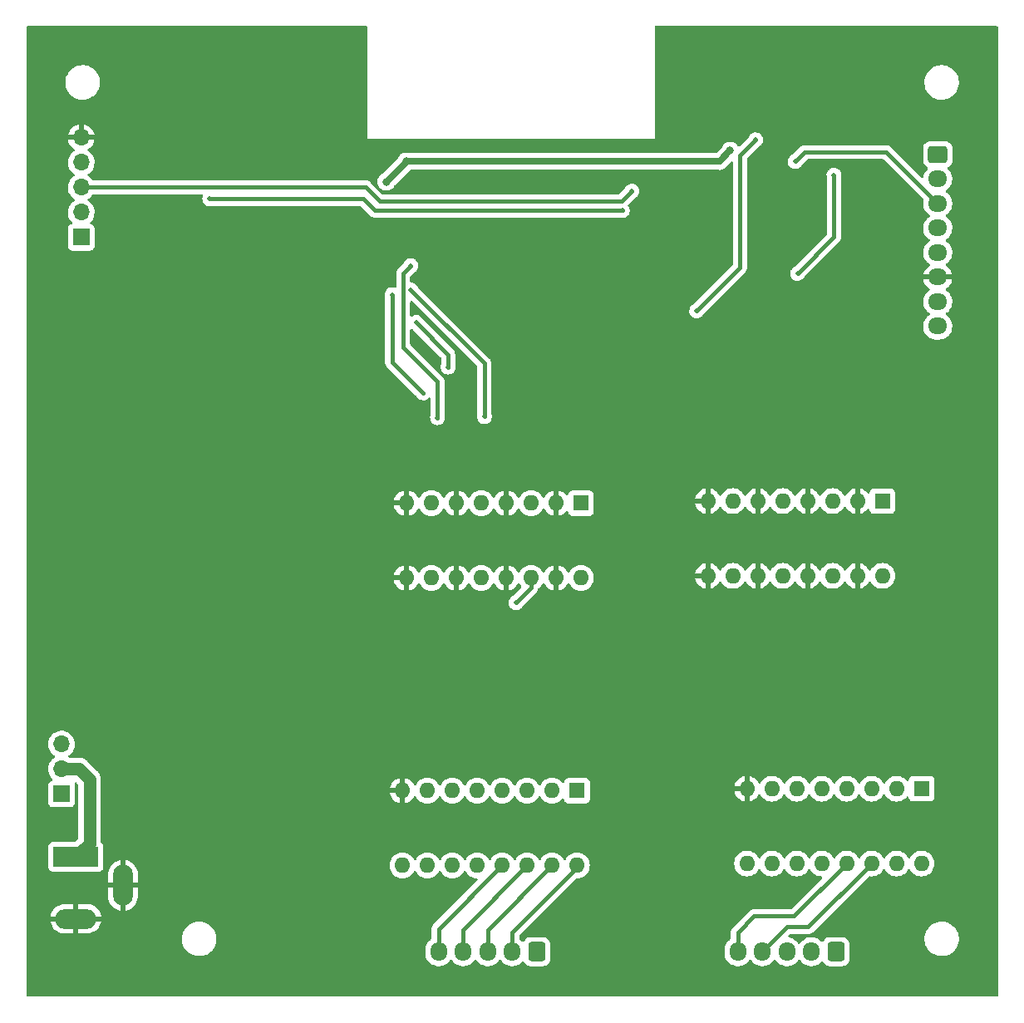
<source format=gbr>
%TF.GenerationSoftware,KiCad,Pcbnew,(6.0.7)*%
%TF.CreationDate,2022-10-20T09:09:35-05:00*%
%TF.ProjectId,ESP32,45535033-322e-46b6-9963-61645f706362,rev?*%
%TF.SameCoordinates,Original*%
%TF.FileFunction,Copper,L2,Bot*%
%TF.FilePolarity,Positive*%
%FSLAX46Y46*%
G04 Gerber Fmt 4.6, Leading zero omitted, Abs format (unit mm)*
G04 Created by KiCad (PCBNEW (6.0.7)) date 2022-10-20 09:09:35*
%MOMM*%
%LPD*%
G01*
G04 APERTURE LIST*
G04 Aperture macros list*
%AMRoundRect*
0 Rectangle with rounded corners*
0 $1 Rounding radius*
0 $2 $3 $4 $5 $6 $7 $8 $9 X,Y pos of 4 corners*
0 Add a 4 corners polygon primitive as box body*
4,1,4,$2,$3,$4,$5,$6,$7,$8,$9,$2,$3,0*
0 Add four circle primitives for the rounded corners*
1,1,$1+$1,$2,$3*
1,1,$1+$1,$4,$5*
1,1,$1+$1,$6,$7*
1,1,$1+$1,$8,$9*
0 Add four rect primitives between the rounded corners*
20,1,$1+$1,$2,$3,$4,$5,0*
20,1,$1+$1,$4,$5,$6,$7,0*
20,1,$1+$1,$6,$7,$8,$9,0*
20,1,$1+$1,$8,$9,$2,$3,0*%
G04 Aperture macros list end*
%TA.AperFunction,ComponentPad*%
%ADD10R,4.600000X2.000000*%
%TD*%
%TA.AperFunction,ComponentPad*%
%ADD11O,4.200000X2.000000*%
%TD*%
%TA.AperFunction,ComponentPad*%
%ADD12O,2.000000X4.200000*%
%TD*%
%TA.AperFunction,ComponentPad*%
%ADD13RoundRect,0.250000X0.600000X0.725000X-0.600000X0.725000X-0.600000X-0.725000X0.600000X-0.725000X0*%
%TD*%
%TA.AperFunction,ComponentPad*%
%ADD14O,1.700000X1.950000*%
%TD*%
%TA.AperFunction,ComponentPad*%
%ADD15RoundRect,0.250000X-0.725000X0.600000X-0.725000X-0.600000X0.725000X-0.600000X0.725000X0.600000X0*%
%TD*%
%TA.AperFunction,ComponentPad*%
%ADD16O,1.950000X1.700000*%
%TD*%
%TA.AperFunction,ComponentPad*%
%ADD17R,1.600000X1.600000*%
%TD*%
%TA.AperFunction,ComponentPad*%
%ADD18O,1.600000X1.600000*%
%TD*%
%TA.AperFunction,ComponentPad*%
%ADD19R,1.700000X1.700000*%
%TD*%
%TA.AperFunction,ComponentPad*%
%ADD20O,1.700000X1.700000*%
%TD*%
%TA.AperFunction,ViaPad*%
%ADD21C,0.500000*%
%TD*%
%TA.AperFunction,ViaPad*%
%ADD22C,0.800000*%
%TD*%
%TA.AperFunction,Conductor*%
%ADD23C,0.700000*%
%TD*%
%TA.AperFunction,Conductor*%
%ADD24C,0.400000*%
%TD*%
%TA.AperFunction,Conductor*%
%ADD25C,1.300000*%
%TD*%
G04 APERTURE END LIST*
D10*
%TO.P,J3,1*%
%TO.N,Net-(J3-Pad1)*%
X105550000Y-137650000D03*
D11*
%TO.P,J3,2*%
%TO.N,GND*%
X105550000Y-143950000D03*
D12*
%TO.P,J3,3*%
X110350000Y-140550000D03*
%TD*%
D13*
%TO.P,J1,1,Pin_1*%
%TO.N,+5V*%
X152490000Y-147297500D03*
D14*
%TO.P,J1,2,Pin_2*%
%TO.N,Net-(J1-Pad2)*%
X149990000Y-147297500D03*
%TO.P,J1,3,Pin_3*%
%TO.N,Net-(J1-Pad3)*%
X147490000Y-147297500D03*
%TO.P,J1,4,Pin_4*%
%TO.N,Net-(J1-Pad4)*%
X144990000Y-147297500D03*
%TO.P,J1,5,Pin_5*%
%TO.N,Net-(J1-Pad5)*%
X142490000Y-147297500D03*
%TD*%
D15*
%TO.P,U8,1,SS*%
%TO.N,/Principal/SS*%
X193340000Y-66080000D03*
D16*
%TO.P,U8,2,SCK*%
%TO.N,/Principal/SCK*%
X193340000Y-68580000D03*
%TO.P,U8,3,MOSI*%
%TO.N,/Principal/MOSI*%
X193340000Y-71080000D03*
%TO.P,U8,4,MISO*%
%TO.N,/Principal/MISO*%
X193340000Y-73580000D03*
%TO.P,U8,5,IRQ*%
%TO.N,unconnected-(U8-Pad5)*%
X193340000Y-76080000D03*
%TO.P,U8,6,GND*%
%TO.N,GND*%
X193340000Y-78580000D03*
%TO.P,U8,7,RST*%
%TO.N,/Principal/RST*%
X193340000Y-81080000D03*
%TO.P,U8,8,3.3V*%
%TO.N,+3.3V*%
X193340000Y-83580000D03*
%TD*%
D17*
%TO.P,U1,1*%
%TO.N,Net-(R5-Pad2)*%
X157000000Y-101600000D03*
D18*
%TO.P,U1,2*%
%TO.N,GND*%
X154460000Y-101600000D03*
%TO.P,U1,3*%
%TO.N,Net-(R6-Pad2)*%
X151920000Y-101600000D03*
%TO.P,U1,4*%
%TO.N,GND*%
X149380000Y-101600000D03*
%TO.P,U1,5*%
%TO.N,Net-(R7-Pad2)*%
X146840000Y-101600000D03*
%TO.P,U1,6*%
%TO.N,GND*%
X144300000Y-101600000D03*
%TO.P,U1,7*%
%TO.N,Net-(R8-Pad2)*%
X141760000Y-101600000D03*
%TO.P,U1,8*%
%TO.N,GND*%
X139220000Y-101600000D03*
%TO.P,U1,9*%
X139220000Y-109220000D03*
%TO.P,U1,10*%
%TO.N,Net-(Q4-Pad2)*%
X141760000Y-109220000D03*
%TO.P,U1,11*%
%TO.N,GND*%
X144300000Y-109220000D03*
%TO.P,U1,12*%
%TO.N,Net-(Q3-Pad2)*%
X146840000Y-109220000D03*
%TO.P,U1,13*%
%TO.N,GND*%
X149380000Y-109220000D03*
%TO.P,U1,14*%
%TO.N,Net-(Q2-Pad2)*%
X151920000Y-109220000D03*
%TO.P,U1,15*%
%TO.N,GND*%
X154460000Y-109220000D03*
%TO.P,U1,16*%
%TO.N,Net-(Q1-Pad2)*%
X157000000Y-109220000D03*
%TD*%
D19*
%TO.P,J4,1,Pin_1*%
%TO.N,+5V*%
X106100000Y-74520000D03*
D20*
%TO.P,J4,2,Pin_2*%
%TO.N,+3.3V*%
X106100000Y-71980000D03*
%TO.P,J4,3,Pin_3*%
%TO.N,/Principal/TX*%
X106100000Y-69440000D03*
%TO.P,J4,4,Pin_4*%
%TO.N,/Principal/RX*%
X106100000Y-66900000D03*
%TO.P,J4,5,Pin_5*%
%TO.N,GND*%
X106100000Y-64360000D03*
%TD*%
D13*
%TO.P,J2,1,Pin_1*%
%TO.N,+5V*%
X182970000Y-147297500D03*
D14*
%TO.P,J2,2,Pin_2*%
%TO.N,Net-(J2-Pad2)*%
X180470000Y-147297500D03*
%TO.P,J2,3,Pin_3*%
%TO.N,Net-(J2-Pad3)*%
X177970000Y-147297500D03*
%TO.P,J2,4,Pin_4*%
%TO.N,Net-(J2-Pad4)*%
X175470000Y-147297500D03*
%TO.P,J2,5,Pin_5*%
%TO.N,Net-(J2-Pad5)*%
X172970000Y-147297500D03*
%TD*%
D17*
%TO.P,U3,1,I1*%
%TO.N,/Motores/Out1*%
X156600000Y-130900000D03*
D18*
%TO.P,U3,2,I2*%
%TO.N,/Motores/Out2*%
X154060000Y-130900000D03*
%TO.P,U3,3,I3*%
%TO.N,/Motores/Out3*%
X151520000Y-130900000D03*
%TO.P,U3,4,I4*%
%TO.N,/Motores/Out4*%
X148980000Y-130900000D03*
%TO.P,U3,5,I5*%
%TO.N,unconnected-(U3-Pad5)*%
X146440000Y-130900000D03*
%TO.P,U3,6,I6*%
%TO.N,unconnected-(U3-Pad6)*%
X143900000Y-130900000D03*
%TO.P,U3,7,I7*%
%TO.N,unconnected-(U3-Pad7)*%
X141360000Y-130900000D03*
%TO.P,U3,8,GND*%
%TO.N,GND*%
X138820000Y-130900000D03*
%TO.P,U3,9,COM*%
%TO.N,+5V*%
X138820000Y-138520000D03*
%TO.P,U3,10,O7*%
%TO.N,unconnected-(U3-Pad10)*%
X141360000Y-138520000D03*
%TO.P,U3,11,O6*%
%TO.N,unconnected-(U3-Pad11)*%
X143900000Y-138520000D03*
%TO.P,U3,12,O5*%
%TO.N,unconnected-(U3-Pad12)*%
X146440000Y-138520000D03*
%TO.P,U3,13,O4*%
%TO.N,Net-(J1-Pad5)*%
X148980000Y-138520000D03*
%TO.P,U3,14,O3*%
%TO.N,Net-(J1-Pad4)*%
X151520000Y-138520000D03*
%TO.P,U3,15,O2*%
%TO.N,Net-(J1-Pad3)*%
X154060000Y-138520000D03*
%TO.P,U3,16,O1*%
%TO.N,Net-(J1-Pad2)*%
X156600000Y-138520000D03*
%TD*%
D19*
%TO.P,JP1,1,A*%
%TO.N,unconnected-(JP1-Pad1)*%
X104100000Y-131240000D03*
D20*
%TO.P,JP1,2,C*%
%TO.N,Net-(J3-Pad1)*%
X104100000Y-128700000D03*
%TO.P,JP1,3,B*%
%TO.N,Net-(D3-Pad2)*%
X104100000Y-126160000D03*
%TD*%
D17*
%TO.P,U4,1,I1*%
%TO.N,/Motores/Out5*%
X191700000Y-130700000D03*
D18*
%TO.P,U4,2,I2*%
%TO.N,/Motores/Out6*%
X189160000Y-130700000D03*
%TO.P,U4,3,I3*%
%TO.N,/Motores/Out7*%
X186620000Y-130700000D03*
%TO.P,U4,4,I4*%
%TO.N,/Motores/Out8*%
X184080000Y-130700000D03*
%TO.P,U4,5,I5*%
%TO.N,unconnected-(U4-Pad5)*%
X181540000Y-130700000D03*
%TO.P,U4,6,I6*%
%TO.N,unconnected-(U4-Pad6)*%
X179000000Y-130700000D03*
%TO.P,U4,7,I7*%
%TO.N,unconnected-(U4-Pad7)*%
X176460000Y-130700000D03*
%TO.P,U4,8,GND*%
%TO.N,GND*%
X173920000Y-130700000D03*
%TO.P,U4,9,COM*%
%TO.N,+5V*%
X173920000Y-138320000D03*
%TO.P,U4,10,O7*%
%TO.N,unconnected-(U4-Pad10)*%
X176460000Y-138320000D03*
%TO.P,U4,11,O6*%
%TO.N,unconnected-(U4-Pad11)*%
X179000000Y-138320000D03*
%TO.P,U4,12,O5*%
%TO.N,unconnected-(U4-Pad12)*%
X181540000Y-138320000D03*
%TO.P,U4,13,O4*%
%TO.N,Net-(J2-Pad5)*%
X184080000Y-138320000D03*
%TO.P,U4,14,O3*%
%TO.N,Net-(J2-Pad4)*%
X186620000Y-138320000D03*
%TO.P,U4,15,O2*%
%TO.N,Net-(J2-Pad3)*%
X189160000Y-138320000D03*
%TO.P,U4,16,O1*%
%TO.N,Net-(J2-Pad2)*%
X191700000Y-138320000D03*
%TD*%
D17*
%TO.P,U2,1*%
%TO.N,Net-(R17-Pad2)*%
X187700000Y-101400000D03*
D18*
%TO.P,U2,2*%
%TO.N,GND*%
X185160000Y-101400000D03*
%TO.P,U2,3*%
%TO.N,Net-(R18-Pad2)*%
X182620000Y-101400000D03*
%TO.P,U2,4*%
%TO.N,GND*%
X180080000Y-101400000D03*
%TO.P,U2,5*%
%TO.N,Net-(R19-Pad2)*%
X177540000Y-101400000D03*
%TO.P,U2,6*%
%TO.N,GND*%
X175000000Y-101400000D03*
%TO.P,U2,7*%
%TO.N,Net-(R20-Pad2)*%
X172460000Y-101400000D03*
%TO.P,U2,8*%
%TO.N,GND*%
X169920000Y-101400000D03*
%TO.P,U2,9*%
X169920000Y-109020000D03*
%TO.P,U2,10*%
%TO.N,Net-(Q8-Pad2)*%
X172460000Y-109020000D03*
%TO.P,U2,11*%
%TO.N,GND*%
X175000000Y-109020000D03*
%TO.P,U2,12*%
%TO.N,Net-(Q7-Pad2)*%
X177540000Y-109020000D03*
%TO.P,U2,13*%
%TO.N,GND*%
X180080000Y-109020000D03*
%TO.P,U2,14*%
%TO.N,Net-(Q6-Pad2)*%
X182620000Y-109020000D03*
%TO.P,U2,15*%
%TO.N,GND*%
X185160000Y-109020000D03*
%TO.P,U2,16*%
%TO.N,Net-(Q5-Pad2)*%
X187700000Y-109020000D03*
%TD*%
D21*
%TO.N,GND*%
X123590000Y-65350000D03*
X130556000Y-143764000D03*
X119634000Y-132842000D03*
X185600000Y-123200000D03*
X118050000Y-77670000D03*
X170200000Y-123200000D03*
X122600000Y-94600000D03*
X194200000Y-95800000D03*
X163000000Y-141800000D03*
X162960000Y-129260000D03*
X133000000Y-88200000D03*
X164200000Y-107800000D03*
X180400000Y-84000000D03*
X178000000Y-123200000D03*
X139200000Y-123000000D03*
X110000000Y-87800000D03*
X132200000Y-100800000D03*
X146400000Y-121600000D03*
D22*
%TO.N,+3.3V*%
X137178900Y-68859500D03*
X172200000Y-65705900D03*
X139192000Y-66802000D03*
D21*
%TO.N,/Principal/BOOT*%
X168800000Y-82000000D03*
X174800000Y-64600000D03*
%TO.N,Net-(Q2-Pad2)*%
X150368000Y-111760000D03*
%TO.N,/Motores/In1*%
X147160000Y-92809400D03*
X139682000Y-79897500D03*
%TO.N,/Motores/In2*%
X137752500Y-80372500D03*
X140901300Y-90374200D03*
%TO.N,/Motores/In3*%
X142389000Y-92903000D03*
X139682000Y-77405500D03*
%TO.N,/Motores/In7*%
X140226000Y-83219000D03*
X143476200Y-87734000D03*
%TO.N,/Principal/RX*%
X161200000Y-71800000D03*
X119200000Y-70600000D03*
%TO.N,/Principal/TX*%
X162200000Y-69800000D03*
%TO.N,/Principal/SS*%
X182783000Y-68182000D03*
X179063800Y-78224200D03*
%TO.N,/Principal/MOSI*%
X178816000Y-66802000D03*
%TD*%
D23*
%TO.N,+3.3V*%
X139192000Y-66846400D02*
X137178900Y-68859500D01*
X171103900Y-66802000D02*
X172200000Y-65705900D01*
X139192000Y-66802000D02*
X171103900Y-66802000D01*
X139192000Y-66802000D02*
X139192000Y-66846400D01*
D24*
%TO.N,/Principal/BOOT*%
X174800000Y-64600000D02*
X173200000Y-66200000D01*
X173200000Y-70200000D02*
X173200000Y-77600000D01*
X173200000Y-77600000D02*
X168800000Y-82000000D01*
X173200000Y-66200000D02*
X173200000Y-70200000D01*
%TO.N,Net-(J1-Pad2)*%
X156600000Y-138520000D02*
X156600000Y-138762200D01*
X149990000Y-145372200D02*
X149990000Y-147297500D01*
X156600000Y-138762200D02*
X149990000Y-145372200D01*
%TO.N,Net-(J1-Pad3)*%
X147490000Y-145090000D02*
X147490000Y-147297500D01*
X154060000Y-138520000D02*
X147490000Y-145090000D01*
%TO.N,Net-(J1-Pad4)*%
X151520000Y-138520000D02*
X144990000Y-145050000D01*
X144990000Y-145050000D02*
X144990000Y-147297500D01*
%TO.N,Net-(J2-Pad4)*%
X186620000Y-138320000D02*
X180160000Y-144780000D01*
X180160000Y-144780000D02*
X177987500Y-144780000D01*
X177987500Y-144780000D02*
X175470000Y-147297500D01*
D25*
%TO.N,Net-(J3-Pad1)*%
X106934000Y-129733700D02*
X106934000Y-136266000D01*
X104100000Y-128700000D02*
X105900300Y-128700000D01*
X105900300Y-128700000D02*
X106934000Y-129733700D01*
X106934000Y-136266000D02*
X105550000Y-137650000D01*
D24*
%TO.N,Net-(Q2-Pad2)*%
X150368000Y-111760000D02*
X151920000Y-110208000D01*
X151920000Y-110208000D02*
X151920000Y-109220000D01*
%TO.N,/Motores/In1*%
X147160000Y-87375500D02*
X147160000Y-92809400D01*
X139682000Y-79897500D02*
X147160000Y-87375500D01*
%TO.N,/Motores/In2*%
X137752500Y-80372500D02*
X137752500Y-87225400D01*
X137752500Y-87225400D02*
X140901300Y-90374200D01*
%TO.N,/Motores/In3*%
X138897600Y-78189900D02*
X138897600Y-85730300D01*
X138897600Y-85730300D02*
X142389000Y-89221700D01*
X142389000Y-89221700D02*
X142389000Y-92903000D01*
X139682000Y-77405500D02*
X138897600Y-78189900D01*
%TO.N,/Motores/In7*%
X143476200Y-86469200D02*
X140226000Y-83219000D01*
X143476200Y-87734000D02*
X143476200Y-86469200D01*
%TO.N,/Principal/RX*%
X135400000Y-71200000D02*
X136000000Y-71800000D01*
X134800000Y-70600000D02*
X135400000Y-71200000D01*
X136000000Y-71800000D02*
X161200000Y-71800000D01*
X119200000Y-70600000D02*
X134800000Y-70600000D01*
%TO.N,/Principal/TX*%
X162200000Y-69800000D02*
X161134000Y-70866000D01*
X161134000Y-70866000D02*
X136514900Y-70866000D01*
X136514900Y-70866000D02*
X135088900Y-69440000D01*
X135088900Y-69440000D02*
X106100000Y-69440000D01*
%TO.N,/Principal/SS*%
X179063800Y-78224200D02*
X182783000Y-74505000D01*
X182783000Y-74505000D02*
X182783000Y-68182000D01*
%TO.N,/Principal/MOSI*%
X178816000Y-66802000D02*
X179771700Y-65846300D01*
X188106300Y-65846300D02*
X193340000Y-71080000D01*
X179771700Y-65846300D02*
X188106300Y-65846300D01*
%TO.N,Net-(J1-Pad5)*%
X148980000Y-138520000D02*
X142490000Y-145010000D01*
X142490000Y-145010000D02*
X142490000Y-147297500D01*
%TO.N,Net-(J2-Pad5)*%
X184080000Y-138320000D02*
X178705800Y-143694200D01*
X172970000Y-147297500D02*
X172970000Y-145372200D01*
X174648000Y-143694200D02*
X172970000Y-145372200D01*
X178705800Y-143694200D02*
X174648000Y-143694200D01*
%TD*%
%TA.AperFunction,Conductor*%
%TO.N,GND*%
G36*
X135192121Y-53020002D02*
G01*
X135238614Y-53073658D01*
X135250000Y-53126000D01*
X135250000Y-64500000D01*
X164500000Y-64500000D01*
X164500000Y-58857655D01*
X191989858Y-58857655D01*
X192025104Y-59116638D01*
X192026412Y-59121124D01*
X192026412Y-59121126D01*
X192046098Y-59188664D01*
X192098243Y-59367567D01*
X192207668Y-59604928D01*
X192210231Y-59608837D01*
X192348410Y-59819596D01*
X192348414Y-59819601D01*
X192350976Y-59823509D01*
X192525018Y-60018506D01*
X192725970Y-60185637D01*
X192729973Y-60188066D01*
X192945422Y-60318804D01*
X192945426Y-60318806D01*
X192949419Y-60321229D01*
X193190455Y-60422303D01*
X193443783Y-60486641D01*
X193448434Y-60487109D01*
X193448438Y-60487110D01*
X193641308Y-60506531D01*
X193660867Y-60508500D01*
X193816354Y-60508500D01*
X193818679Y-60508327D01*
X193818685Y-60508327D01*
X194006000Y-60494407D01*
X194006004Y-60494406D01*
X194010652Y-60494061D01*
X194015200Y-60493032D01*
X194015206Y-60493031D01*
X194201601Y-60450853D01*
X194265577Y-60436377D01*
X194301769Y-60422303D01*
X194504824Y-60343340D01*
X194504827Y-60343339D01*
X194509177Y-60341647D01*
X194736098Y-60211951D01*
X194941357Y-60050138D01*
X195120443Y-59859763D01*
X195269424Y-59645009D01*
X195385025Y-59410593D01*
X195464707Y-59161665D01*
X195506721Y-58903693D01*
X195510142Y-58642345D01*
X195474896Y-58383362D01*
X195460473Y-58333877D01*
X195403068Y-58136932D01*
X195401757Y-58132433D01*
X195292332Y-57895072D01*
X195259519Y-57845024D01*
X195151590Y-57680404D01*
X195151586Y-57680399D01*
X195149024Y-57676491D01*
X194974982Y-57481494D01*
X194774030Y-57314363D01*
X194726844Y-57285730D01*
X194554578Y-57181196D01*
X194554574Y-57181194D01*
X194550581Y-57178771D01*
X194309545Y-57077697D01*
X194056217Y-57013359D01*
X194051566Y-57012891D01*
X194051562Y-57012890D01*
X193842271Y-56991816D01*
X193839133Y-56991500D01*
X193683646Y-56991500D01*
X193681321Y-56991673D01*
X193681315Y-56991673D01*
X193494000Y-57005593D01*
X193493996Y-57005594D01*
X193489348Y-57005939D01*
X193484800Y-57006968D01*
X193484794Y-57006969D01*
X193298399Y-57049147D01*
X193234423Y-57063623D01*
X193230071Y-57065315D01*
X193230069Y-57065316D01*
X192995176Y-57156660D01*
X192995173Y-57156661D01*
X192990823Y-57158353D01*
X192763902Y-57288049D01*
X192558643Y-57449862D01*
X192379557Y-57640237D01*
X192230576Y-57854991D01*
X192114975Y-58089407D01*
X192035293Y-58338335D01*
X191993279Y-58596307D01*
X191989858Y-58857655D01*
X164500000Y-58857655D01*
X164500000Y-53126000D01*
X164520002Y-53057879D01*
X164573658Y-53011386D01*
X164626000Y-53000000D01*
X199365500Y-53000000D01*
X199433621Y-53020002D01*
X199480114Y-53073658D01*
X199491500Y-53126000D01*
X199491500Y-151765500D01*
X199471498Y-151833621D01*
X199417842Y-151880114D01*
X199365500Y-151891500D01*
X100634500Y-151891500D01*
X100566379Y-151871498D01*
X100519886Y-151817842D01*
X100508500Y-151765500D01*
X100508500Y-146107655D01*
X116349858Y-146107655D01*
X116385104Y-146366638D01*
X116386412Y-146371124D01*
X116386412Y-146371126D01*
X116399589Y-146416334D01*
X116458243Y-146617567D01*
X116567668Y-146854928D01*
X116570231Y-146858837D01*
X116708410Y-147069596D01*
X116708414Y-147069601D01*
X116710976Y-147073509D01*
X116885018Y-147268506D01*
X117085970Y-147435637D01*
X117089973Y-147438066D01*
X117305422Y-147568804D01*
X117305426Y-147568806D01*
X117309419Y-147571229D01*
X117550455Y-147672303D01*
X117803783Y-147736641D01*
X117808434Y-147737109D01*
X117808438Y-147737110D01*
X118001308Y-147756531D01*
X118020867Y-147758500D01*
X118176354Y-147758500D01*
X118178679Y-147758327D01*
X118178685Y-147758327D01*
X118366000Y-147744407D01*
X118366004Y-147744406D01*
X118370652Y-147744061D01*
X118375200Y-147743032D01*
X118375206Y-147743031D01*
X118561601Y-147700853D01*
X118625577Y-147686377D01*
X118661769Y-147672303D01*
X118864824Y-147593340D01*
X118864827Y-147593339D01*
X118869177Y-147591647D01*
X119096098Y-147461951D01*
X119301357Y-147300138D01*
X119480443Y-147109763D01*
X119629424Y-146895009D01*
X119651284Y-146850682D01*
X119742960Y-146664781D01*
X119742961Y-146664778D01*
X119745025Y-146660593D01*
X119824707Y-146411665D01*
X119866721Y-146153693D01*
X119869134Y-145969354D01*
X119870081Y-145897022D01*
X119870081Y-145897019D01*
X119870142Y-145892345D01*
X119834896Y-145633362D01*
X119761757Y-145382433D01*
X119749415Y-145355660D01*
X119736611Y-145327888D01*
X119652332Y-145145072D01*
X119543532Y-144979124D01*
X119511590Y-144930404D01*
X119511586Y-144930399D01*
X119509024Y-144926491D01*
X119334982Y-144731494D01*
X119134030Y-144564363D01*
X118989002Y-144476358D01*
X118914578Y-144431196D01*
X118914574Y-144431194D01*
X118910581Y-144428771D01*
X118669545Y-144327697D01*
X118416217Y-144263359D01*
X118411566Y-144262891D01*
X118411562Y-144262890D01*
X118202271Y-144241816D01*
X118199133Y-144241500D01*
X118043646Y-144241500D01*
X118041321Y-144241673D01*
X118041315Y-144241673D01*
X117854000Y-144255593D01*
X117853996Y-144255594D01*
X117849348Y-144255939D01*
X117844800Y-144256968D01*
X117844794Y-144256969D01*
X117658399Y-144299147D01*
X117594423Y-144313623D01*
X117590071Y-144315315D01*
X117590069Y-144315316D01*
X117355176Y-144406660D01*
X117355173Y-144406661D01*
X117350823Y-144408353D01*
X117123902Y-144538049D01*
X116918643Y-144699862D01*
X116739557Y-144890237D01*
X116649826Y-145019583D01*
X116595742Y-145097545D01*
X116590576Y-145104991D01*
X116588510Y-145109181D01*
X116588508Y-145109184D01*
X116477165Y-145334967D01*
X116474975Y-145339407D01*
X116473553Y-145343850D01*
X116473552Y-145343852D01*
X116426316Y-145491420D01*
X116395293Y-145588335D01*
X116353279Y-145846307D01*
X116352988Y-145868552D01*
X116349969Y-146099197D01*
X116349858Y-146107655D01*
X100508500Y-146107655D01*
X100508500Y-144221114D01*
X102963275Y-144221114D01*
X102965325Y-144238830D01*
X102967285Y-144248727D01*
X103030604Y-144472494D01*
X103034116Y-144481938D01*
X103132399Y-144692705D01*
X103137378Y-144701471D01*
X103268087Y-144893802D01*
X103274419Y-144901677D01*
X103434186Y-145070626D01*
X103441695Y-145077387D01*
X103626426Y-145218625D01*
X103634905Y-145224089D01*
X103839847Y-145333978D01*
X103849099Y-145338020D01*
X104068971Y-145413727D01*
X104078743Y-145416236D01*
X104308971Y-145456004D01*
X104316843Y-145456859D01*
X104340551Y-145457936D01*
X104343384Y-145458000D01*
X105277885Y-145458000D01*
X105293124Y-145453525D01*
X105294329Y-145452135D01*
X105296000Y-145444452D01*
X105296000Y-145439885D01*
X105804000Y-145439885D01*
X105808475Y-145455124D01*
X105809865Y-145456329D01*
X105817548Y-145458000D01*
X106708456Y-145458000D01*
X106713488Y-145457798D01*
X106886843Y-145443850D01*
X106896796Y-145442238D01*
X107122633Y-145386767D01*
X107132203Y-145383584D01*
X107346265Y-145292720D01*
X107355207Y-145288045D01*
X107551987Y-145164126D01*
X107560060Y-145158086D01*
X107734500Y-145004297D01*
X107741504Y-144997044D01*
X107889110Y-144817346D01*
X107894866Y-144809064D01*
X108011841Y-144608081D01*
X108016203Y-144598976D01*
X108099537Y-144381885D01*
X108102388Y-144372196D01*
X108133821Y-144221736D01*
X108132698Y-144207675D01*
X108122590Y-144204000D01*
X105822115Y-144204000D01*
X105806876Y-144208475D01*
X105805671Y-144209865D01*
X105804000Y-144217548D01*
X105804000Y-145439885D01*
X105296000Y-145439885D01*
X105296000Y-144222115D01*
X105291525Y-144206876D01*
X105290135Y-144205671D01*
X105282452Y-144204000D01*
X102979410Y-144204000D01*
X102965324Y-144208136D01*
X102963275Y-144221114D01*
X100508500Y-144221114D01*
X100508500Y-143678264D01*
X102966179Y-143678264D01*
X102967302Y-143692325D01*
X102977410Y-143696000D01*
X105277885Y-143696000D01*
X105293124Y-143691525D01*
X105294329Y-143690135D01*
X105296000Y-143682452D01*
X105296000Y-143677885D01*
X105804000Y-143677885D01*
X105808475Y-143693124D01*
X105809865Y-143694329D01*
X105817548Y-143696000D01*
X108120590Y-143696000D01*
X108134676Y-143691864D01*
X108136725Y-143678886D01*
X108134675Y-143661170D01*
X108132715Y-143651273D01*
X108069396Y-143427506D01*
X108065884Y-143418062D01*
X107967601Y-143207295D01*
X107962622Y-143198529D01*
X107831913Y-143006198D01*
X107825581Y-142998323D01*
X107665814Y-142829374D01*
X107658305Y-142822613D01*
X107473574Y-142681375D01*
X107465095Y-142675911D01*
X107260153Y-142566022D01*
X107250901Y-142561980D01*
X107031029Y-142486273D01*
X107021257Y-142483764D01*
X106791029Y-142443996D01*
X106783157Y-142443141D01*
X106759449Y-142442064D01*
X106756616Y-142442000D01*
X105822115Y-142442000D01*
X105806876Y-142446475D01*
X105805671Y-142447865D01*
X105804000Y-142455548D01*
X105804000Y-143677885D01*
X105296000Y-143677885D01*
X105296000Y-142460115D01*
X105291525Y-142444876D01*
X105290135Y-142443671D01*
X105282452Y-142442000D01*
X104391544Y-142442000D01*
X104386512Y-142442202D01*
X104213157Y-142456150D01*
X104203204Y-142457762D01*
X103977367Y-142513233D01*
X103967797Y-142516416D01*
X103753735Y-142607280D01*
X103744793Y-142611955D01*
X103548013Y-142735874D01*
X103539940Y-142741914D01*
X103365500Y-142895703D01*
X103358496Y-142902956D01*
X103210890Y-143082654D01*
X103205134Y-143090936D01*
X103088159Y-143291919D01*
X103083797Y-143301024D01*
X103000463Y-143518115D01*
X102997612Y-143527804D01*
X102966179Y-143678264D01*
X100508500Y-143678264D01*
X100508500Y-141708456D01*
X108842000Y-141708456D01*
X108842202Y-141713488D01*
X108856150Y-141886843D01*
X108857762Y-141896796D01*
X108913233Y-142122633D01*
X108916416Y-142132203D01*
X109007280Y-142346265D01*
X109011955Y-142355207D01*
X109135874Y-142551987D01*
X109141914Y-142560060D01*
X109295703Y-142734500D01*
X109302956Y-142741504D01*
X109482654Y-142889110D01*
X109490936Y-142894866D01*
X109691919Y-143011841D01*
X109701024Y-143016203D01*
X109918115Y-143099537D01*
X109927804Y-143102388D01*
X110078264Y-143133821D01*
X110092325Y-143132698D01*
X110096000Y-143122590D01*
X110096000Y-143120590D01*
X110604000Y-143120590D01*
X110608136Y-143134676D01*
X110621114Y-143136725D01*
X110638830Y-143134675D01*
X110648727Y-143132715D01*
X110872494Y-143069396D01*
X110881938Y-143065884D01*
X111092705Y-142967601D01*
X111101471Y-142962622D01*
X111293802Y-142831913D01*
X111301677Y-142825581D01*
X111470626Y-142665814D01*
X111477387Y-142658305D01*
X111618625Y-142473574D01*
X111624089Y-142465095D01*
X111733978Y-142260153D01*
X111738020Y-142250901D01*
X111813727Y-142031029D01*
X111816236Y-142021257D01*
X111856004Y-141791029D01*
X111856859Y-141783157D01*
X111857936Y-141759449D01*
X111858000Y-141756616D01*
X111858000Y-140822115D01*
X111853525Y-140806876D01*
X111852135Y-140805671D01*
X111844452Y-140804000D01*
X110622115Y-140804000D01*
X110606876Y-140808475D01*
X110605671Y-140809865D01*
X110604000Y-140817548D01*
X110604000Y-143120590D01*
X110096000Y-143120590D01*
X110096000Y-140822115D01*
X110091525Y-140806876D01*
X110090135Y-140805671D01*
X110082452Y-140804000D01*
X108860115Y-140804000D01*
X108844876Y-140808475D01*
X108843671Y-140809865D01*
X108842000Y-140817548D01*
X108842000Y-141708456D01*
X100508500Y-141708456D01*
X100508500Y-140277885D01*
X108842000Y-140277885D01*
X108846475Y-140293124D01*
X108847865Y-140294329D01*
X108855548Y-140296000D01*
X110077885Y-140296000D01*
X110093124Y-140291525D01*
X110094329Y-140290135D01*
X110096000Y-140282452D01*
X110096000Y-140277885D01*
X110604000Y-140277885D01*
X110608475Y-140293124D01*
X110609865Y-140294329D01*
X110617548Y-140296000D01*
X111839885Y-140296000D01*
X111855124Y-140291525D01*
X111856329Y-140290135D01*
X111858000Y-140282452D01*
X111858000Y-139391544D01*
X111857798Y-139386512D01*
X111843850Y-139213157D01*
X111842238Y-139203204D01*
X111786767Y-138977367D01*
X111783584Y-138967797D01*
X111692720Y-138753735D01*
X111688045Y-138744793D01*
X111564126Y-138548013D01*
X111558086Y-138539940D01*
X111540507Y-138520000D01*
X137506502Y-138520000D01*
X137526457Y-138748087D01*
X137527881Y-138753400D01*
X137527881Y-138753402D01*
X137557730Y-138864797D01*
X137585716Y-138969243D01*
X137588039Y-138974224D01*
X137588039Y-138974225D01*
X137680151Y-139171762D01*
X137680154Y-139171767D01*
X137682477Y-139176749D01*
X137755902Y-139281611D01*
X137797173Y-139340551D01*
X137813802Y-139364300D01*
X137975700Y-139526198D01*
X137980208Y-139529355D01*
X137980211Y-139529357D01*
X138012493Y-139551961D01*
X138163251Y-139657523D01*
X138168233Y-139659846D01*
X138168238Y-139659849D01*
X138278744Y-139711378D01*
X138370757Y-139754284D01*
X138376065Y-139755706D01*
X138376067Y-139755707D01*
X138586598Y-139812119D01*
X138586600Y-139812119D01*
X138591913Y-139813543D01*
X138820000Y-139833498D01*
X139048087Y-139813543D01*
X139053400Y-139812119D01*
X139053402Y-139812119D01*
X139263933Y-139755707D01*
X139263935Y-139755706D01*
X139269243Y-139754284D01*
X139361256Y-139711378D01*
X139471762Y-139659849D01*
X139471767Y-139659846D01*
X139476749Y-139657523D01*
X139627507Y-139551961D01*
X139659789Y-139529357D01*
X139659792Y-139529355D01*
X139664300Y-139526198D01*
X139826198Y-139364300D01*
X139842828Y-139340551D01*
X139884098Y-139281611D01*
X139957523Y-139176749D01*
X139959846Y-139171767D01*
X139959849Y-139171762D01*
X139975805Y-139137543D01*
X140022722Y-139084258D01*
X140090999Y-139064797D01*
X140158959Y-139085339D01*
X140204195Y-139137543D01*
X140220151Y-139171762D01*
X140220154Y-139171767D01*
X140222477Y-139176749D01*
X140295902Y-139281611D01*
X140337173Y-139340551D01*
X140353802Y-139364300D01*
X140515700Y-139526198D01*
X140520208Y-139529355D01*
X140520211Y-139529357D01*
X140552493Y-139551961D01*
X140703251Y-139657523D01*
X140708233Y-139659846D01*
X140708238Y-139659849D01*
X140818744Y-139711378D01*
X140910757Y-139754284D01*
X140916065Y-139755706D01*
X140916067Y-139755707D01*
X141126598Y-139812119D01*
X141126600Y-139812119D01*
X141131913Y-139813543D01*
X141360000Y-139833498D01*
X141588087Y-139813543D01*
X141593400Y-139812119D01*
X141593402Y-139812119D01*
X141803933Y-139755707D01*
X141803935Y-139755706D01*
X141809243Y-139754284D01*
X141901256Y-139711378D01*
X142011762Y-139659849D01*
X142011767Y-139659846D01*
X142016749Y-139657523D01*
X142167507Y-139551961D01*
X142199789Y-139529357D01*
X142199792Y-139529355D01*
X142204300Y-139526198D01*
X142366198Y-139364300D01*
X142382828Y-139340551D01*
X142424098Y-139281611D01*
X142497523Y-139176749D01*
X142499846Y-139171767D01*
X142499849Y-139171762D01*
X142515805Y-139137543D01*
X142562722Y-139084258D01*
X142630999Y-139064797D01*
X142698959Y-139085339D01*
X142744195Y-139137543D01*
X142760151Y-139171762D01*
X142760154Y-139171767D01*
X142762477Y-139176749D01*
X142835902Y-139281611D01*
X142877173Y-139340551D01*
X142893802Y-139364300D01*
X143055700Y-139526198D01*
X143060208Y-139529355D01*
X143060211Y-139529357D01*
X143092493Y-139551961D01*
X143243251Y-139657523D01*
X143248233Y-139659846D01*
X143248238Y-139659849D01*
X143358744Y-139711378D01*
X143450757Y-139754284D01*
X143456065Y-139755706D01*
X143456067Y-139755707D01*
X143666598Y-139812119D01*
X143666600Y-139812119D01*
X143671913Y-139813543D01*
X143900000Y-139833498D01*
X144128087Y-139813543D01*
X144133400Y-139812119D01*
X144133402Y-139812119D01*
X144343933Y-139755707D01*
X144343935Y-139755706D01*
X144349243Y-139754284D01*
X144441256Y-139711378D01*
X144551762Y-139659849D01*
X144551767Y-139659846D01*
X144556749Y-139657523D01*
X144707507Y-139551961D01*
X144739789Y-139529357D01*
X144739792Y-139529355D01*
X144744300Y-139526198D01*
X144906198Y-139364300D01*
X144922828Y-139340551D01*
X144964098Y-139281611D01*
X145037523Y-139176749D01*
X145039846Y-139171767D01*
X145039849Y-139171762D01*
X145055805Y-139137543D01*
X145102722Y-139084258D01*
X145170999Y-139064797D01*
X145238959Y-139085339D01*
X145284195Y-139137543D01*
X145300151Y-139171762D01*
X145300154Y-139171767D01*
X145302477Y-139176749D01*
X145375902Y-139281611D01*
X145417173Y-139340551D01*
X145433802Y-139364300D01*
X145595700Y-139526198D01*
X145600208Y-139529355D01*
X145600211Y-139529357D01*
X145632493Y-139551961D01*
X145783251Y-139657523D01*
X145788233Y-139659846D01*
X145788238Y-139659849D01*
X145898744Y-139711378D01*
X145990757Y-139754284D01*
X145996065Y-139755706D01*
X145996067Y-139755707D01*
X146206598Y-139812119D01*
X146206600Y-139812119D01*
X146211913Y-139813543D01*
X146292450Y-139820589D01*
X146377289Y-139828012D01*
X146443407Y-139853876D01*
X146485047Y-139911379D01*
X146488987Y-139982267D01*
X146455402Y-140042628D01*
X142009480Y-144488550D01*
X142003215Y-144494404D01*
X141959615Y-144532439D01*
X141927135Y-144578653D01*
X141922872Y-144584719D01*
X141918939Y-144590014D01*
X141879524Y-144640282D01*
X141876401Y-144647198D01*
X141875017Y-144649484D01*
X141866643Y-144664165D01*
X141865378Y-144666525D01*
X141861010Y-144672739D01*
X141858250Y-144679818D01*
X141858249Y-144679820D01*
X141837798Y-144732275D01*
X141835247Y-144738344D01*
X141808955Y-144796573D01*
X141807571Y-144804040D01*
X141806770Y-144806595D01*
X141802141Y-144822848D01*
X141801478Y-144825428D01*
X141798718Y-144832509D01*
X141797727Y-144840040D01*
X141797726Y-144840042D01*
X141795916Y-144853795D01*
X141790539Y-144894639D01*
X141790379Y-144895852D01*
X141789348Y-144902359D01*
X141777704Y-144965186D01*
X141778141Y-144972766D01*
X141778141Y-144972767D01*
X141781291Y-145027392D01*
X141781500Y-145034646D01*
X141781500Y-145942416D01*
X141761498Y-146010537D01*
X141720865Y-146050135D01*
X141686683Y-146070877D01*
X141682653Y-146074374D01*
X141589484Y-146155222D01*
X141512555Y-146221977D01*
X141493809Y-146244839D01*
X141369760Y-146396127D01*
X141369756Y-146396133D01*
X141366376Y-146400255D01*
X141363738Y-146404890D01*
X141363735Y-146404894D01*
X141320382Y-146481055D01*
X141252325Y-146600614D01*
X141173663Y-146817325D01*
X141172714Y-146822574D01*
X141172713Y-146822577D01*
X141133377Y-147040108D01*
X141133376Y-147040115D01*
X141132639Y-147044192D01*
X141131500Y-147068344D01*
X141131500Y-147480390D01*
X141131725Y-147483039D01*
X141140744Y-147589329D01*
X141146080Y-147652220D01*
X141147418Y-147657375D01*
X141147419Y-147657381D01*
X141202657Y-147870203D01*
X141203999Y-147875372D01*
X141298688Y-148085575D01*
X141427441Y-148276819D01*
X141431120Y-148280676D01*
X141431122Y-148280678D01*
X141492710Y-148345238D01*
X141586576Y-148443635D01*
X141771542Y-148581254D01*
X141776293Y-148583670D01*
X141776297Y-148583672D01*
X141839481Y-148615796D01*
X141977051Y-148685740D01*
X141982145Y-148687322D01*
X141982148Y-148687323D01*
X142182020Y-148749385D01*
X142197227Y-148754107D01*
X142202516Y-148754808D01*
X142420489Y-148783698D01*
X142420494Y-148783698D01*
X142425774Y-148784398D01*
X142431103Y-148784198D01*
X142431105Y-148784198D01*
X142540966Y-148780073D01*
X142656158Y-148775749D01*
X142678802Y-148770998D01*
X142876572Y-148729502D01*
X142881791Y-148728407D01*
X142886750Y-148726449D01*
X142886752Y-148726448D01*
X143091256Y-148645685D01*
X143091258Y-148645684D01*
X143096221Y-148643724D01*
X143132343Y-148621805D01*
X143288757Y-148526890D01*
X143288756Y-148526890D01*
X143293317Y-148524123D01*
X143333134Y-148489572D01*
X143463412Y-148376523D01*
X143463414Y-148376521D01*
X143467445Y-148373023D01*
X143531048Y-148295454D01*
X143610240Y-148198873D01*
X143610244Y-148198867D01*
X143613624Y-148194745D01*
X143631552Y-148163250D01*
X143682632Y-148113945D01*
X143752262Y-148100083D01*
X143818333Y-148126066D01*
X143845573Y-148155216D01*
X143927441Y-148276819D01*
X143931120Y-148280676D01*
X143931122Y-148280678D01*
X143992710Y-148345238D01*
X144086576Y-148443635D01*
X144271542Y-148581254D01*
X144276293Y-148583670D01*
X144276297Y-148583672D01*
X144339481Y-148615796D01*
X144477051Y-148685740D01*
X144482145Y-148687322D01*
X144482148Y-148687323D01*
X144682020Y-148749385D01*
X144697227Y-148754107D01*
X144702516Y-148754808D01*
X144920489Y-148783698D01*
X144920494Y-148783698D01*
X144925774Y-148784398D01*
X144931103Y-148784198D01*
X144931105Y-148784198D01*
X145040966Y-148780073D01*
X145156158Y-148775749D01*
X145178802Y-148770998D01*
X145376572Y-148729502D01*
X145381791Y-148728407D01*
X145386750Y-148726449D01*
X145386752Y-148726448D01*
X145591256Y-148645685D01*
X145591258Y-148645684D01*
X145596221Y-148643724D01*
X145632343Y-148621805D01*
X145788757Y-148526890D01*
X145788756Y-148526890D01*
X145793317Y-148524123D01*
X145833134Y-148489572D01*
X145963412Y-148376523D01*
X145963414Y-148376521D01*
X145967445Y-148373023D01*
X146031048Y-148295454D01*
X146110240Y-148198873D01*
X146110244Y-148198867D01*
X146113624Y-148194745D01*
X146131552Y-148163250D01*
X146182632Y-148113945D01*
X146252262Y-148100083D01*
X146318333Y-148126066D01*
X146345573Y-148155216D01*
X146427441Y-148276819D01*
X146431120Y-148280676D01*
X146431122Y-148280678D01*
X146492710Y-148345238D01*
X146586576Y-148443635D01*
X146771542Y-148581254D01*
X146776293Y-148583670D01*
X146776297Y-148583672D01*
X146839481Y-148615796D01*
X146977051Y-148685740D01*
X146982145Y-148687322D01*
X146982148Y-148687323D01*
X147182020Y-148749385D01*
X147197227Y-148754107D01*
X147202516Y-148754808D01*
X147420489Y-148783698D01*
X147420494Y-148783698D01*
X147425774Y-148784398D01*
X147431103Y-148784198D01*
X147431105Y-148784198D01*
X147540966Y-148780073D01*
X147656158Y-148775749D01*
X147678802Y-148770998D01*
X147876572Y-148729502D01*
X147881791Y-148728407D01*
X147886750Y-148726449D01*
X147886752Y-148726448D01*
X148091256Y-148645685D01*
X148091258Y-148645684D01*
X148096221Y-148643724D01*
X148132343Y-148621805D01*
X148288757Y-148526890D01*
X148288756Y-148526890D01*
X148293317Y-148524123D01*
X148333134Y-148489572D01*
X148463412Y-148376523D01*
X148463414Y-148376521D01*
X148467445Y-148373023D01*
X148531048Y-148295454D01*
X148610240Y-148198873D01*
X148610244Y-148198867D01*
X148613624Y-148194745D01*
X148631552Y-148163250D01*
X148682632Y-148113945D01*
X148752262Y-148100083D01*
X148818333Y-148126066D01*
X148845573Y-148155216D01*
X148927441Y-148276819D01*
X148931120Y-148280676D01*
X148931122Y-148280678D01*
X148992710Y-148345238D01*
X149086576Y-148443635D01*
X149271542Y-148581254D01*
X149276293Y-148583670D01*
X149276297Y-148583672D01*
X149339481Y-148615796D01*
X149477051Y-148685740D01*
X149482145Y-148687322D01*
X149482148Y-148687323D01*
X149682020Y-148749385D01*
X149697227Y-148754107D01*
X149702516Y-148754808D01*
X149920489Y-148783698D01*
X149920494Y-148783698D01*
X149925774Y-148784398D01*
X149931103Y-148784198D01*
X149931105Y-148784198D01*
X150040966Y-148780073D01*
X150156158Y-148775749D01*
X150178802Y-148770998D01*
X150376572Y-148729502D01*
X150381791Y-148728407D01*
X150386750Y-148726449D01*
X150386752Y-148726448D01*
X150591256Y-148645685D01*
X150591258Y-148645684D01*
X150596221Y-148643724D01*
X150632343Y-148621805D01*
X150788757Y-148526890D01*
X150788756Y-148526890D01*
X150793317Y-148524123D01*
X150833134Y-148489572D01*
X150963412Y-148376523D01*
X150963414Y-148376521D01*
X150967445Y-148373023D01*
X150996670Y-148337380D01*
X151055329Y-148297386D01*
X151126299Y-148295454D01*
X151187048Y-148332198D01*
X151201248Y-148350968D01*
X151212340Y-148368892D01*
X151291522Y-148496848D01*
X151416697Y-148621805D01*
X151422927Y-148625645D01*
X151422928Y-148625646D01*
X151560090Y-148710194D01*
X151567262Y-148714615D01*
X151602938Y-148726448D01*
X151728611Y-148768132D01*
X151728613Y-148768132D01*
X151735139Y-148770297D01*
X151741975Y-148770997D01*
X151741978Y-148770998D01*
X151777663Y-148774654D01*
X151839600Y-148781000D01*
X153140400Y-148781000D01*
X153143646Y-148780663D01*
X153143650Y-148780663D01*
X153239308Y-148770738D01*
X153239312Y-148770737D01*
X153246166Y-148770026D01*
X153252702Y-148767845D01*
X153252704Y-148767845D01*
X153384806Y-148723772D01*
X153413946Y-148714050D01*
X153564348Y-148620978D01*
X153689305Y-148495803D01*
X153721462Y-148443635D01*
X153778275Y-148351468D01*
X153778276Y-148351466D01*
X153782115Y-148345238D01*
X153832031Y-148194745D01*
X153835632Y-148183889D01*
X153835632Y-148183887D01*
X153837797Y-148177361D01*
X153848500Y-148072900D01*
X153848500Y-147480390D01*
X171611500Y-147480390D01*
X171611725Y-147483039D01*
X171620744Y-147589329D01*
X171626080Y-147652220D01*
X171627418Y-147657375D01*
X171627419Y-147657381D01*
X171682657Y-147870203D01*
X171683999Y-147875372D01*
X171778688Y-148085575D01*
X171907441Y-148276819D01*
X171911120Y-148280676D01*
X171911122Y-148280678D01*
X171972710Y-148345238D01*
X172066576Y-148443635D01*
X172251542Y-148581254D01*
X172256293Y-148583670D01*
X172256297Y-148583672D01*
X172319481Y-148615796D01*
X172457051Y-148685740D01*
X172462145Y-148687322D01*
X172462148Y-148687323D01*
X172662020Y-148749385D01*
X172677227Y-148754107D01*
X172682516Y-148754808D01*
X172900489Y-148783698D01*
X172900494Y-148783698D01*
X172905774Y-148784398D01*
X172911103Y-148784198D01*
X172911105Y-148784198D01*
X173020966Y-148780073D01*
X173136158Y-148775749D01*
X173158802Y-148770998D01*
X173356572Y-148729502D01*
X173361791Y-148728407D01*
X173366750Y-148726449D01*
X173366752Y-148726448D01*
X173571256Y-148645685D01*
X173571258Y-148645684D01*
X173576221Y-148643724D01*
X173612343Y-148621805D01*
X173768757Y-148526890D01*
X173768756Y-148526890D01*
X173773317Y-148524123D01*
X173813134Y-148489572D01*
X173943412Y-148376523D01*
X173943414Y-148376521D01*
X173947445Y-148373023D01*
X174011048Y-148295454D01*
X174090240Y-148198873D01*
X174090244Y-148198867D01*
X174093624Y-148194745D01*
X174111552Y-148163250D01*
X174162632Y-148113945D01*
X174232262Y-148100083D01*
X174298333Y-148126066D01*
X174325573Y-148155216D01*
X174407441Y-148276819D01*
X174411120Y-148280676D01*
X174411122Y-148280678D01*
X174472710Y-148345238D01*
X174566576Y-148443635D01*
X174751542Y-148581254D01*
X174756293Y-148583670D01*
X174756297Y-148583672D01*
X174819481Y-148615796D01*
X174957051Y-148685740D01*
X174962145Y-148687322D01*
X174962148Y-148687323D01*
X175162020Y-148749385D01*
X175177227Y-148754107D01*
X175182516Y-148754808D01*
X175400489Y-148783698D01*
X175400494Y-148783698D01*
X175405774Y-148784398D01*
X175411103Y-148784198D01*
X175411105Y-148784198D01*
X175520966Y-148780073D01*
X175636158Y-148775749D01*
X175658802Y-148770998D01*
X175856572Y-148729502D01*
X175861791Y-148728407D01*
X175866750Y-148726449D01*
X175866752Y-148726448D01*
X176071256Y-148645685D01*
X176071258Y-148645684D01*
X176076221Y-148643724D01*
X176112343Y-148621805D01*
X176268757Y-148526890D01*
X176268756Y-148526890D01*
X176273317Y-148524123D01*
X176313134Y-148489572D01*
X176443412Y-148376523D01*
X176443414Y-148376521D01*
X176447445Y-148373023D01*
X176511048Y-148295454D01*
X176590240Y-148198873D01*
X176590244Y-148198867D01*
X176593624Y-148194745D01*
X176611552Y-148163250D01*
X176662632Y-148113945D01*
X176732262Y-148100083D01*
X176798333Y-148126066D01*
X176825573Y-148155216D01*
X176907441Y-148276819D01*
X176911120Y-148280676D01*
X176911122Y-148280678D01*
X176972710Y-148345238D01*
X177066576Y-148443635D01*
X177251542Y-148581254D01*
X177256293Y-148583670D01*
X177256297Y-148583672D01*
X177319481Y-148615796D01*
X177457051Y-148685740D01*
X177462145Y-148687322D01*
X177462148Y-148687323D01*
X177662020Y-148749385D01*
X177677227Y-148754107D01*
X177682516Y-148754808D01*
X177900489Y-148783698D01*
X177900494Y-148783698D01*
X177905774Y-148784398D01*
X177911103Y-148784198D01*
X177911105Y-148784198D01*
X178020966Y-148780073D01*
X178136158Y-148775749D01*
X178158802Y-148770998D01*
X178356572Y-148729502D01*
X178361791Y-148728407D01*
X178366750Y-148726449D01*
X178366752Y-148726448D01*
X178571256Y-148645685D01*
X178571258Y-148645684D01*
X178576221Y-148643724D01*
X178612343Y-148621805D01*
X178768757Y-148526890D01*
X178768756Y-148526890D01*
X178773317Y-148524123D01*
X178813134Y-148489572D01*
X178943412Y-148376523D01*
X178943414Y-148376521D01*
X178947445Y-148373023D01*
X179011048Y-148295454D01*
X179090240Y-148198873D01*
X179090244Y-148198867D01*
X179093624Y-148194745D01*
X179111552Y-148163250D01*
X179162632Y-148113945D01*
X179232262Y-148100083D01*
X179298333Y-148126066D01*
X179325573Y-148155216D01*
X179407441Y-148276819D01*
X179411120Y-148280676D01*
X179411122Y-148280678D01*
X179472710Y-148345238D01*
X179566576Y-148443635D01*
X179751542Y-148581254D01*
X179756293Y-148583670D01*
X179756297Y-148583672D01*
X179819481Y-148615796D01*
X179957051Y-148685740D01*
X179962145Y-148687322D01*
X179962148Y-148687323D01*
X180162020Y-148749385D01*
X180177227Y-148754107D01*
X180182516Y-148754808D01*
X180400489Y-148783698D01*
X180400494Y-148783698D01*
X180405774Y-148784398D01*
X180411103Y-148784198D01*
X180411105Y-148784198D01*
X180520966Y-148780073D01*
X180636158Y-148775749D01*
X180658802Y-148770998D01*
X180856572Y-148729502D01*
X180861791Y-148728407D01*
X180866750Y-148726449D01*
X180866752Y-148726448D01*
X181071256Y-148645685D01*
X181071258Y-148645684D01*
X181076221Y-148643724D01*
X181112343Y-148621805D01*
X181268757Y-148526890D01*
X181268756Y-148526890D01*
X181273317Y-148524123D01*
X181313134Y-148489572D01*
X181443412Y-148376523D01*
X181443414Y-148376521D01*
X181447445Y-148373023D01*
X181476670Y-148337380D01*
X181535329Y-148297386D01*
X181606299Y-148295454D01*
X181667048Y-148332198D01*
X181681248Y-148350968D01*
X181692340Y-148368892D01*
X181771522Y-148496848D01*
X181896697Y-148621805D01*
X181902927Y-148625645D01*
X181902928Y-148625646D01*
X182040090Y-148710194D01*
X182047262Y-148714615D01*
X182082938Y-148726448D01*
X182208611Y-148768132D01*
X182208613Y-148768132D01*
X182215139Y-148770297D01*
X182221975Y-148770997D01*
X182221978Y-148770998D01*
X182257663Y-148774654D01*
X182319600Y-148781000D01*
X183620400Y-148781000D01*
X183623646Y-148780663D01*
X183623650Y-148780663D01*
X183719308Y-148770738D01*
X183719312Y-148770737D01*
X183726166Y-148770026D01*
X183732702Y-148767845D01*
X183732704Y-148767845D01*
X183864806Y-148723772D01*
X183893946Y-148714050D01*
X184044348Y-148620978D01*
X184169305Y-148495803D01*
X184201462Y-148443635D01*
X184258275Y-148351468D01*
X184258276Y-148351466D01*
X184262115Y-148345238D01*
X184312031Y-148194745D01*
X184315632Y-148183889D01*
X184315632Y-148183887D01*
X184317797Y-148177361D01*
X184328500Y-148072900D01*
X184328500Y-146522100D01*
X184325680Y-146494917D01*
X184318238Y-146423192D01*
X184318237Y-146423188D01*
X184317526Y-146416334D01*
X184313710Y-146404894D01*
X184263868Y-146255502D01*
X184261550Y-146248554D01*
X184174359Y-146107655D01*
X191989858Y-146107655D01*
X192025104Y-146366638D01*
X192026412Y-146371124D01*
X192026412Y-146371126D01*
X192039589Y-146416334D01*
X192098243Y-146617567D01*
X192207668Y-146854928D01*
X192210231Y-146858837D01*
X192348410Y-147069596D01*
X192348414Y-147069601D01*
X192350976Y-147073509D01*
X192525018Y-147268506D01*
X192725970Y-147435637D01*
X192729973Y-147438066D01*
X192945422Y-147568804D01*
X192945426Y-147568806D01*
X192949419Y-147571229D01*
X193190455Y-147672303D01*
X193443783Y-147736641D01*
X193448434Y-147737109D01*
X193448438Y-147737110D01*
X193641308Y-147756531D01*
X193660867Y-147758500D01*
X193816354Y-147758500D01*
X193818679Y-147758327D01*
X193818685Y-147758327D01*
X194006000Y-147744407D01*
X194006004Y-147744406D01*
X194010652Y-147744061D01*
X194015200Y-147743032D01*
X194015206Y-147743031D01*
X194201601Y-147700853D01*
X194265577Y-147686377D01*
X194301769Y-147672303D01*
X194504824Y-147593340D01*
X194504827Y-147593339D01*
X194509177Y-147591647D01*
X194736098Y-147461951D01*
X194941357Y-147300138D01*
X195120443Y-147109763D01*
X195269424Y-146895009D01*
X195291284Y-146850682D01*
X195382960Y-146664781D01*
X195382961Y-146664778D01*
X195385025Y-146660593D01*
X195464707Y-146411665D01*
X195506721Y-146153693D01*
X195509134Y-145969354D01*
X195510081Y-145897022D01*
X195510081Y-145897019D01*
X195510142Y-145892345D01*
X195474896Y-145633362D01*
X195401757Y-145382433D01*
X195389415Y-145355660D01*
X195376611Y-145327888D01*
X195292332Y-145145072D01*
X195183532Y-144979124D01*
X195151590Y-144930404D01*
X195151586Y-144930399D01*
X195149024Y-144926491D01*
X194974982Y-144731494D01*
X194774030Y-144564363D01*
X194629002Y-144476358D01*
X194554578Y-144431196D01*
X194554574Y-144431194D01*
X194550581Y-144428771D01*
X194309545Y-144327697D01*
X194056217Y-144263359D01*
X194051566Y-144262891D01*
X194051562Y-144262890D01*
X193842271Y-144241816D01*
X193839133Y-144241500D01*
X193683646Y-144241500D01*
X193681321Y-144241673D01*
X193681315Y-144241673D01*
X193494000Y-144255593D01*
X193493996Y-144255594D01*
X193489348Y-144255939D01*
X193484800Y-144256968D01*
X193484794Y-144256969D01*
X193298399Y-144299147D01*
X193234423Y-144313623D01*
X193230071Y-144315315D01*
X193230069Y-144315316D01*
X192995176Y-144406660D01*
X192995173Y-144406661D01*
X192990823Y-144408353D01*
X192763902Y-144538049D01*
X192558643Y-144699862D01*
X192379557Y-144890237D01*
X192289826Y-145019583D01*
X192235742Y-145097545D01*
X192230576Y-145104991D01*
X192228510Y-145109181D01*
X192228508Y-145109184D01*
X192117165Y-145334967D01*
X192114975Y-145339407D01*
X192113553Y-145343850D01*
X192113552Y-145343852D01*
X192066316Y-145491420D01*
X192035293Y-145588335D01*
X191993279Y-145846307D01*
X191992988Y-145868552D01*
X191989969Y-146099197D01*
X191989858Y-146107655D01*
X184174359Y-146107655D01*
X184168478Y-146098152D01*
X184043303Y-145973195D01*
X184037072Y-145969354D01*
X183898968Y-145884225D01*
X183898966Y-145884224D01*
X183892738Y-145880385D01*
X183804084Y-145850980D01*
X183731389Y-145826868D01*
X183731387Y-145826868D01*
X183724861Y-145824703D01*
X183718025Y-145824003D01*
X183718022Y-145824002D01*
X183674969Y-145819591D01*
X183620400Y-145814000D01*
X182319600Y-145814000D01*
X182316354Y-145814337D01*
X182316350Y-145814337D01*
X182220692Y-145824262D01*
X182220688Y-145824263D01*
X182213834Y-145824974D01*
X182207298Y-145827155D01*
X182207296Y-145827155D01*
X182118791Y-145856683D01*
X182046054Y-145880950D01*
X181895652Y-145974022D01*
X181770695Y-146099197D01*
X181697170Y-146218477D01*
X181680920Y-146244839D01*
X181628148Y-146292332D01*
X181558076Y-146303756D01*
X181492952Y-146275482D01*
X181482490Y-146265695D01*
X181377103Y-146155222D01*
X181373424Y-146151365D01*
X181188458Y-146013746D01*
X181183707Y-146011330D01*
X181183703Y-146011328D01*
X181061731Y-145949315D01*
X180982949Y-145909260D01*
X180977855Y-145907678D01*
X180977852Y-145907677D01*
X180767871Y-145842476D01*
X180762773Y-145840893D01*
X180757484Y-145840192D01*
X180539511Y-145811302D01*
X180539506Y-145811302D01*
X180534226Y-145810602D01*
X180528897Y-145810802D01*
X180528895Y-145810802D01*
X180419034Y-145814927D01*
X180303842Y-145819251D01*
X180298623Y-145820346D01*
X180276566Y-145824974D01*
X180078209Y-145866593D01*
X180073250Y-145868551D01*
X180073248Y-145868552D01*
X179868744Y-145949315D01*
X179868742Y-145949316D01*
X179863779Y-145951276D01*
X179859220Y-145954043D01*
X179859217Y-145954044D01*
X179761499Y-146013341D01*
X179666683Y-146070877D01*
X179662653Y-146074374D01*
X179569484Y-146155222D01*
X179492555Y-146221977D01*
X179473809Y-146244839D01*
X179349760Y-146396127D01*
X179349756Y-146396133D01*
X179346376Y-146400255D01*
X179328448Y-146431750D01*
X179277368Y-146481055D01*
X179207738Y-146494917D01*
X179141667Y-146468934D01*
X179114427Y-146439784D01*
X179085035Y-146396127D01*
X179032559Y-146318181D01*
X178873424Y-146151365D01*
X178688458Y-146013746D01*
X178683707Y-146011330D01*
X178683703Y-146011328D01*
X178561731Y-145949315D01*
X178482949Y-145909260D01*
X178477855Y-145907678D01*
X178477852Y-145907677D01*
X178267871Y-145842476D01*
X178262773Y-145840893D01*
X178257487Y-145840192D01*
X178257485Y-145840192D01*
X178220696Y-145835316D01*
X178155794Y-145806536D01*
X178116754Y-145747237D01*
X178115972Y-145676244D01*
X178148157Y-145621313D01*
X178244065Y-145525405D01*
X178306377Y-145491379D01*
X178333160Y-145488500D01*
X180131088Y-145488500D01*
X180139658Y-145488792D01*
X180189776Y-145492209D01*
X180189780Y-145492209D01*
X180197352Y-145492725D01*
X180204829Y-145491420D01*
X180204830Y-145491420D01*
X180231308Y-145486799D01*
X180260303Y-145481738D01*
X180266821Y-145480777D01*
X180330242Y-145473102D01*
X180337343Y-145470419D01*
X180339952Y-145469778D01*
X180356262Y-145465315D01*
X180358798Y-145464550D01*
X180366284Y-145463243D01*
X180424800Y-145437556D01*
X180430904Y-145435065D01*
X180483548Y-145415173D01*
X180483549Y-145415172D01*
X180490656Y-145412487D01*
X180496919Y-145408183D01*
X180499285Y-145406946D01*
X180514097Y-145398701D01*
X180516351Y-145397368D01*
X180523305Y-145394315D01*
X180574002Y-145355413D01*
X180579332Y-145351541D01*
X180625720Y-145319661D01*
X180625725Y-145319656D01*
X180631981Y-145315357D01*
X180639815Y-145306565D01*
X180673435Y-145268830D01*
X180678416Y-145263554D01*
X186291988Y-139649982D01*
X186354300Y-139615956D01*
X186392063Y-139613556D01*
X186620000Y-139633498D01*
X186848087Y-139613543D01*
X186853400Y-139612119D01*
X186853402Y-139612119D01*
X187063933Y-139555707D01*
X187063935Y-139555706D01*
X187069243Y-139554284D01*
X187074225Y-139551961D01*
X187271762Y-139459849D01*
X187271767Y-139459846D01*
X187276749Y-139457523D01*
X187381611Y-139384098D01*
X187459789Y-139329357D01*
X187459792Y-139329355D01*
X187464300Y-139326198D01*
X187626198Y-139164300D01*
X187630260Y-139158500D01*
X187754366Y-138981257D01*
X187757523Y-138976749D01*
X187759846Y-138971767D01*
X187759849Y-138971762D01*
X187775805Y-138937543D01*
X187822722Y-138884258D01*
X187890999Y-138864797D01*
X187958959Y-138885339D01*
X188004195Y-138937543D01*
X188020151Y-138971762D01*
X188020154Y-138971767D01*
X188022477Y-138976749D01*
X188025634Y-138981257D01*
X188149741Y-139158500D01*
X188153802Y-139164300D01*
X188315700Y-139326198D01*
X188320208Y-139329355D01*
X188320211Y-139329357D01*
X188398389Y-139384098D01*
X188503251Y-139457523D01*
X188508233Y-139459846D01*
X188508238Y-139459849D01*
X188705775Y-139551961D01*
X188710757Y-139554284D01*
X188716065Y-139555706D01*
X188716067Y-139555707D01*
X188926598Y-139612119D01*
X188926600Y-139612119D01*
X188931913Y-139613543D01*
X189160000Y-139633498D01*
X189388087Y-139613543D01*
X189393400Y-139612119D01*
X189393402Y-139612119D01*
X189603933Y-139555707D01*
X189603935Y-139555706D01*
X189609243Y-139554284D01*
X189614225Y-139551961D01*
X189811762Y-139459849D01*
X189811767Y-139459846D01*
X189816749Y-139457523D01*
X189921611Y-139384098D01*
X189999789Y-139329357D01*
X189999792Y-139329355D01*
X190004300Y-139326198D01*
X190166198Y-139164300D01*
X190170260Y-139158500D01*
X190294366Y-138981257D01*
X190297523Y-138976749D01*
X190299846Y-138971767D01*
X190299849Y-138971762D01*
X190315805Y-138937543D01*
X190362722Y-138884258D01*
X190430999Y-138864797D01*
X190498959Y-138885339D01*
X190544195Y-138937543D01*
X190560151Y-138971762D01*
X190560154Y-138971767D01*
X190562477Y-138976749D01*
X190565634Y-138981257D01*
X190689741Y-139158500D01*
X190693802Y-139164300D01*
X190855700Y-139326198D01*
X190860208Y-139329355D01*
X190860211Y-139329357D01*
X190938389Y-139384098D01*
X191043251Y-139457523D01*
X191048233Y-139459846D01*
X191048238Y-139459849D01*
X191245775Y-139551961D01*
X191250757Y-139554284D01*
X191256065Y-139555706D01*
X191256067Y-139555707D01*
X191466598Y-139612119D01*
X191466600Y-139612119D01*
X191471913Y-139613543D01*
X191700000Y-139633498D01*
X191928087Y-139613543D01*
X191933400Y-139612119D01*
X191933402Y-139612119D01*
X192143933Y-139555707D01*
X192143935Y-139555706D01*
X192149243Y-139554284D01*
X192154225Y-139551961D01*
X192351762Y-139459849D01*
X192351767Y-139459846D01*
X192356749Y-139457523D01*
X192461611Y-139384098D01*
X192539789Y-139329357D01*
X192539792Y-139329355D01*
X192544300Y-139326198D01*
X192706198Y-139164300D01*
X192710260Y-139158500D01*
X192834366Y-138981257D01*
X192837523Y-138976749D01*
X192839846Y-138971767D01*
X192839849Y-138971762D01*
X192931961Y-138774225D01*
X192931961Y-138774224D01*
X192934284Y-138769243D01*
X192938440Y-138753735D01*
X192992119Y-138553402D01*
X192992119Y-138553400D01*
X192993543Y-138548087D01*
X193013498Y-138320000D01*
X192993543Y-138091913D01*
X192962862Y-137977410D01*
X192935707Y-137876067D01*
X192935706Y-137876065D01*
X192934284Y-137870757D01*
X192845432Y-137680211D01*
X192839849Y-137668238D01*
X192839846Y-137668233D01*
X192837523Y-137663251D01*
X192735606Y-137517699D01*
X192709357Y-137480211D01*
X192709355Y-137480208D01*
X192706198Y-137475700D01*
X192544300Y-137313802D01*
X192539792Y-137310645D01*
X192539789Y-137310643D01*
X192421592Y-137227881D01*
X192356749Y-137182477D01*
X192351767Y-137180154D01*
X192351762Y-137180151D01*
X192154225Y-137088039D01*
X192154224Y-137088039D01*
X192149243Y-137085716D01*
X192143935Y-137084294D01*
X192143933Y-137084293D01*
X191933402Y-137027881D01*
X191933400Y-137027881D01*
X191928087Y-137026457D01*
X191700000Y-137006502D01*
X191471913Y-137026457D01*
X191466600Y-137027881D01*
X191466598Y-137027881D01*
X191256067Y-137084293D01*
X191256065Y-137084294D01*
X191250757Y-137085716D01*
X191245776Y-137088039D01*
X191245775Y-137088039D01*
X191048238Y-137180151D01*
X191048233Y-137180154D01*
X191043251Y-137182477D01*
X190978408Y-137227881D01*
X190860211Y-137310643D01*
X190860208Y-137310645D01*
X190855700Y-137313802D01*
X190693802Y-137475700D01*
X190690645Y-137480208D01*
X190690643Y-137480211D01*
X190664394Y-137517699D01*
X190562477Y-137663251D01*
X190560154Y-137668233D01*
X190560151Y-137668238D01*
X190544195Y-137702457D01*
X190497278Y-137755742D01*
X190429001Y-137775203D01*
X190361041Y-137754661D01*
X190315805Y-137702457D01*
X190299849Y-137668238D01*
X190299846Y-137668233D01*
X190297523Y-137663251D01*
X190195606Y-137517699D01*
X190169357Y-137480211D01*
X190169355Y-137480208D01*
X190166198Y-137475700D01*
X190004300Y-137313802D01*
X189999792Y-137310645D01*
X189999789Y-137310643D01*
X189881592Y-137227881D01*
X189816749Y-137182477D01*
X189811767Y-137180154D01*
X189811762Y-137180151D01*
X189614225Y-137088039D01*
X189614224Y-137088039D01*
X189609243Y-137085716D01*
X189603935Y-137084294D01*
X189603933Y-137084293D01*
X189393402Y-137027881D01*
X189393400Y-137027881D01*
X189388087Y-137026457D01*
X189160000Y-137006502D01*
X188931913Y-137026457D01*
X188926600Y-137027881D01*
X188926598Y-137027881D01*
X188716067Y-137084293D01*
X188716065Y-137084294D01*
X188710757Y-137085716D01*
X188705776Y-137088039D01*
X188705775Y-137088039D01*
X188508238Y-137180151D01*
X188508233Y-137180154D01*
X188503251Y-137182477D01*
X188438408Y-137227881D01*
X188320211Y-137310643D01*
X188320208Y-137310645D01*
X188315700Y-137313802D01*
X188153802Y-137475700D01*
X188150645Y-137480208D01*
X188150643Y-137480211D01*
X188124394Y-137517699D01*
X188022477Y-137663251D01*
X188020154Y-137668233D01*
X188020151Y-137668238D01*
X188004195Y-137702457D01*
X187957278Y-137755742D01*
X187889001Y-137775203D01*
X187821041Y-137754661D01*
X187775805Y-137702457D01*
X187759849Y-137668238D01*
X187759846Y-137668233D01*
X187757523Y-137663251D01*
X187655606Y-137517699D01*
X187629357Y-137480211D01*
X187629355Y-137480208D01*
X187626198Y-137475700D01*
X187464300Y-137313802D01*
X187459792Y-137310645D01*
X187459789Y-137310643D01*
X187341592Y-137227881D01*
X187276749Y-137182477D01*
X187271767Y-137180154D01*
X187271762Y-137180151D01*
X187074225Y-137088039D01*
X187074224Y-137088039D01*
X187069243Y-137085716D01*
X187063935Y-137084294D01*
X187063933Y-137084293D01*
X186853402Y-137027881D01*
X186853400Y-137027881D01*
X186848087Y-137026457D01*
X186620000Y-137006502D01*
X186391913Y-137026457D01*
X186386600Y-137027881D01*
X186386598Y-137027881D01*
X186176067Y-137084293D01*
X186176065Y-137084294D01*
X186170757Y-137085716D01*
X186165776Y-137088039D01*
X186165775Y-137088039D01*
X185968238Y-137180151D01*
X185968233Y-137180154D01*
X185963251Y-137182477D01*
X185898408Y-137227881D01*
X185780211Y-137310643D01*
X185780208Y-137310645D01*
X185775700Y-137313802D01*
X185613802Y-137475700D01*
X185610645Y-137480208D01*
X185610643Y-137480211D01*
X185584394Y-137517699D01*
X185482477Y-137663251D01*
X185480154Y-137668233D01*
X185480151Y-137668238D01*
X185464195Y-137702457D01*
X185417278Y-137755742D01*
X185349001Y-137775203D01*
X185281041Y-137754661D01*
X185235805Y-137702457D01*
X185219849Y-137668238D01*
X185219846Y-137668233D01*
X185217523Y-137663251D01*
X185115606Y-137517699D01*
X185089357Y-137480211D01*
X185089355Y-137480208D01*
X185086198Y-137475700D01*
X184924300Y-137313802D01*
X184919792Y-137310645D01*
X184919789Y-137310643D01*
X184801592Y-137227881D01*
X184736749Y-137182477D01*
X184731767Y-137180154D01*
X184731762Y-137180151D01*
X184534225Y-137088039D01*
X184534224Y-137088039D01*
X184529243Y-137085716D01*
X184523935Y-137084294D01*
X184523933Y-137084293D01*
X184313402Y-137027881D01*
X184313400Y-137027881D01*
X184308087Y-137026457D01*
X184080000Y-137006502D01*
X183851913Y-137026457D01*
X183846600Y-137027881D01*
X183846598Y-137027881D01*
X183636067Y-137084293D01*
X183636065Y-137084294D01*
X183630757Y-137085716D01*
X183625776Y-137088039D01*
X183625775Y-137088039D01*
X183428238Y-137180151D01*
X183428233Y-137180154D01*
X183423251Y-137182477D01*
X183358408Y-137227881D01*
X183240211Y-137310643D01*
X183240208Y-137310645D01*
X183235700Y-137313802D01*
X183073802Y-137475700D01*
X183070645Y-137480208D01*
X183070643Y-137480211D01*
X183044394Y-137517699D01*
X182942477Y-137663251D01*
X182940154Y-137668233D01*
X182940151Y-137668238D01*
X182924195Y-137702457D01*
X182877278Y-137755742D01*
X182809001Y-137775203D01*
X182741041Y-137754661D01*
X182695805Y-137702457D01*
X182679849Y-137668238D01*
X182679846Y-137668233D01*
X182677523Y-137663251D01*
X182575606Y-137517699D01*
X182549357Y-137480211D01*
X182549355Y-137480208D01*
X182546198Y-137475700D01*
X182384300Y-137313802D01*
X182379792Y-137310645D01*
X182379789Y-137310643D01*
X182261592Y-137227881D01*
X182196749Y-137182477D01*
X182191767Y-137180154D01*
X182191762Y-137180151D01*
X181994225Y-137088039D01*
X181994224Y-137088039D01*
X181989243Y-137085716D01*
X181983935Y-137084294D01*
X181983933Y-137084293D01*
X181773402Y-137027881D01*
X181773400Y-137027881D01*
X181768087Y-137026457D01*
X181540000Y-137006502D01*
X181311913Y-137026457D01*
X181306600Y-137027881D01*
X181306598Y-137027881D01*
X181096067Y-137084293D01*
X181096065Y-137084294D01*
X181090757Y-137085716D01*
X181085776Y-137088039D01*
X181085775Y-137088039D01*
X180888238Y-137180151D01*
X180888233Y-137180154D01*
X180883251Y-137182477D01*
X180818408Y-137227881D01*
X180700211Y-137310643D01*
X180700208Y-137310645D01*
X180695700Y-137313802D01*
X180533802Y-137475700D01*
X180530645Y-137480208D01*
X180530643Y-137480211D01*
X180504394Y-137517699D01*
X180402477Y-137663251D01*
X180400154Y-137668233D01*
X180400151Y-137668238D01*
X180384195Y-137702457D01*
X180337278Y-137755742D01*
X180269001Y-137775203D01*
X180201041Y-137754661D01*
X180155805Y-137702457D01*
X180139849Y-137668238D01*
X180139846Y-137668233D01*
X180137523Y-137663251D01*
X180035606Y-137517699D01*
X180009357Y-137480211D01*
X180009355Y-137480208D01*
X180006198Y-137475700D01*
X179844300Y-137313802D01*
X179839792Y-137310645D01*
X179839789Y-137310643D01*
X179721592Y-137227881D01*
X179656749Y-137182477D01*
X179651767Y-137180154D01*
X179651762Y-137180151D01*
X179454225Y-137088039D01*
X179454224Y-137088039D01*
X179449243Y-137085716D01*
X179443935Y-137084294D01*
X179443933Y-137084293D01*
X179233402Y-137027881D01*
X179233400Y-137027881D01*
X179228087Y-137026457D01*
X179000000Y-137006502D01*
X178771913Y-137026457D01*
X178766600Y-137027881D01*
X178766598Y-137027881D01*
X178556067Y-137084293D01*
X178556065Y-137084294D01*
X178550757Y-137085716D01*
X178545776Y-137088039D01*
X178545775Y-137088039D01*
X178348238Y-137180151D01*
X178348233Y-137180154D01*
X178343251Y-137182477D01*
X178278408Y-137227881D01*
X178160211Y-137310643D01*
X178160208Y-137310645D01*
X178155700Y-137313802D01*
X177993802Y-137475700D01*
X177990645Y-137480208D01*
X177990643Y-137480211D01*
X177964394Y-137517699D01*
X177862477Y-137663251D01*
X177860154Y-137668233D01*
X177860151Y-137668238D01*
X177844195Y-137702457D01*
X177797278Y-137755742D01*
X177729001Y-137775203D01*
X177661041Y-137754661D01*
X177615805Y-137702457D01*
X177599849Y-137668238D01*
X177599846Y-137668233D01*
X177597523Y-137663251D01*
X177495606Y-137517699D01*
X177469357Y-137480211D01*
X177469355Y-137480208D01*
X177466198Y-137475700D01*
X177304300Y-137313802D01*
X177299792Y-137310645D01*
X177299789Y-137310643D01*
X177181592Y-137227881D01*
X177116749Y-137182477D01*
X177111767Y-137180154D01*
X177111762Y-137180151D01*
X176914225Y-137088039D01*
X176914224Y-137088039D01*
X176909243Y-137085716D01*
X176903935Y-137084294D01*
X176903933Y-137084293D01*
X176693402Y-137027881D01*
X176693400Y-137027881D01*
X176688087Y-137026457D01*
X176460000Y-137006502D01*
X176231913Y-137026457D01*
X176226600Y-137027881D01*
X176226598Y-137027881D01*
X176016067Y-137084293D01*
X176016065Y-137084294D01*
X176010757Y-137085716D01*
X176005776Y-137088039D01*
X176005775Y-137088039D01*
X175808238Y-137180151D01*
X175808233Y-137180154D01*
X175803251Y-137182477D01*
X175738408Y-137227881D01*
X175620211Y-137310643D01*
X175620208Y-137310645D01*
X175615700Y-137313802D01*
X175453802Y-137475700D01*
X175450645Y-137480208D01*
X175450643Y-137480211D01*
X175424394Y-137517699D01*
X175322477Y-137663251D01*
X175320154Y-137668233D01*
X175320151Y-137668238D01*
X175304195Y-137702457D01*
X175257278Y-137755742D01*
X175189001Y-137775203D01*
X175121041Y-137754661D01*
X175075805Y-137702457D01*
X175059849Y-137668238D01*
X175059846Y-137668233D01*
X175057523Y-137663251D01*
X174955606Y-137517699D01*
X174929357Y-137480211D01*
X174929355Y-137480208D01*
X174926198Y-137475700D01*
X174764300Y-137313802D01*
X174759792Y-137310645D01*
X174759789Y-137310643D01*
X174641592Y-137227881D01*
X174576749Y-137182477D01*
X174571767Y-137180154D01*
X174571762Y-137180151D01*
X174374225Y-137088039D01*
X174374224Y-137088039D01*
X174369243Y-137085716D01*
X174363935Y-137084294D01*
X174363933Y-137084293D01*
X174153402Y-137027881D01*
X174153400Y-137027881D01*
X174148087Y-137026457D01*
X173920000Y-137006502D01*
X173691913Y-137026457D01*
X173686600Y-137027881D01*
X173686598Y-137027881D01*
X173476067Y-137084293D01*
X173476065Y-137084294D01*
X173470757Y-137085716D01*
X173465776Y-137088039D01*
X173465775Y-137088039D01*
X173268238Y-137180151D01*
X173268233Y-137180154D01*
X173263251Y-137182477D01*
X173198408Y-137227881D01*
X173080211Y-137310643D01*
X173080208Y-137310645D01*
X173075700Y-137313802D01*
X172913802Y-137475700D01*
X172910645Y-137480208D01*
X172910643Y-137480211D01*
X172884394Y-137517699D01*
X172782477Y-137663251D01*
X172780154Y-137668233D01*
X172780151Y-137668238D01*
X172774568Y-137680211D01*
X172685716Y-137870757D01*
X172684294Y-137876065D01*
X172684293Y-137876067D01*
X172657138Y-137977410D01*
X172626457Y-138091913D01*
X172606502Y-138320000D01*
X172626457Y-138548087D01*
X172627881Y-138553400D01*
X172627881Y-138553402D01*
X172681561Y-138753735D01*
X172685716Y-138769243D01*
X172688039Y-138774224D01*
X172688039Y-138774225D01*
X172780151Y-138971762D01*
X172780154Y-138971767D01*
X172782477Y-138976749D01*
X172785634Y-138981257D01*
X172909741Y-139158500D01*
X172913802Y-139164300D01*
X173075700Y-139326198D01*
X173080208Y-139329355D01*
X173080211Y-139329357D01*
X173158389Y-139384098D01*
X173263251Y-139457523D01*
X173268233Y-139459846D01*
X173268238Y-139459849D01*
X173465775Y-139551961D01*
X173470757Y-139554284D01*
X173476065Y-139555706D01*
X173476067Y-139555707D01*
X173686598Y-139612119D01*
X173686600Y-139612119D01*
X173691913Y-139613543D01*
X173920000Y-139633498D01*
X174148087Y-139613543D01*
X174153400Y-139612119D01*
X174153402Y-139612119D01*
X174363933Y-139555707D01*
X174363935Y-139555706D01*
X174369243Y-139554284D01*
X174374225Y-139551961D01*
X174571762Y-139459849D01*
X174571767Y-139459846D01*
X174576749Y-139457523D01*
X174681611Y-139384098D01*
X174759789Y-139329357D01*
X174759792Y-139329355D01*
X174764300Y-139326198D01*
X174926198Y-139164300D01*
X174930260Y-139158500D01*
X175054366Y-138981257D01*
X175057523Y-138976749D01*
X175059846Y-138971767D01*
X175059849Y-138971762D01*
X175075805Y-138937543D01*
X175122722Y-138884258D01*
X175190999Y-138864797D01*
X175258959Y-138885339D01*
X175304195Y-138937543D01*
X175320151Y-138971762D01*
X175320154Y-138971767D01*
X175322477Y-138976749D01*
X175325634Y-138981257D01*
X175449741Y-139158500D01*
X175453802Y-139164300D01*
X175615700Y-139326198D01*
X175620208Y-139329355D01*
X175620211Y-139329357D01*
X175698389Y-139384098D01*
X175803251Y-139457523D01*
X175808233Y-139459846D01*
X175808238Y-139459849D01*
X176005775Y-139551961D01*
X176010757Y-139554284D01*
X176016065Y-139555706D01*
X176016067Y-139555707D01*
X176226598Y-139612119D01*
X176226600Y-139612119D01*
X176231913Y-139613543D01*
X176460000Y-139633498D01*
X176688087Y-139613543D01*
X176693400Y-139612119D01*
X176693402Y-139612119D01*
X176903933Y-139555707D01*
X176903935Y-139555706D01*
X176909243Y-139554284D01*
X176914225Y-139551961D01*
X177111762Y-139459849D01*
X177111767Y-139459846D01*
X177116749Y-139457523D01*
X177221611Y-139384098D01*
X177299789Y-139329357D01*
X177299792Y-139329355D01*
X177304300Y-139326198D01*
X177466198Y-139164300D01*
X177470260Y-139158500D01*
X177594366Y-138981257D01*
X177597523Y-138976749D01*
X177599846Y-138971767D01*
X177599849Y-138971762D01*
X177615805Y-138937543D01*
X177662722Y-138884258D01*
X177730999Y-138864797D01*
X177798959Y-138885339D01*
X177844195Y-138937543D01*
X177860151Y-138971762D01*
X177860154Y-138971767D01*
X177862477Y-138976749D01*
X177865634Y-138981257D01*
X177989741Y-139158500D01*
X177993802Y-139164300D01*
X178155700Y-139326198D01*
X178160208Y-139329355D01*
X178160211Y-139329357D01*
X178238389Y-139384098D01*
X178343251Y-139457523D01*
X178348233Y-139459846D01*
X178348238Y-139459849D01*
X178545775Y-139551961D01*
X178550757Y-139554284D01*
X178556065Y-139555706D01*
X178556067Y-139555707D01*
X178766598Y-139612119D01*
X178766600Y-139612119D01*
X178771913Y-139613543D01*
X179000000Y-139633498D01*
X179228087Y-139613543D01*
X179233400Y-139612119D01*
X179233402Y-139612119D01*
X179443933Y-139555707D01*
X179443935Y-139555706D01*
X179449243Y-139554284D01*
X179454225Y-139551961D01*
X179651762Y-139459849D01*
X179651767Y-139459846D01*
X179656749Y-139457523D01*
X179761611Y-139384098D01*
X179839789Y-139329357D01*
X179839792Y-139329355D01*
X179844300Y-139326198D01*
X180006198Y-139164300D01*
X180010260Y-139158500D01*
X180134366Y-138981257D01*
X180137523Y-138976749D01*
X180139846Y-138971767D01*
X180139849Y-138971762D01*
X180155805Y-138937543D01*
X180202722Y-138884258D01*
X180270999Y-138864797D01*
X180338959Y-138885339D01*
X180384195Y-138937543D01*
X180400151Y-138971762D01*
X180400154Y-138971767D01*
X180402477Y-138976749D01*
X180405634Y-138981257D01*
X180529741Y-139158500D01*
X180533802Y-139164300D01*
X180695700Y-139326198D01*
X180700208Y-139329355D01*
X180700211Y-139329357D01*
X180778389Y-139384098D01*
X180883251Y-139457523D01*
X180888233Y-139459846D01*
X180888238Y-139459849D01*
X181085775Y-139551961D01*
X181090757Y-139554284D01*
X181096065Y-139555706D01*
X181096067Y-139555707D01*
X181306598Y-139612119D01*
X181306600Y-139612119D01*
X181311913Y-139613543D01*
X181317389Y-139614022D01*
X181317394Y-139614023D01*
X181402439Y-139621463D01*
X181477289Y-139628012D01*
X181543407Y-139653874D01*
X181585046Y-139711378D01*
X181588987Y-139782265D01*
X181555402Y-139842627D01*
X178449235Y-142948795D01*
X178386923Y-142982821D01*
X178360140Y-142985700D01*
X174676912Y-142985700D01*
X174668342Y-142985408D01*
X174618224Y-142981991D01*
X174618220Y-142981991D01*
X174610648Y-142981475D01*
X174603171Y-142982780D01*
X174603170Y-142982780D01*
X174588113Y-142985408D01*
X174547703Y-142992461D01*
X174541186Y-142993422D01*
X174477758Y-143001098D01*
X174470650Y-143003784D01*
X174468056Y-143004421D01*
X174451750Y-143008882D01*
X174449199Y-143009652D01*
X174441716Y-143010958D01*
X174434764Y-143014010D01*
X174434763Y-143014010D01*
X174383212Y-143036639D01*
X174377105Y-143039131D01*
X174324452Y-143059027D01*
X174317344Y-143061713D01*
X174311083Y-143066016D01*
X174308717Y-143067253D01*
X174293937Y-143075480D01*
X174291652Y-143076831D01*
X174284695Y-143079885D01*
X174278675Y-143084505D01*
X174278669Y-143084508D01*
X174255369Y-143102388D01*
X174233998Y-143118787D01*
X174228668Y-143122659D01*
X174182280Y-143154539D01*
X174182275Y-143154544D01*
X174176019Y-143158843D01*
X174170968Y-143164513D01*
X174170966Y-143164514D01*
X174134565Y-143205370D01*
X174129584Y-143210646D01*
X172489480Y-144850750D01*
X172483215Y-144856604D01*
X172439615Y-144894639D01*
X172402872Y-144946919D01*
X172398939Y-144952214D01*
X172359524Y-145002482D01*
X172356401Y-145009398D01*
X172355017Y-145011684D01*
X172346643Y-145026365D01*
X172345378Y-145028725D01*
X172341010Y-145034939D01*
X172338250Y-145042018D01*
X172338249Y-145042020D01*
X172317798Y-145094475D01*
X172315247Y-145100544D01*
X172288955Y-145158773D01*
X172287571Y-145166240D01*
X172286770Y-145168795D01*
X172282141Y-145185048D01*
X172281478Y-145187628D01*
X172278718Y-145194709D01*
X172277727Y-145202240D01*
X172277726Y-145202242D01*
X172270379Y-145258052D01*
X172269348Y-145264559D01*
X172257704Y-145327386D01*
X172258141Y-145334966D01*
X172258141Y-145334967D01*
X172261291Y-145389592D01*
X172261500Y-145396846D01*
X172261500Y-145942416D01*
X172241498Y-146010537D01*
X172200865Y-146050135D01*
X172166683Y-146070877D01*
X172162653Y-146074374D01*
X172069484Y-146155222D01*
X171992555Y-146221977D01*
X171973809Y-146244839D01*
X171849760Y-146396127D01*
X171849756Y-146396133D01*
X171846376Y-146400255D01*
X171843738Y-146404890D01*
X171843735Y-146404894D01*
X171800382Y-146481055D01*
X171732325Y-146600614D01*
X171653663Y-146817325D01*
X171652714Y-146822574D01*
X171652713Y-146822577D01*
X171613377Y-147040108D01*
X171613376Y-147040115D01*
X171612639Y-147044192D01*
X171611500Y-147068344D01*
X171611500Y-147480390D01*
X153848500Y-147480390D01*
X153848500Y-146522100D01*
X153845680Y-146494917D01*
X153838238Y-146423192D01*
X153838237Y-146423188D01*
X153837526Y-146416334D01*
X153833710Y-146404894D01*
X153783868Y-146255502D01*
X153781550Y-146248554D01*
X153688478Y-146098152D01*
X153563303Y-145973195D01*
X153557072Y-145969354D01*
X153418968Y-145884225D01*
X153418966Y-145884224D01*
X153412738Y-145880385D01*
X153324084Y-145850980D01*
X153251389Y-145826868D01*
X153251387Y-145826868D01*
X153244861Y-145824703D01*
X153238025Y-145824003D01*
X153238022Y-145824002D01*
X153194969Y-145819591D01*
X153140400Y-145814000D01*
X151839600Y-145814000D01*
X151836354Y-145814337D01*
X151836350Y-145814337D01*
X151740692Y-145824262D01*
X151740688Y-145824263D01*
X151733834Y-145824974D01*
X151727298Y-145827155D01*
X151727296Y-145827155D01*
X151638791Y-145856683D01*
X151566054Y-145880950D01*
X151415652Y-145974022D01*
X151290695Y-146099197D01*
X151217170Y-146218477D01*
X151200920Y-146244839D01*
X151148148Y-146292332D01*
X151078076Y-146303756D01*
X151012952Y-146275482D01*
X151002490Y-146265695D01*
X150897103Y-146155222D01*
X150893424Y-146151365D01*
X150749287Y-146044123D01*
X150706574Y-145987414D01*
X150698500Y-145943035D01*
X150698500Y-145717860D01*
X150718502Y-145649739D01*
X150735405Y-145628765D01*
X156494703Y-139869467D01*
X156557015Y-139835441D01*
X156589019Y-139833408D01*
X156589019Y-139833019D01*
X156594525Y-139833019D01*
X156600000Y-139833498D01*
X156828087Y-139813543D01*
X156833400Y-139812119D01*
X156833402Y-139812119D01*
X157043933Y-139755707D01*
X157043935Y-139755706D01*
X157049243Y-139754284D01*
X157141256Y-139711378D01*
X157251762Y-139659849D01*
X157251767Y-139659846D01*
X157256749Y-139657523D01*
X157407507Y-139551961D01*
X157439789Y-139529357D01*
X157439792Y-139529355D01*
X157444300Y-139526198D01*
X157606198Y-139364300D01*
X157622828Y-139340551D01*
X157664098Y-139281611D01*
X157737523Y-139176749D01*
X157739846Y-139171767D01*
X157739849Y-139171762D01*
X157831961Y-138974225D01*
X157831961Y-138974224D01*
X157834284Y-138969243D01*
X157862271Y-138864797D01*
X157892119Y-138753402D01*
X157892119Y-138753400D01*
X157893543Y-138748087D01*
X157913498Y-138520000D01*
X157893543Y-138291913D01*
X157892119Y-138286598D01*
X157835707Y-138076067D01*
X157835706Y-138076065D01*
X157834284Y-138070757D01*
X157817198Y-138034116D01*
X157739849Y-137868238D01*
X157739846Y-137868233D01*
X157737523Y-137863251D01*
X157606198Y-137675700D01*
X157444300Y-137513802D01*
X157439792Y-137510645D01*
X157439789Y-137510643D01*
X157361611Y-137455902D01*
X157256749Y-137382477D01*
X157251767Y-137380154D01*
X157251762Y-137380151D01*
X157054225Y-137288039D01*
X157054224Y-137288039D01*
X157049243Y-137285716D01*
X157043935Y-137284294D01*
X157043933Y-137284293D01*
X156833402Y-137227881D01*
X156833400Y-137227881D01*
X156828087Y-137226457D01*
X156600000Y-137206502D01*
X156371913Y-137226457D01*
X156366600Y-137227881D01*
X156366598Y-137227881D01*
X156156067Y-137284293D01*
X156156065Y-137284294D01*
X156150757Y-137285716D01*
X156145776Y-137288039D01*
X156145775Y-137288039D01*
X155948238Y-137380151D01*
X155948233Y-137380154D01*
X155943251Y-137382477D01*
X155838389Y-137455902D01*
X155760211Y-137510643D01*
X155760208Y-137510645D01*
X155755700Y-137513802D01*
X155593802Y-137675700D01*
X155462477Y-137863251D01*
X155460154Y-137868233D01*
X155460151Y-137868238D01*
X155444195Y-137902457D01*
X155397278Y-137955742D01*
X155329001Y-137975203D01*
X155261041Y-137954661D01*
X155215805Y-137902457D01*
X155199849Y-137868238D01*
X155199846Y-137868233D01*
X155197523Y-137863251D01*
X155066198Y-137675700D01*
X154904300Y-137513802D01*
X154899792Y-137510645D01*
X154899789Y-137510643D01*
X154821611Y-137455902D01*
X154716749Y-137382477D01*
X154711767Y-137380154D01*
X154711762Y-137380151D01*
X154514225Y-137288039D01*
X154514224Y-137288039D01*
X154509243Y-137285716D01*
X154503935Y-137284294D01*
X154503933Y-137284293D01*
X154293402Y-137227881D01*
X154293400Y-137227881D01*
X154288087Y-137226457D01*
X154060000Y-137206502D01*
X153831913Y-137226457D01*
X153826600Y-137227881D01*
X153826598Y-137227881D01*
X153616067Y-137284293D01*
X153616065Y-137284294D01*
X153610757Y-137285716D01*
X153605776Y-137288039D01*
X153605775Y-137288039D01*
X153408238Y-137380151D01*
X153408233Y-137380154D01*
X153403251Y-137382477D01*
X153298389Y-137455902D01*
X153220211Y-137510643D01*
X153220208Y-137510645D01*
X153215700Y-137513802D01*
X153053802Y-137675700D01*
X152922477Y-137863251D01*
X152920154Y-137868233D01*
X152920151Y-137868238D01*
X152904195Y-137902457D01*
X152857278Y-137955742D01*
X152789001Y-137975203D01*
X152721041Y-137954661D01*
X152675805Y-137902457D01*
X152659849Y-137868238D01*
X152659846Y-137868233D01*
X152657523Y-137863251D01*
X152526198Y-137675700D01*
X152364300Y-137513802D01*
X152359792Y-137510645D01*
X152359789Y-137510643D01*
X152281611Y-137455902D01*
X152176749Y-137382477D01*
X152171767Y-137380154D01*
X152171762Y-137380151D01*
X151974225Y-137288039D01*
X151974224Y-137288039D01*
X151969243Y-137285716D01*
X151963935Y-137284294D01*
X151963933Y-137284293D01*
X151753402Y-137227881D01*
X151753400Y-137227881D01*
X151748087Y-137226457D01*
X151520000Y-137206502D01*
X151291913Y-137226457D01*
X151286600Y-137227881D01*
X151286598Y-137227881D01*
X151076067Y-137284293D01*
X151076065Y-137284294D01*
X151070757Y-137285716D01*
X151065776Y-137288039D01*
X151065775Y-137288039D01*
X150868238Y-137380151D01*
X150868233Y-137380154D01*
X150863251Y-137382477D01*
X150758389Y-137455902D01*
X150680211Y-137510643D01*
X150680208Y-137510645D01*
X150675700Y-137513802D01*
X150513802Y-137675700D01*
X150382477Y-137863251D01*
X150380154Y-137868233D01*
X150380151Y-137868238D01*
X150364195Y-137902457D01*
X150317278Y-137955742D01*
X150249001Y-137975203D01*
X150181041Y-137954661D01*
X150135805Y-137902457D01*
X150119849Y-137868238D01*
X150119846Y-137868233D01*
X150117523Y-137863251D01*
X149986198Y-137675700D01*
X149824300Y-137513802D01*
X149819792Y-137510645D01*
X149819789Y-137510643D01*
X149741611Y-137455902D01*
X149636749Y-137382477D01*
X149631767Y-137380154D01*
X149631762Y-137380151D01*
X149434225Y-137288039D01*
X149434224Y-137288039D01*
X149429243Y-137285716D01*
X149423935Y-137284294D01*
X149423933Y-137284293D01*
X149213402Y-137227881D01*
X149213400Y-137227881D01*
X149208087Y-137226457D01*
X148980000Y-137206502D01*
X148751913Y-137226457D01*
X148746600Y-137227881D01*
X148746598Y-137227881D01*
X148536067Y-137284293D01*
X148536065Y-137284294D01*
X148530757Y-137285716D01*
X148525776Y-137288039D01*
X148525775Y-137288039D01*
X148328238Y-137380151D01*
X148328233Y-137380154D01*
X148323251Y-137382477D01*
X148218389Y-137455902D01*
X148140211Y-137510643D01*
X148140208Y-137510645D01*
X148135700Y-137513802D01*
X147973802Y-137675700D01*
X147842477Y-137863251D01*
X147840154Y-137868233D01*
X147840151Y-137868238D01*
X147824195Y-137902457D01*
X147777278Y-137955742D01*
X147709001Y-137975203D01*
X147641041Y-137954661D01*
X147595805Y-137902457D01*
X147579849Y-137868238D01*
X147579846Y-137868233D01*
X147577523Y-137863251D01*
X147446198Y-137675700D01*
X147284300Y-137513802D01*
X147279792Y-137510645D01*
X147279789Y-137510643D01*
X147201611Y-137455902D01*
X147096749Y-137382477D01*
X147091767Y-137380154D01*
X147091762Y-137380151D01*
X146894225Y-137288039D01*
X146894224Y-137288039D01*
X146889243Y-137285716D01*
X146883935Y-137284294D01*
X146883933Y-137284293D01*
X146673402Y-137227881D01*
X146673400Y-137227881D01*
X146668087Y-137226457D01*
X146440000Y-137206502D01*
X146211913Y-137226457D01*
X146206600Y-137227881D01*
X146206598Y-137227881D01*
X145996067Y-137284293D01*
X145996065Y-137284294D01*
X145990757Y-137285716D01*
X145985776Y-137288039D01*
X145985775Y-137288039D01*
X145788238Y-137380151D01*
X145788233Y-137380154D01*
X145783251Y-137382477D01*
X145678389Y-137455902D01*
X145600211Y-137510643D01*
X145600208Y-137510645D01*
X145595700Y-137513802D01*
X145433802Y-137675700D01*
X145302477Y-137863251D01*
X145300154Y-137868233D01*
X145300151Y-137868238D01*
X145284195Y-137902457D01*
X145237278Y-137955742D01*
X145169001Y-137975203D01*
X145101041Y-137954661D01*
X145055805Y-137902457D01*
X145039849Y-137868238D01*
X145039846Y-137868233D01*
X145037523Y-137863251D01*
X144906198Y-137675700D01*
X144744300Y-137513802D01*
X144739792Y-137510645D01*
X144739789Y-137510643D01*
X144661611Y-137455902D01*
X144556749Y-137382477D01*
X144551767Y-137380154D01*
X144551762Y-137380151D01*
X144354225Y-137288039D01*
X144354224Y-137288039D01*
X144349243Y-137285716D01*
X144343935Y-137284294D01*
X144343933Y-137284293D01*
X144133402Y-137227881D01*
X144133400Y-137227881D01*
X144128087Y-137226457D01*
X143900000Y-137206502D01*
X143671913Y-137226457D01*
X143666600Y-137227881D01*
X143666598Y-137227881D01*
X143456067Y-137284293D01*
X143456065Y-137284294D01*
X143450757Y-137285716D01*
X143445776Y-137288039D01*
X143445775Y-137288039D01*
X143248238Y-137380151D01*
X143248233Y-137380154D01*
X143243251Y-137382477D01*
X143138389Y-137455902D01*
X143060211Y-137510643D01*
X143060208Y-137510645D01*
X143055700Y-137513802D01*
X142893802Y-137675700D01*
X142762477Y-137863251D01*
X142760154Y-137868233D01*
X142760151Y-137868238D01*
X142744195Y-137902457D01*
X142697278Y-137955742D01*
X142629001Y-137975203D01*
X142561041Y-137954661D01*
X142515805Y-137902457D01*
X142499849Y-137868238D01*
X142499846Y-137868233D01*
X142497523Y-137863251D01*
X142366198Y-137675700D01*
X142204300Y-137513802D01*
X142199792Y-137510645D01*
X142199789Y-137510643D01*
X142121611Y-137455902D01*
X142016749Y-137382477D01*
X142011767Y-137380154D01*
X142011762Y-137380151D01*
X141814225Y-137288039D01*
X141814224Y-137288039D01*
X141809243Y-137285716D01*
X141803935Y-137284294D01*
X141803933Y-137284293D01*
X141593402Y-137227881D01*
X141593400Y-137227881D01*
X141588087Y-137226457D01*
X141360000Y-137206502D01*
X141131913Y-137226457D01*
X141126600Y-137227881D01*
X141126598Y-137227881D01*
X140916067Y-137284293D01*
X140916065Y-137284294D01*
X140910757Y-137285716D01*
X140905776Y-137288039D01*
X140905775Y-137288039D01*
X140708238Y-137380151D01*
X140708233Y-137380154D01*
X140703251Y-137382477D01*
X140598389Y-137455902D01*
X140520211Y-137510643D01*
X140520208Y-137510645D01*
X140515700Y-137513802D01*
X140353802Y-137675700D01*
X140222477Y-137863251D01*
X140220154Y-137868233D01*
X140220151Y-137868238D01*
X140204195Y-137902457D01*
X140157278Y-137955742D01*
X140089001Y-137975203D01*
X140021041Y-137954661D01*
X139975805Y-137902457D01*
X139959849Y-137868238D01*
X139959846Y-137868233D01*
X139957523Y-137863251D01*
X139826198Y-137675700D01*
X139664300Y-137513802D01*
X139659792Y-137510645D01*
X139659789Y-137510643D01*
X139581611Y-137455902D01*
X139476749Y-137382477D01*
X139471767Y-137380154D01*
X139471762Y-137380151D01*
X139274225Y-137288039D01*
X139274224Y-137288039D01*
X139269243Y-137285716D01*
X139263935Y-137284294D01*
X139263933Y-137284293D01*
X139053402Y-137227881D01*
X139053400Y-137227881D01*
X139048087Y-137226457D01*
X138820000Y-137206502D01*
X138591913Y-137226457D01*
X138586600Y-137227881D01*
X138586598Y-137227881D01*
X138376067Y-137284293D01*
X138376065Y-137284294D01*
X138370757Y-137285716D01*
X138365776Y-137288039D01*
X138365775Y-137288039D01*
X138168238Y-137380151D01*
X138168233Y-137380154D01*
X138163251Y-137382477D01*
X138058389Y-137455902D01*
X137980211Y-137510643D01*
X137980208Y-137510645D01*
X137975700Y-137513802D01*
X137813802Y-137675700D01*
X137682477Y-137863251D01*
X137680154Y-137868233D01*
X137680151Y-137868238D01*
X137602802Y-138034116D01*
X137585716Y-138070757D01*
X137584294Y-138076065D01*
X137584293Y-138076067D01*
X137527881Y-138286598D01*
X137526457Y-138291913D01*
X137506502Y-138520000D01*
X111540507Y-138520000D01*
X111404297Y-138365500D01*
X111397044Y-138358496D01*
X111217346Y-138210890D01*
X111209064Y-138205134D01*
X111008081Y-138088159D01*
X110998976Y-138083797D01*
X110781885Y-138000463D01*
X110772196Y-137997612D01*
X110621736Y-137966179D01*
X110607675Y-137967302D01*
X110604000Y-137977410D01*
X110604000Y-140277885D01*
X110096000Y-140277885D01*
X110096000Y-137979410D01*
X110091864Y-137965324D01*
X110078886Y-137963275D01*
X110061170Y-137965325D01*
X110051273Y-137967285D01*
X109827506Y-138030604D01*
X109818062Y-138034116D01*
X109607295Y-138132399D01*
X109598529Y-138137378D01*
X109406198Y-138268087D01*
X109398323Y-138274419D01*
X109229374Y-138434186D01*
X109222613Y-138441695D01*
X109081375Y-138626426D01*
X109075911Y-138634905D01*
X108966022Y-138839847D01*
X108961980Y-138849099D01*
X108886273Y-139068971D01*
X108883764Y-139078743D01*
X108843996Y-139308971D01*
X108843141Y-139316843D01*
X108842064Y-139340551D01*
X108842000Y-139343384D01*
X108842000Y-140277885D01*
X100508500Y-140277885D01*
X100508500Y-128666695D01*
X102737251Y-128666695D01*
X102750110Y-128889715D01*
X102751247Y-128894761D01*
X102751248Y-128894767D01*
X102763983Y-128951273D01*
X102799222Y-129107639D01*
X102883266Y-129314616D01*
X102927318Y-129386502D01*
X102975277Y-129464764D01*
X102999987Y-129505088D01*
X103146250Y-129673938D01*
X103150230Y-129677242D01*
X103154981Y-129681187D01*
X103194616Y-129740090D01*
X103196113Y-129811071D01*
X103158997Y-129871593D01*
X103118724Y-129896112D01*
X103003295Y-129939385D01*
X102886739Y-130026739D01*
X102799385Y-130143295D01*
X102748255Y-130279684D01*
X102741500Y-130341866D01*
X102741500Y-132138134D01*
X102748255Y-132200316D01*
X102799385Y-132336705D01*
X102886739Y-132453261D01*
X103003295Y-132540615D01*
X103139684Y-132591745D01*
X103201866Y-132598500D01*
X104998134Y-132598500D01*
X105060316Y-132591745D01*
X105196705Y-132540615D01*
X105313261Y-132453261D01*
X105400615Y-132336705D01*
X105451745Y-132200316D01*
X105458500Y-132138134D01*
X105458500Y-130341866D01*
X105451745Y-130279684D01*
X105422077Y-130200545D01*
X105416894Y-130129737D01*
X105450815Y-130067368D01*
X105513070Y-130033239D01*
X105583894Y-130038186D01*
X105629154Y-130067220D01*
X105738595Y-130176661D01*
X105772621Y-130238973D01*
X105775500Y-130265756D01*
X105775500Y-135733942D01*
X105755498Y-135802063D01*
X105738596Y-135823037D01*
X105457039Y-136104595D01*
X105394726Y-136138620D01*
X105367943Y-136141500D01*
X103201866Y-136141500D01*
X103139684Y-136148255D01*
X103003295Y-136199385D01*
X102886739Y-136286739D01*
X102799385Y-136403295D01*
X102748255Y-136539684D01*
X102741500Y-136601866D01*
X102741500Y-138698134D01*
X102748255Y-138760316D01*
X102799385Y-138896705D01*
X102886739Y-139013261D01*
X103003295Y-139100615D01*
X103139684Y-139151745D01*
X103201866Y-139158500D01*
X107898134Y-139158500D01*
X107960316Y-139151745D01*
X108096705Y-139100615D01*
X108213261Y-139013261D01*
X108300615Y-138896705D01*
X108351745Y-138760316D01*
X108358500Y-138698134D01*
X108358500Y-136601866D01*
X108351745Y-136539684D01*
X108300615Y-136403295D01*
X108213261Y-136286739D01*
X108142934Y-136234032D01*
X108100420Y-136177174D01*
X108092500Y-136133207D01*
X108092500Y-131166522D01*
X137537273Y-131166522D01*
X137584764Y-131343761D01*
X137588510Y-131354053D01*
X137680586Y-131551511D01*
X137686069Y-131561007D01*
X137811028Y-131739467D01*
X137818084Y-131747875D01*
X137972125Y-131901916D01*
X137980533Y-131908972D01*
X138158993Y-132033931D01*
X138168489Y-132039414D01*
X138365947Y-132131490D01*
X138376239Y-132135236D01*
X138548503Y-132181394D01*
X138562599Y-132181058D01*
X138566000Y-132173116D01*
X138566000Y-132167967D01*
X139074000Y-132167967D01*
X139077973Y-132181498D01*
X139086522Y-132182727D01*
X139263761Y-132135236D01*
X139274053Y-132131490D01*
X139471511Y-132039414D01*
X139481007Y-132033931D01*
X139659467Y-131908972D01*
X139667875Y-131901916D01*
X139821916Y-131747875D01*
X139828972Y-131739467D01*
X139953931Y-131561007D01*
X139959414Y-131551511D01*
X139975529Y-131516951D01*
X140022446Y-131463666D01*
X140090723Y-131444205D01*
X140158683Y-131464747D01*
X140203919Y-131516951D01*
X140220151Y-131551762D01*
X140220154Y-131551767D01*
X140222477Y-131556749D01*
X140259985Y-131610316D01*
X140349599Y-131738297D01*
X140353802Y-131744300D01*
X140515700Y-131906198D01*
X140520208Y-131909355D01*
X140520211Y-131909357D01*
X140552493Y-131931961D01*
X140703251Y-132037523D01*
X140708233Y-132039846D01*
X140708238Y-132039849D01*
X140904765Y-132131490D01*
X140910757Y-132134284D01*
X140916065Y-132135706D01*
X140916067Y-132135707D01*
X141126598Y-132192119D01*
X141126600Y-132192119D01*
X141131913Y-132193543D01*
X141360000Y-132213498D01*
X141588087Y-132193543D01*
X141593400Y-132192119D01*
X141593402Y-132192119D01*
X141803933Y-132135707D01*
X141803935Y-132135706D01*
X141809243Y-132134284D01*
X141815235Y-132131490D01*
X142011762Y-132039849D01*
X142011767Y-132039846D01*
X142016749Y-132037523D01*
X142167507Y-131931961D01*
X142199789Y-131909357D01*
X142199792Y-131909355D01*
X142204300Y-131906198D01*
X142366198Y-131744300D01*
X142370402Y-131738297D01*
X142460015Y-131610316D01*
X142497523Y-131556749D01*
X142499846Y-131551767D01*
X142499849Y-131551762D01*
X142515805Y-131517543D01*
X142562722Y-131464258D01*
X142630999Y-131444797D01*
X142698959Y-131465339D01*
X142744195Y-131517543D01*
X142760151Y-131551762D01*
X142760154Y-131551767D01*
X142762477Y-131556749D01*
X142799985Y-131610316D01*
X142889599Y-131738297D01*
X142893802Y-131744300D01*
X143055700Y-131906198D01*
X143060208Y-131909355D01*
X143060211Y-131909357D01*
X143092493Y-131931961D01*
X143243251Y-132037523D01*
X143248233Y-132039846D01*
X143248238Y-132039849D01*
X143444765Y-132131490D01*
X143450757Y-132134284D01*
X143456065Y-132135706D01*
X143456067Y-132135707D01*
X143666598Y-132192119D01*
X143666600Y-132192119D01*
X143671913Y-132193543D01*
X143900000Y-132213498D01*
X144128087Y-132193543D01*
X144133400Y-132192119D01*
X144133402Y-132192119D01*
X144343933Y-132135707D01*
X144343935Y-132135706D01*
X144349243Y-132134284D01*
X144355235Y-132131490D01*
X144551762Y-132039849D01*
X144551767Y-132039846D01*
X144556749Y-132037523D01*
X144707507Y-131931961D01*
X144739789Y-131909357D01*
X144739792Y-131909355D01*
X144744300Y-131906198D01*
X144906198Y-131744300D01*
X144910402Y-131738297D01*
X145000015Y-131610316D01*
X145037523Y-131556749D01*
X145039846Y-131551767D01*
X145039849Y-131551762D01*
X145055805Y-131517543D01*
X145102722Y-131464258D01*
X145170999Y-131444797D01*
X145238959Y-131465339D01*
X145284195Y-131517543D01*
X145300151Y-131551762D01*
X145300154Y-131551767D01*
X145302477Y-131556749D01*
X145339985Y-131610316D01*
X145429599Y-131738297D01*
X145433802Y-131744300D01*
X145595700Y-131906198D01*
X145600208Y-131909355D01*
X145600211Y-131909357D01*
X145632493Y-131931961D01*
X145783251Y-132037523D01*
X145788233Y-132039846D01*
X145788238Y-132039849D01*
X145984765Y-132131490D01*
X145990757Y-132134284D01*
X145996065Y-132135706D01*
X145996067Y-132135707D01*
X146206598Y-132192119D01*
X146206600Y-132192119D01*
X146211913Y-132193543D01*
X146440000Y-132213498D01*
X146668087Y-132193543D01*
X146673400Y-132192119D01*
X146673402Y-132192119D01*
X146883933Y-132135707D01*
X146883935Y-132135706D01*
X146889243Y-132134284D01*
X146895235Y-132131490D01*
X147091762Y-132039849D01*
X147091767Y-132039846D01*
X147096749Y-132037523D01*
X147247507Y-131931961D01*
X147279789Y-131909357D01*
X147279792Y-131909355D01*
X147284300Y-131906198D01*
X147446198Y-131744300D01*
X147450402Y-131738297D01*
X147540015Y-131610316D01*
X147577523Y-131556749D01*
X147579846Y-131551767D01*
X147579849Y-131551762D01*
X147595805Y-131517543D01*
X147642722Y-131464258D01*
X147710999Y-131444797D01*
X147778959Y-131465339D01*
X147824195Y-131517543D01*
X147840151Y-131551762D01*
X147840154Y-131551767D01*
X147842477Y-131556749D01*
X147879985Y-131610316D01*
X147969599Y-131738297D01*
X147973802Y-131744300D01*
X148135700Y-131906198D01*
X148140208Y-131909355D01*
X148140211Y-131909357D01*
X148172493Y-131931961D01*
X148323251Y-132037523D01*
X148328233Y-132039846D01*
X148328238Y-132039849D01*
X148524765Y-132131490D01*
X148530757Y-132134284D01*
X148536065Y-132135706D01*
X148536067Y-132135707D01*
X148746598Y-132192119D01*
X148746600Y-132192119D01*
X148751913Y-132193543D01*
X148980000Y-132213498D01*
X149208087Y-132193543D01*
X149213400Y-132192119D01*
X149213402Y-132192119D01*
X149423933Y-132135707D01*
X149423935Y-132135706D01*
X149429243Y-132134284D01*
X149435235Y-132131490D01*
X149631762Y-132039849D01*
X149631767Y-132039846D01*
X149636749Y-132037523D01*
X149787507Y-131931961D01*
X149819789Y-131909357D01*
X149819792Y-131909355D01*
X149824300Y-131906198D01*
X149986198Y-131744300D01*
X149990402Y-131738297D01*
X150080015Y-131610316D01*
X150117523Y-131556749D01*
X150119846Y-131551767D01*
X150119849Y-131551762D01*
X150135805Y-131517543D01*
X150182722Y-131464258D01*
X150250999Y-131444797D01*
X150318959Y-131465339D01*
X150364195Y-131517543D01*
X150380151Y-131551762D01*
X150380154Y-131551767D01*
X150382477Y-131556749D01*
X150419985Y-131610316D01*
X150509599Y-131738297D01*
X150513802Y-131744300D01*
X150675700Y-131906198D01*
X150680208Y-131909355D01*
X150680211Y-131909357D01*
X150712493Y-131931961D01*
X150863251Y-132037523D01*
X150868233Y-132039846D01*
X150868238Y-132039849D01*
X151064765Y-132131490D01*
X151070757Y-132134284D01*
X151076065Y-132135706D01*
X151076067Y-132135707D01*
X151286598Y-132192119D01*
X151286600Y-132192119D01*
X151291913Y-132193543D01*
X151520000Y-132213498D01*
X151748087Y-132193543D01*
X151753400Y-132192119D01*
X151753402Y-132192119D01*
X151963933Y-132135707D01*
X151963935Y-132135706D01*
X151969243Y-132134284D01*
X151975235Y-132131490D01*
X152171762Y-132039849D01*
X152171767Y-132039846D01*
X152176749Y-132037523D01*
X152327507Y-131931961D01*
X152359789Y-131909357D01*
X152359792Y-131909355D01*
X152364300Y-131906198D01*
X152526198Y-131744300D01*
X152530402Y-131738297D01*
X152620015Y-131610316D01*
X152657523Y-131556749D01*
X152659846Y-131551767D01*
X152659849Y-131551762D01*
X152675805Y-131517543D01*
X152722722Y-131464258D01*
X152790999Y-131444797D01*
X152858959Y-131465339D01*
X152904195Y-131517543D01*
X152920151Y-131551762D01*
X152920154Y-131551767D01*
X152922477Y-131556749D01*
X152959985Y-131610316D01*
X153049599Y-131738297D01*
X153053802Y-131744300D01*
X153215700Y-131906198D01*
X153220208Y-131909355D01*
X153220211Y-131909357D01*
X153252493Y-131931961D01*
X153403251Y-132037523D01*
X153408233Y-132039846D01*
X153408238Y-132039849D01*
X153604765Y-132131490D01*
X153610757Y-132134284D01*
X153616065Y-132135706D01*
X153616067Y-132135707D01*
X153826598Y-132192119D01*
X153826600Y-132192119D01*
X153831913Y-132193543D01*
X154060000Y-132213498D01*
X154288087Y-132193543D01*
X154293400Y-132192119D01*
X154293402Y-132192119D01*
X154503933Y-132135707D01*
X154503935Y-132135706D01*
X154509243Y-132134284D01*
X154515235Y-132131490D01*
X154711762Y-132039849D01*
X154711767Y-132039846D01*
X154716749Y-132037523D01*
X154867507Y-131931961D01*
X154899789Y-131909357D01*
X154899792Y-131909355D01*
X154904300Y-131906198D01*
X155066198Y-131744300D01*
X155069357Y-131739789D01*
X155072892Y-131735576D01*
X155074026Y-131736527D01*
X155124071Y-131696529D01*
X155194690Y-131689224D01*
X155258049Y-131721258D01*
X155294030Y-131782462D01*
X155297082Y-131799517D01*
X155298255Y-131810316D01*
X155349385Y-131946705D01*
X155436739Y-132063261D01*
X155553295Y-132150615D01*
X155689684Y-132201745D01*
X155751866Y-132208500D01*
X157448134Y-132208500D01*
X157510316Y-132201745D01*
X157646705Y-132150615D01*
X157763261Y-132063261D01*
X157850615Y-131946705D01*
X157901745Y-131810316D01*
X157908500Y-131748134D01*
X157908500Y-130966522D01*
X172637273Y-130966522D01*
X172684764Y-131143761D01*
X172688510Y-131154053D01*
X172780586Y-131351511D01*
X172786069Y-131361007D01*
X172911028Y-131539467D01*
X172918084Y-131547875D01*
X173072125Y-131701916D01*
X173080533Y-131708972D01*
X173258993Y-131833931D01*
X173268489Y-131839414D01*
X173465947Y-131931490D01*
X173476239Y-131935236D01*
X173648503Y-131981394D01*
X173662599Y-131981058D01*
X173666000Y-131973116D01*
X173666000Y-131967967D01*
X174174000Y-131967967D01*
X174177973Y-131981498D01*
X174186522Y-131982727D01*
X174363761Y-131935236D01*
X174374053Y-131931490D01*
X174571511Y-131839414D01*
X174581007Y-131833931D01*
X174759467Y-131708972D01*
X174767875Y-131701916D01*
X174921916Y-131547875D01*
X174928972Y-131539467D01*
X175053931Y-131361007D01*
X175059414Y-131351511D01*
X175075529Y-131316951D01*
X175122446Y-131263666D01*
X175190723Y-131244205D01*
X175258683Y-131264747D01*
X175303919Y-131316951D01*
X175320151Y-131351762D01*
X175320154Y-131351767D01*
X175322477Y-131356749D01*
X175453802Y-131544300D01*
X175615700Y-131706198D01*
X175620208Y-131709355D01*
X175620211Y-131709357D01*
X175680442Y-131751531D01*
X175803251Y-131837523D01*
X175808233Y-131839846D01*
X175808238Y-131839849D01*
X176004765Y-131931490D01*
X176010757Y-131934284D01*
X176016065Y-131935706D01*
X176016067Y-131935707D01*
X176226598Y-131992119D01*
X176226600Y-131992119D01*
X176231913Y-131993543D01*
X176460000Y-132013498D01*
X176688087Y-131993543D01*
X176693400Y-131992119D01*
X176693402Y-131992119D01*
X176903933Y-131935707D01*
X176903935Y-131935706D01*
X176909243Y-131934284D01*
X176915235Y-131931490D01*
X177111762Y-131839849D01*
X177111767Y-131839846D01*
X177116749Y-131837523D01*
X177239558Y-131751531D01*
X177299789Y-131709357D01*
X177299792Y-131709355D01*
X177304300Y-131706198D01*
X177466198Y-131544300D01*
X177597523Y-131356749D01*
X177599846Y-131351767D01*
X177599849Y-131351762D01*
X177615805Y-131317543D01*
X177662722Y-131264258D01*
X177730999Y-131244797D01*
X177798959Y-131265339D01*
X177844195Y-131317543D01*
X177860151Y-131351762D01*
X177860154Y-131351767D01*
X177862477Y-131356749D01*
X177993802Y-131544300D01*
X178155700Y-131706198D01*
X178160208Y-131709355D01*
X178160211Y-131709357D01*
X178220442Y-131751531D01*
X178343251Y-131837523D01*
X178348233Y-131839846D01*
X178348238Y-131839849D01*
X178544765Y-131931490D01*
X178550757Y-131934284D01*
X178556065Y-131935706D01*
X178556067Y-131935707D01*
X178766598Y-131992119D01*
X178766600Y-131992119D01*
X178771913Y-131993543D01*
X179000000Y-132013498D01*
X179228087Y-131993543D01*
X179233400Y-131992119D01*
X179233402Y-131992119D01*
X179443933Y-131935707D01*
X179443935Y-131935706D01*
X179449243Y-131934284D01*
X179455235Y-131931490D01*
X179651762Y-131839849D01*
X179651767Y-131839846D01*
X179656749Y-131837523D01*
X179779558Y-131751531D01*
X179839789Y-131709357D01*
X179839792Y-131709355D01*
X179844300Y-131706198D01*
X180006198Y-131544300D01*
X180137523Y-131356749D01*
X180139846Y-131351767D01*
X180139849Y-131351762D01*
X180155805Y-131317543D01*
X180202722Y-131264258D01*
X180270999Y-131244797D01*
X180338959Y-131265339D01*
X180384195Y-131317543D01*
X180400151Y-131351762D01*
X180400154Y-131351767D01*
X180402477Y-131356749D01*
X180533802Y-131544300D01*
X180695700Y-131706198D01*
X180700208Y-131709355D01*
X180700211Y-131709357D01*
X180760442Y-131751531D01*
X180883251Y-131837523D01*
X180888233Y-131839846D01*
X180888238Y-131839849D01*
X181084765Y-131931490D01*
X181090757Y-131934284D01*
X181096065Y-131935706D01*
X181096067Y-131935707D01*
X181306598Y-131992119D01*
X181306600Y-131992119D01*
X181311913Y-131993543D01*
X181540000Y-132013498D01*
X181768087Y-131993543D01*
X181773400Y-131992119D01*
X181773402Y-131992119D01*
X181983933Y-131935707D01*
X181983935Y-131935706D01*
X181989243Y-131934284D01*
X181995235Y-131931490D01*
X182191762Y-131839849D01*
X182191767Y-131839846D01*
X182196749Y-131837523D01*
X182319558Y-131751531D01*
X182379789Y-131709357D01*
X182379792Y-131709355D01*
X182384300Y-131706198D01*
X182546198Y-131544300D01*
X182677523Y-131356749D01*
X182679846Y-131351767D01*
X182679849Y-131351762D01*
X182695805Y-131317543D01*
X182742722Y-131264258D01*
X182810999Y-131244797D01*
X182878959Y-131265339D01*
X182924195Y-131317543D01*
X182940151Y-131351762D01*
X182940154Y-131351767D01*
X182942477Y-131356749D01*
X183073802Y-131544300D01*
X183235700Y-131706198D01*
X183240208Y-131709355D01*
X183240211Y-131709357D01*
X183300442Y-131751531D01*
X183423251Y-131837523D01*
X183428233Y-131839846D01*
X183428238Y-131839849D01*
X183624765Y-131931490D01*
X183630757Y-131934284D01*
X183636065Y-131935706D01*
X183636067Y-131935707D01*
X183846598Y-131992119D01*
X183846600Y-131992119D01*
X183851913Y-131993543D01*
X184080000Y-132013498D01*
X184308087Y-131993543D01*
X184313400Y-131992119D01*
X184313402Y-131992119D01*
X184523933Y-131935707D01*
X184523935Y-131935706D01*
X184529243Y-131934284D01*
X184535235Y-131931490D01*
X184731762Y-131839849D01*
X184731767Y-131839846D01*
X184736749Y-131837523D01*
X184859558Y-131751531D01*
X184919789Y-131709357D01*
X184919792Y-131709355D01*
X184924300Y-131706198D01*
X185086198Y-131544300D01*
X185217523Y-131356749D01*
X185219846Y-131351767D01*
X185219849Y-131351762D01*
X185235805Y-131317543D01*
X185282722Y-131264258D01*
X185350999Y-131244797D01*
X185418959Y-131265339D01*
X185464195Y-131317543D01*
X185480151Y-131351762D01*
X185480154Y-131351767D01*
X185482477Y-131356749D01*
X185613802Y-131544300D01*
X185775700Y-131706198D01*
X185780208Y-131709355D01*
X185780211Y-131709357D01*
X185840442Y-131751531D01*
X185963251Y-131837523D01*
X185968233Y-131839846D01*
X185968238Y-131839849D01*
X186164765Y-131931490D01*
X186170757Y-131934284D01*
X186176065Y-131935706D01*
X186176067Y-131935707D01*
X186386598Y-131992119D01*
X186386600Y-131992119D01*
X186391913Y-131993543D01*
X186620000Y-132013498D01*
X186848087Y-131993543D01*
X186853400Y-131992119D01*
X186853402Y-131992119D01*
X187063933Y-131935707D01*
X187063935Y-131935706D01*
X187069243Y-131934284D01*
X187075235Y-131931490D01*
X187271762Y-131839849D01*
X187271767Y-131839846D01*
X187276749Y-131837523D01*
X187399558Y-131751531D01*
X187459789Y-131709357D01*
X187459792Y-131709355D01*
X187464300Y-131706198D01*
X187626198Y-131544300D01*
X187757523Y-131356749D01*
X187759846Y-131351767D01*
X187759849Y-131351762D01*
X187775805Y-131317543D01*
X187822722Y-131264258D01*
X187890999Y-131244797D01*
X187958959Y-131265339D01*
X188004195Y-131317543D01*
X188020151Y-131351762D01*
X188020154Y-131351767D01*
X188022477Y-131356749D01*
X188153802Y-131544300D01*
X188315700Y-131706198D01*
X188320208Y-131709355D01*
X188320211Y-131709357D01*
X188380442Y-131751531D01*
X188503251Y-131837523D01*
X188508233Y-131839846D01*
X188508238Y-131839849D01*
X188704765Y-131931490D01*
X188710757Y-131934284D01*
X188716065Y-131935706D01*
X188716067Y-131935707D01*
X188926598Y-131992119D01*
X188926600Y-131992119D01*
X188931913Y-131993543D01*
X189160000Y-132013498D01*
X189388087Y-131993543D01*
X189393400Y-131992119D01*
X189393402Y-131992119D01*
X189603933Y-131935707D01*
X189603935Y-131935706D01*
X189609243Y-131934284D01*
X189615235Y-131931490D01*
X189811762Y-131839849D01*
X189811767Y-131839846D01*
X189816749Y-131837523D01*
X189939558Y-131751531D01*
X189999789Y-131709357D01*
X189999792Y-131709355D01*
X190004300Y-131706198D01*
X190166198Y-131544300D01*
X190169357Y-131539789D01*
X190172892Y-131535576D01*
X190174026Y-131536527D01*
X190224071Y-131496529D01*
X190294690Y-131489224D01*
X190358049Y-131521258D01*
X190394030Y-131582462D01*
X190397082Y-131599517D01*
X190398255Y-131610316D01*
X190449385Y-131746705D01*
X190536739Y-131863261D01*
X190653295Y-131950615D01*
X190789684Y-132001745D01*
X190851866Y-132008500D01*
X192548134Y-132008500D01*
X192610316Y-132001745D01*
X192746705Y-131950615D01*
X192863261Y-131863261D01*
X192950615Y-131746705D01*
X193001745Y-131610316D01*
X193008500Y-131548134D01*
X193008500Y-129851866D01*
X193001745Y-129789684D01*
X192950615Y-129653295D01*
X192863261Y-129536739D01*
X192746705Y-129449385D01*
X192610316Y-129398255D01*
X192548134Y-129391500D01*
X190851866Y-129391500D01*
X190789684Y-129398255D01*
X190653295Y-129449385D01*
X190536739Y-129536739D01*
X190449385Y-129653295D01*
X190398255Y-129789684D01*
X190397083Y-129800474D01*
X190396197Y-129802606D01*
X190395575Y-129805222D01*
X190395152Y-129805121D01*
X190369845Y-129866035D01*
X190311483Y-129906463D01*
X190240529Y-129908922D01*
X190179510Y-129872629D01*
X190172511Y-129863969D01*
X190169354Y-129860207D01*
X190166198Y-129855700D01*
X190004300Y-129693802D01*
X189999792Y-129690645D01*
X189999789Y-129690643D01*
X189896761Y-129618502D01*
X189816749Y-129562477D01*
X189811767Y-129560154D01*
X189811762Y-129560151D01*
X189614225Y-129468039D01*
X189614224Y-129468039D01*
X189609243Y-129465716D01*
X189603935Y-129464294D01*
X189603933Y-129464293D01*
X189393402Y-129407881D01*
X189393400Y-129407881D01*
X189388087Y-129406457D01*
X189160000Y-129386502D01*
X188931913Y-129406457D01*
X188926600Y-129407881D01*
X188926598Y-129407881D01*
X188716067Y-129464293D01*
X188716065Y-129464294D01*
X188710757Y-129465716D01*
X188705776Y-129468039D01*
X188705775Y-129468039D01*
X188508238Y-129560151D01*
X188508233Y-129560154D01*
X188503251Y-129562477D01*
X188423239Y-129618502D01*
X188320211Y-129690643D01*
X188320208Y-129690645D01*
X188315700Y-129693802D01*
X188153802Y-129855700D01*
X188150645Y-129860208D01*
X188150643Y-129860211D01*
X188125505Y-129896112D01*
X188022477Y-130043251D01*
X188020154Y-130048233D01*
X188020151Y-130048238D01*
X188004195Y-130082457D01*
X187957278Y-130135742D01*
X187889001Y-130155203D01*
X187821041Y-130134661D01*
X187775805Y-130082457D01*
X187759849Y-130048238D01*
X187759846Y-130048233D01*
X187757523Y-130043251D01*
X187654495Y-129896112D01*
X187629357Y-129860211D01*
X187629355Y-129860208D01*
X187626198Y-129855700D01*
X187464300Y-129693802D01*
X187459792Y-129690645D01*
X187459789Y-129690643D01*
X187356761Y-129618502D01*
X187276749Y-129562477D01*
X187271767Y-129560154D01*
X187271762Y-129560151D01*
X187074225Y-129468039D01*
X187074224Y-129468039D01*
X187069243Y-129465716D01*
X187063935Y-129464294D01*
X187063933Y-129464293D01*
X186853402Y-129407881D01*
X186853400Y-129407881D01*
X186848087Y-129406457D01*
X186620000Y-129386502D01*
X186391913Y-129406457D01*
X186386600Y-129407881D01*
X186386598Y-129407881D01*
X186176067Y-129464293D01*
X186176065Y-129464294D01*
X186170757Y-129465716D01*
X186165776Y-129468039D01*
X186165775Y-129468039D01*
X185968238Y-129560151D01*
X185968233Y-129560154D01*
X185963251Y-129562477D01*
X185883239Y-129618502D01*
X185780211Y-129690643D01*
X185780208Y-129690645D01*
X185775700Y-129693802D01*
X185613802Y-129855700D01*
X185610645Y-129860208D01*
X185610643Y-129860211D01*
X185585505Y-129896112D01*
X185482477Y-130043251D01*
X185480154Y-130048233D01*
X185480151Y-130048238D01*
X185464195Y-130082457D01*
X185417278Y-130135742D01*
X185349001Y-130155203D01*
X185281041Y-130134661D01*
X185235805Y-130082457D01*
X185219849Y-130048238D01*
X185219846Y-130048233D01*
X185217523Y-130043251D01*
X185114495Y-129896112D01*
X185089357Y-129860211D01*
X185089355Y-129860208D01*
X185086198Y-129855700D01*
X184924300Y-129693802D01*
X184919792Y-129690645D01*
X184919789Y-129690643D01*
X184816761Y-129618502D01*
X184736749Y-129562477D01*
X184731767Y-129560154D01*
X184731762Y-129560151D01*
X184534225Y-129468039D01*
X184534224Y-129468039D01*
X184529243Y-129465716D01*
X184523935Y-129464294D01*
X184523933Y-129464293D01*
X184313402Y-129407881D01*
X184313400Y-129407881D01*
X184308087Y-129406457D01*
X184080000Y-129386502D01*
X183851913Y-129406457D01*
X183846600Y-129407881D01*
X183846598Y-129407881D01*
X183636067Y-129464293D01*
X183636065Y-129464294D01*
X183630757Y-129465716D01*
X183625776Y-129468039D01*
X183625775Y-129468039D01*
X183428238Y-129560151D01*
X183428233Y-129560154D01*
X183423251Y-129562477D01*
X183343239Y-129618502D01*
X183240211Y-129690643D01*
X183240208Y-129690645D01*
X183235700Y-129693802D01*
X183073802Y-129855700D01*
X183070645Y-129860208D01*
X183070643Y-129860211D01*
X183045505Y-129896112D01*
X182942477Y-130043251D01*
X182940154Y-130048233D01*
X182940151Y-130048238D01*
X182924195Y-130082457D01*
X182877278Y-130135742D01*
X182809001Y-130155203D01*
X182741041Y-130134661D01*
X182695805Y-130082457D01*
X182679849Y-130048238D01*
X182679846Y-130048233D01*
X182677523Y-130043251D01*
X182574495Y-129896112D01*
X182549357Y-129860211D01*
X182549355Y-129860208D01*
X182546198Y-129855700D01*
X182384300Y-129693802D01*
X182379792Y-129690645D01*
X182379789Y-129690643D01*
X182276761Y-129618502D01*
X182196749Y-129562477D01*
X182191767Y-129560154D01*
X182191762Y-129560151D01*
X181994225Y-129468039D01*
X181994224Y-129468039D01*
X181989243Y-129465716D01*
X181983935Y-129464294D01*
X181983933Y-129464293D01*
X181773402Y-129407881D01*
X181773400Y-129407881D01*
X181768087Y-129406457D01*
X181540000Y-129386502D01*
X181311913Y-129406457D01*
X181306600Y-129407881D01*
X181306598Y-129407881D01*
X181096067Y-129464293D01*
X181096065Y-129464294D01*
X181090757Y-129465716D01*
X181085776Y-129468039D01*
X181085775Y-129468039D01*
X180888238Y-129560151D01*
X180888233Y-129560154D01*
X180883251Y-129562477D01*
X180803239Y-129618502D01*
X180700211Y-129690643D01*
X180700208Y-129690645D01*
X180695700Y-129693802D01*
X180533802Y-129855700D01*
X180530645Y-129860208D01*
X180530643Y-129860211D01*
X180505505Y-129896112D01*
X180402477Y-130043251D01*
X180400154Y-130048233D01*
X180400151Y-130048238D01*
X180384195Y-130082457D01*
X180337278Y-130135742D01*
X180269001Y-130155203D01*
X180201041Y-130134661D01*
X180155805Y-130082457D01*
X180139849Y-130048238D01*
X180139846Y-130048233D01*
X180137523Y-130043251D01*
X180034495Y-129896112D01*
X180009357Y-129860211D01*
X180009355Y-129860208D01*
X180006198Y-129855700D01*
X179844300Y-129693802D01*
X179839792Y-129690645D01*
X179839789Y-129690643D01*
X179736761Y-129618502D01*
X179656749Y-129562477D01*
X179651767Y-129560154D01*
X179651762Y-129560151D01*
X179454225Y-129468039D01*
X179454224Y-129468039D01*
X179449243Y-129465716D01*
X179443935Y-129464294D01*
X179443933Y-129464293D01*
X179233402Y-129407881D01*
X179233400Y-129407881D01*
X179228087Y-129406457D01*
X179000000Y-129386502D01*
X178771913Y-129406457D01*
X178766600Y-129407881D01*
X178766598Y-129407881D01*
X178556067Y-129464293D01*
X178556065Y-129464294D01*
X178550757Y-129465716D01*
X178545776Y-129468039D01*
X178545775Y-129468039D01*
X178348238Y-129560151D01*
X178348233Y-129560154D01*
X178343251Y-129562477D01*
X178263239Y-129618502D01*
X178160211Y-129690643D01*
X178160208Y-129690645D01*
X178155700Y-129693802D01*
X177993802Y-129855700D01*
X177990645Y-129860208D01*
X177990643Y-129860211D01*
X177965505Y-129896112D01*
X177862477Y-130043251D01*
X177860154Y-130048233D01*
X177860151Y-130048238D01*
X177844195Y-130082457D01*
X177797278Y-130135742D01*
X177729001Y-130155203D01*
X177661041Y-130134661D01*
X177615805Y-130082457D01*
X177599849Y-130048238D01*
X177599846Y-130048233D01*
X177597523Y-130043251D01*
X177494495Y-129896112D01*
X177469357Y-129860211D01*
X177469355Y-129860208D01*
X177466198Y-129855700D01*
X177304300Y-129693802D01*
X177299792Y-129690645D01*
X177299789Y-129690643D01*
X177196761Y-129618502D01*
X177116749Y-129562477D01*
X177111767Y-129560154D01*
X177111762Y-129560151D01*
X176914225Y-129468039D01*
X176914224Y-129468039D01*
X176909243Y-129465716D01*
X176903935Y-129464294D01*
X176903933Y-129464293D01*
X176693402Y-129407881D01*
X176693400Y-129407881D01*
X176688087Y-129406457D01*
X176460000Y-129386502D01*
X176231913Y-129406457D01*
X176226600Y-129407881D01*
X176226598Y-129407881D01*
X176016067Y-129464293D01*
X176016065Y-129464294D01*
X176010757Y-129465716D01*
X176005776Y-129468039D01*
X176005775Y-129468039D01*
X175808238Y-129560151D01*
X175808233Y-129560154D01*
X175803251Y-129562477D01*
X175723239Y-129618502D01*
X175620211Y-129690643D01*
X175620208Y-129690645D01*
X175615700Y-129693802D01*
X175453802Y-129855700D01*
X175450645Y-129860208D01*
X175450643Y-129860211D01*
X175425505Y-129896112D01*
X175322477Y-130043251D01*
X175320154Y-130048233D01*
X175320151Y-130048238D01*
X175303919Y-130083049D01*
X175257002Y-130136334D01*
X175188725Y-130155795D01*
X175120765Y-130135253D01*
X175075529Y-130083049D01*
X175059414Y-130048489D01*
X175053931Y-130038993D01*
X174928972Y-129860533D01*
X174921916Y-129852125D01*
X174767875Y-129698084D01*
X174759467Y-129691028D01*
X174581007Y-129566069D01*
X174571511Y-129560586D01*
X174374053Y-129468510D01*
X174363761Y-129464764D01*
X174191497Y-129418606D01*
X174177401Y-129418942D01*
X174174000Y-129426884D01*
X174174000Y-131967967D01*
X173666000Y-131967967D01*
X173666000Y-130972115D01*
X173661525Y-130956876D01*
X173660135Y-130955671D01*
X173652452Y-130954000D01*
X172652033Y-130954000D01*
X172638502Y-130957973D01*
X172637273Y-130966522D01*
X157908500Y-130966522D01*
X157908500Y-130428503D01*
X172638606Y-130428503D01*
X172638942Y-130442599D01*
X172646884Y-130446000D01*
X173647885Y-130446000D01*
X173663124Y-130441525D01*
X173664329Y-130440135D01*
X173666000Y-130432452D01*
X173666000Y-129432033D01*
X173662027Y-129418502D01*
X173653478Y-129417273D01*
X173476239Y-129464764D01*
X173465947Y-129468510D01*
X173268489Y-129560586D01*
X173258993Y-129566069D01*
X173080533Y-129691028D01*
X173072125Y-129698084D01*
X172918084Y-129852125D01*
X172911028Y-129860533D01*
X172786069Y-130038993D01*
X172780586Y-130048489D01*
X172688510Y-130245947D01*
X172684764Y-130256239D01*
X172638606Y-130428503D01*
X157908500Y-130428503D01*
X157908500Y-130051866D01*
X157901745Y-129989684D01*
X157850615Y-129853295D01*
X157763261Y-129736739D01*
X157646705Y-129649385D01*
X157510316Y-129598255D01*
X157448134Y-129591500D01*
X155751866Y-129591500D01*
X155689684Y-129598255D01*
X155553295Y-129649385D01*
X155436739Y-129736739D01*
X155349385Y-129853295D01*
X155298255Y-129989684D01*
X155297083Y-130000474D01*
X155296197Y-130002606D01*
X155295575Y-130005222D01*
X155295152Y-130005121D01*
X155269845Y-130066035D01*
X155211483Y-130106463D01*
X155140529Y-130108922D01*
X155079510Y-130072629D01*
X155072511Y-130063969D01*
X155069354Y-130060207D01*
X155066198Y-130055700D01*
X154904300Y-129893802D01*
X154899792Y-129890645D01*
X154899789Y-129890643D01*
X154777795Y-129805222D01*
X154716749Y-129762477D01*
X154711767Y-129760154D01*
X154711762Y-129760151D01*
X154514225Y-129668039D01*
X154514224Y-129668039D01*
X154509243Y-129665716D01*
X154503935Y-129664294D01*
X154503933Y-129664293D01*
X154293402Y-129607881D01*
X154293400Y-129607881D01*
X154288087Y-129606457D01*
X154060000Y-129586502D01*
X153831913Y-129606457D01*
X153826600Y-129607881D01*
X153826598Y-129607881D01*
X153616067Y-129664293D01*
X153616065Y-129664294D01*
X153610757Y-129665716D01*
X153605776Y-129668039D01*
X153605775Y-129668039D01*
X153408238Y-129760151D01*
X153408233Y-129760154D01*
X153403251Y-129762477D01*
X153342205Y-129805222D01*
X153220211Y-129890643D01*
X153220208Y-129890645D01*
X153215700Y-129893802D01*
X153053802Y-130055700D01*
X153050645Y-130060208D01*
X153050643Y-130060211D01*
X153045632Y-130067368D01*
X152922477Y-130243251D01*
X152920154Y-130248233D01*
X152920151Y-130248238D01*
X152904195Y-130282457D01*
X152857278Y-130335742D01*
X152789001Y-130355203D01*
X152721041Y-130334661D01*
X152675805Y-130282457D01*
X152659849Y-130248238D01*
X152659846Y-130248233D01*
X152657523Y-130243251D01*
X152534368Y-130067368D01*
X152529357Y-130060211D01*
X152529355Y-130060208D01*
X152526198Y-130055700D01*
X152364300Y-129893802D01*
X152359792Y-129890645D01*
X152359789Y-129890643D01*
X152237795Y-129805222D01*
X152176749Y-129762477D01*
X152171767Y-129760154D01*
X152171762Y-129760151D01*
X151974225Y-129668039D01*
X151974224Y-129668039D01*
X151969243Y-129665716D01*
X151963935Y-129664294D01*
X151963933Y-129664293D01*
X151753402Y-129607881D01*
X151753400Y-129607881D01*
X151748087Y-129606457D01*
X151520000Y-129586502D01*
X151291913Y-129606457D01*
X151286600Y-129607881D01*
X151286598Y-129607881D01*
X151076067Y-129664293D01*
X151076065Y-129664294D01*
X151070757Y-129665716D01*
X151065776Y-129668039D01*
X151065775Y-129668039D01*
X150868238Y-129760151D01*
X150868233Y-129760154D01*
X150863251Y-129762477D01*
X150802205Y-129805222D01*
X150680211Y-129890643D01*
X150680208Y-129890645D01*
X150675700Y-129893802D01*
X150513802Y-130055700D01*
X150510645Y-130060208D01*
X150510643Y-130060211D01*
X150505632Y-130067368D01*
X150382477Y-130243251D01*
X150380154Y-130248233D01*
X150380151Y-130248238D01*
X150364195Y-130282457D01*
X150317278Y-130335742D01*
X150249001Y-130355203D01*
X150181041Y-130334661D01*
X150135805Y-130282457D01*
X150119849Y-130248238D01*
X150119846Y-130248233D01*
X150117523Y-130243251D01*
X149994368Y-130067368D01*
X149989357Y-130060211D01*
X149989355Y-130060208D01*
X149986198Y-130055700D01*
X149824300Y-129893802D01*
X149819792Y-129890645D01*
X149819789Y-129890643D01*
X149697795Y-129805222D01*
X149636749Y-129762477D01*
X149631767Y-129760154D01*
X149631762Y-129760151D01*
X149434225Y-129668039D01*
X149434224Y-129668039D01*
X149429243Y-129665716D01*
X149423935Y-129664294D01*
X149423933Y-129664293D01*
X149213402Y-129607881D01*
X149213400Y-129607881D01*
X149208087Y-129606457D01*
X148980000Y-129586502D01*
X148751913Y-129606457D01*
X148746600Y-129607881D01*
X148746598Y-129607881D01*
X148536067Y-129664293D01*
X148536065Y-129664294D01*
X148530757Y-129665716D01*
X148525776Y-129668039D01*
X148525775Y-129668039D01*
X148328238Y-129760151D01*
X148328233Y-129760154D01*
X148323251Y-129762477D01*
X148262205Y-129805222D01*
X148140211Y-129890643D01*
X148140208Y-129890645D01*
X148135700Y-129893802D01*
X147973802Y-130055700D01*
X147970645Y-130060208D01*
X147970643Y-130060211D01*
X147965632Y-130067368D01*
X147842477Y-130243251D01*
X147840154Y-130248233D01*
X147840151Y-130248238D01*
X147824195Y-130282457D01*
X147777278Y-130335742D01*
X147709001Y-130355203D01*
X147641041Y-130334661D01*
X147595805Y-130282457D01*
X147579849Y-130248238D01*
X147579846Y-130248233D01*
X147577523Y-130243251D01*
X147454368Y-130067368D01*
X147449357Y-130060211D01*
X147449355Y-130060208D01*
X147446198Y-130055700D01*
X147284300Y-129893802D01*
X147279792Y-129890645D01*
X147279789Y-129890643D01*
X147157795Y-129805222D01*
X147096749Y-129762477D01*
X147091767Y-129760154D01*
X147091762Y-129760151D01*
X146894225Y-129668039D01*
X146894224Y-129668039D01*
X146889243Y-129665716D01*
X146883935Y-129664294D01*
X146883933Y-129664293D01*
X146673402Y-129607881D01*
X146673400Y-129607881D01*
X146668087Y-129606457D01*
X146440000Y-129586502D01*
X146211913Y-129606457D01*
X146206600Y-129607881D01*
X146206598Y-129607881D01*
X145996067Y-129664293D01*
X145996065Y-129664294D01*
X145990757Y-129665716D01*
X145985776Y-129668039D01*
X145985775Y-129668039D01*
X145788238Y-129760151D01*
X145788233Y-129760154D01*
X145783251Y-129762477D01*
X145722205Y-129805222D01*
X145600211Y-129890643D01*
X145600208Y-129890645D01*
X145595700Y-129893802D01*
X145433802Y-130055700D01*
X145430645Y-130060208D01*
X145430643Y-130060211D01*
X145425632Y-130067368D01*
X145302477Y-130243251D01*
X145300154Y-130248233D01*
X145300151Y-130248238D01*
X145284195Y-130282457D01*
X145237278Y-130335742D01*
X145169001Y-130355203D01*
X145101041Y-130334661D01*
X145055805Y-130282457D01*
X145039849Y-130248238D01*
X145039846Y-130248233D01*
X145037523Y-130243251D01*
X144914368Y-130067368D01*
X144909357Y-130060211D01*
X144909355Y-130060208D01*
X144906198Y-130055700D01*
X144744300Y-129893802D01*
X144739792Y-129890645D01*
X144739789Y-129890643D01*
X144617795Y-129805222D01*
X144556749Y-129762477D01*
X144551767Y-129760154D01*
X144551762Y-129760151D01*
X144354225Y-129668039D01*
X144354224Y-129668039D01*
X144349243Y-129665716D01*
X144343935Y-129664294D01*
X144343933Y-129664293D01*
X144133402Y-129607881D01*
X144133400Y-129607881D01*
X144128087Y-129606457D01*
X143900000Y-129586502D01*
X143671913Y-129606457D01*
X143666600Y-129607881D01*
X143666598Y-129607881D01*
X143456067Y-129664293D01*
X143456065Y-129664294D01*
X143450757Y-129665716D01*
X143445776Y-129668039D01*
X143445775Y-129668039D01*
X143248238Y-129760151D01*
X143248233Y-129760154D01*
X143243251Y-129762477D01*
X143182205Y-129805222D01*
X143060211Y-129890643D01*
X143060208Y-129890645D01*
X143055700Y-129893802D01*
X142893802Y-130055700D01*
X142890645Y-130060208D01*
X142890643Y-130060211D01*
X142885632Y-130067368D01*
X142762477Y-130243251D01*
X142760154Y-130248233D01*
X142760151Y-130248238D01*
X142744195Y-130282457D01*
X142697278Y-130335742D01*
X142629001Y-130355203D01*
X142561041Y-130334661D01*
X142515805Y-130282457D01*
X142499849Y-130248238D01*
X142499846Y-130248233D01*
X142497523Y-130243251D01*
X142374368Y-130067368D01*
X142369357Y-130060211D01*
X142369355Y-130060208D01*
X142366198Y-130055700D01*
X142204300Y-129893802D01*
X142199792Y-129890645D01*
X142199789Y-129890643D01*
X142077795Y-129805222D01*
X142016749Y-129762477D01*
X142011767Y-129760154D01*
X142011762Y-129760151D01*
X141814225Y-129668039D01*
X141814224Y-129668039D01*
X141809243Y-129665716D01*
X141803935Y-129664294D01*
X141803933Y-129664293D01*
X141593402Y-129607881D01*
X141593400Y-129607881D01*
X141588087Y-129606457D01*
X141360000Y-129586502D01*
X141131913Y-129606457D01*
X141126600Y-129607881D01*
X141126598Y-129607881D01*
X140916067Y-129664293D01*
X140916065Y-129664294D01*
X140910757Y-129665716D01*
X140905776Y-129668039D01*
X140905775Y-129668039D01*
X140708238Y-129760151D01*
X140708233Y-129760154D01*
X140703251Y-129762477D01*
X140642205Y-129805222D01*
X140520211Y-129890643D01*
X140520208Y-129890645D01*
X140515700Y-129893802D01*
X140353802Y-130055700D01*
X140350645Y-130060208D01*
X140350643Y-130060211D01*
X140345632Y-130067368D01*
X140222477Y-130243251D01*
X140220154Y-130248233D01*
X140220151Y-130248238D01*
X140203919Y-130283049D01*
X140157002Y-130336334D01*
X140088725Y-130355795D01*
X140020765Y-130335253D01*
X139975529Y-130283049D01*
X139959414Y-130248489D01*
X139953931Y-130238993D01*
X139828972Y-130060533D01*
X139821916Y-130052125D01*
X139667875Y-129898084D01*
X139659467Y-129891028D01*
X139481007Y-129766069D01*
X139471511Y-129760586D01*
X139274053Y-129668510D01*
X139263761Y-129664764D01*
X139091497Y-129618606D01*
X139077401Y-129618942D01*
X139074000Y-129626884D01*
X139074000Y-132167967D01*
X138566000Y-132167967D01*
X138566000Y-131172115D01*
X138561525Y-131156876D01*
X138560135Y-131155671D01*
X138552452Y-131154000D01*
X137552033Y-131154000D01*
X137538502Y-131157973D01*
X137537273Y-131166522D01*
X108092500Y-131166522D01*
X108092500Y-130628503D01*
X137538606Y-130628503D01*
X137538942Y-130642599D01*
X137546884Y-130646000D01*
X138547885Y-130646000D01*
X138563124Y-130641525D01*
X138564329Y-130640135D01*
X138566000Y-130632452D01*
X138566000Y-129632033D01*
X138562027Y-129618502D01*
X138553478Y-129617273D01*
X138376239Y-129664764D01*
X138365947Y-129668510D01*
X138168489Y-129760586D01*
X138158993Y-129766069D01*
X137980533Y-129891028D01*
X137972125Y-129898084D01*
X137818084Y-130052125D01*
X137811028Y-130060533D01*
X137686069Y-130238993D01*
X137680586Y-130248489D01*
X137588510Y-130445947D01*
X137584764Y-130456239D01*
X137538606Y-130628503D01*
X108092500Y-130628503D01*
X108092500Y-129777001D01*
X108092770Y-129768760D01*
X108096686Y-129709011D01*
X108097064Y-129703245D01*
X108086528Y-129614223D01*
X108086184Y-129610944D01*
X108078510Y-129527430D01*
X108078509Y-129527427D01*
X108077981Y-129521676D01*
X108076414Y-129516120D01*
X108075969Y-129513718D01*
X108073240Y-129499995D01*
X108072716Y-129497530D01*
X108072038Y-129491803D01*
X108045441Y-129406145D01*
X108044518Y-129403026D01*
X108043173Y-129398255D01*
X108020186Y-129316752D01*
X108017632Y-129311573D01*
X108016733Y-129309231D01*
X108011574Y-129296300D01*
X108010614Y-129293983D01*
X108008900Y-129288462D01*
X108006211Y-129283350D01*
X108006208Y-129283344D01*
X107967144Y-129209095D01*
X107965646Y-129206156D01*
X107928569Y-129130970D01*
X107928567Y-129130966D01*
X107926015Y-129125792D01*
X107922562Y-129121168D01*
X107921242Y-129119014D01*
X107913814Y-129107241D01*
X107912452Y-129105143D01*
X107909763Y-129100033D01*
X107854258Y-129029624D01*
X107852270Y-129027033D01*
X107802076Y-128959816D01*
X107802074Y-128959814D01*
X107798622Y-128955191D01*
X107737432Y-128898628D01*
X107733866Y-128895199D01*
X106750109Y-127911443D01*
X106744472Y-127905425D01*
X106704980Y-127860393D01*
X106701175Y-127856054D01*
X106678782Y-127838401D01*
X106630769Y-127800550D01*
X106628206Y-127798474D01*
X106605360Y-127779473D01*
X106559293Y-127741160D01*
X106554248Y-127738335D01*
X106552242Y-127736956D01*
X106540612Y-127729184D01*
X106538506Y-127727816D01*
X106533967Y-127724238D01*
X106454570Y-127682465D01*
X106451764Y-127680941D01*
X106373523Y-127637124D01*
X106368049Y-127635266D01*
X106365702Y-127634221D01*
X106352927Y-127628732D01*
X106350644Y-127627786D01*
X106345538Y-127625100D01*
X106340024Y-127623388D01*
X106340022Y-127623387D01*
X106259872Y-127598499D01*
X106256736Y-127597480D01*
X106227354Y-127587506D01*
X106171905Y-127568684D01*
X106166185Y-127567855D01*
X106163729Y-127567265D01*
X106150178Y-127564199D01*
X106147725Y-127563677D01*
X106142198Y-127561961D01*
X106136461Y-127561282D01*
X106136456Y-127561281D01*
X106067296Y-127553096D01*
X106053160Y-127551423D01*
X106049901Y-127550994D01*
X106018957Y-127546507D01*
X105966904Y-127538959D01*
X105966900Y-127538959D01*
X105961191Y-127538131D01*
X105877923Y-127541403D01*
X105872976Y-127541500D01*
X104896362Y-127541500D01*
X104828241Y-127521498D01*
X104781748Y-127467842D01*
X104771644Y-127397568D01*
X104801138Y-127332988D01*
X104823194Y-127312921D01*
X104979860Y-127201173D01*
X105138096Y-127043489D01*
X105197594Y-126960689D01*
X105265435Y-126866277D01*
X105268453Y-126862077D01*
X105367430Y-126661811D01*
X105432370Y-126448069D01*
X105461529Y-126226590D01*
X105463156Y-126160000D01*
X105444852Y-125937361D01*
X105390431Y-125720702D01*
X105301354Y-125515840D01*
X105180014Y-125328277D01*
X105029670Y-125163051D01*
X105025619Y-125159852D01*
X105025615Y-125159848D01*
X104858414Y-125027800D01*
X104858410Y-125027798D01*
X104854359Y-125024598D01*
X104658789Y-124916638D01*
X104653920Y-124914914D01*
X104653916Y-124914912D01*
X104453087Y-124843795D01*
X104453083Y-124843794D01*
X104448212Y-124842069D01*
X104443119Y-124841162D01*
X104443116Y-124841161D01*
X104233373Y-124803800D01*
X104233367Y-124803799D01*
X104228284Y-124802894D01*
X104154452Y-124801992D01*
X104010081Y-124800228D01*
X104010079Y-124800228D01*
X104004911Y-124800165D01*
X103784091Y-124833955D01*
X103571756Y-124903357D01*
X103373607Y-125006507D01*
X103369474Y-125009610D01*
X103369471Y-125009612D01*
X103345247Y-125027800D01*
X103194965Y-125140635D01*
X103040629Y-125302138D01*
X102914743Y-125486680D01*
X102820688Y-125689305D01*
X102760989Y-125904570D01*
X102737251Y-126126695D01*
X102737548Y-126131848D01*
X102737548Y-126131851D01*
X102743011Y-126226590D01*
X102750110Y-126349715D01*
X102751247Y-126354761D01*
X102751248Y-126354767D01*
X102771119Y-126442939D01*
X102799222Y-126567639D01*
X102883266Y-126774616D01*
X102999987Y-126965088D01*
X103146250Y-127133938D01*
X103318126Y-127276632D01*
X103388595Y-127317811D01*
X103391445Y-127319476D01*
X103440169Y-127371114D01*
X103453240Y-127440897D01*
X103426509Y-127506669D01*
X103386055Y-127540027D01*
X103373607Y-127546507D01*
X103369474Y-127549610D01*
X103369471Y-127549612D01*
X103252916Y-127637124D01*
X103194965Y-127680635D01*
X103191393Y-127684373D01*
X103081338Y-127799539D01*
X103040629Y-127842138D01*
X103037715Y-127846410D01*
X103037714Y-127846411D01*
X102995345Y-127908522D01*
X102914743Y-128026680D01*
X102820688Y-128229305D01*
X102760989Y-128444570D01*
X102737251Y-128666695D01*
X100508500Y-128666695D01*
X100508500Y-111749343D01*
X149604775Y-111749343D01*
X149621381Y-111918699D01*
X149675094Y-112080167D01*
X149678741Y-112086189D01*
X149678742Y-112086191D01*
X149692497Y-112108902D01*
X149763246Y-112225723D01*
X149881455Y-112348132D01*
X150023846Y-112441310D01*
X150030450Y-112443766D01*
X150030452Y-112443767D01*
X150066844Y-112457301D01*
X150183341Y-112500626D01*
X150352015Y-112523132D01*
X150359026Y-112522494D01*
X150359030Y-112522494D01*
X150514462Y-112508348D01*
X150521483Y-112507709D01*
X150528185Y-112505531D01*
X150528187Y-112505531D01*
X150676623Y-112457301D01*
X150676626Y-112457300D01*
X150683322Y-112455124D01*
X150829490Y-112367990D01*
X150834584Y-112363139D01*
X150834588Y-112363136D01*
X150901833Y-112299099D01*
X150952721Y-112250639D01*
X151046891Y-112108902D01*
X151049394Y-112102313D01*
X151049396Y-112102309D01*
X151053119Y-112092509D01*
X151081811Y-112048159D01*
X152400528Y-110729443D01*
X152406793Y-110723589D01*
X152444664Y-110690552D01*
X152444665Y-110690551D01*
X152450385Y-110685561D01*
X152487136Y-110633271D01*
X152491028Y-110628029D01*
X152530476Y-110577718D01*
X152533600Y-110570799D01*
X152534988Y-110568507D01*
X152543357Y-110553835D01*
X152544622Y-110551475D01*
X152548990Y-110545261D01*
X152561912Y-110512119D01*
X152572202Y-110485725D01*
X152574759Y-110479642D01*
X152585567Y-110455707D01*
X152601045Y-110421427D01*
X152602430Y-110413954D01*
X152603234Y-110411388D01*
X152607861Y-110395145D01*
X152608523Y-110392567D01*
X152611282Y-110385491D01*
X152612273Y-110377961D01*
X152614163Y-110370602D01*
X152616800Y-110371279D01*
X152640327Y-110318091D01*
X152664259Y-110296248D01*
X152759789Y-110229357D01*
X152759792Y-110229355D01*
X152764300Y-110226198D01*
X152926198Y-110064300D01*
X152950666Y-110029357D01*
X153054366Y-109881257D01*
X153057523Y-109876749D01*
X153059846Y-109871767D01*
X153059849Y-109871762D01*
X153076081Y-109836951D01*
X153122998Y-109783666D01*
X153191275Y-109764205D01*
X153259235Y-109784747D01*
X153304471Y-109836951D01*
X153320586Y-109871511D01*
X153326069Y-109881007D01*
X153451028Y-110059467D01*
X153458084Y-110067875D01*
X153612125Y-110221916D01*
X153620533Y-110228972D01*
X153798993Y-110353931D01*
X153808489Y-110359414D01*
X154005947Y-110451490D01*
X154016239Y-110455236D01*
X154188503Y-110501394D01*
X154202599Y-110501058D01*
X154206000Y-110493116D01*
X154206000Y-110487967D01*
X154714000Y-110487967D01*
X154717973Y-110501498D01*
X154726522Y-110502727D01*
X154903761Y-110455236D01*
X154914053Y-110451490D01*
X155111511Y-110359414D01*
X155121007Y-110353931D01*
X155299467Y-110228972D01*
X155307875Y-110221916D01*
X155461916Y-110067875D01*
X155468972Y-110059467D01*
X155593931Y-109881007D01*
X155599414Y-109871511D01*
X155615529Y-109836951D01*
X155662446Y-109783666D01*
X155730723Y-109764205D01*
X155798683Y-109784747D01*
X155843919Y-109836951D01*
X155860151Y-109871762D01*
X155860154Y-109871767D01*
X155862477Y-109876749D01*
X155865634Y-109881257D01*
X155969335Y-110029357D01*
X155993802Y-110064300D01*
X156155700Y-110226198D01*
X156160208Y-110229355D01*
X156160211Y-110229357D01*
X156192493Y-110251961D01*
X156343251Y-110357523D01*
X156348233Y-110359846D01*
X156348238Y-110359849D01*
X156480294Y-110421427D01*
X156550757Y-110454284D01*
X156556065Y-110455706D01*
X156556067Y-110455707D01*
X156766598Y-110512119D01*
X156766600Y-110512119D01*
X156771913Y-110513543D01*
X157000000Y-110533498D01*
X157228087Y-110513543D01*
X157233400Y-110512119D01*
X157233402Y-110512119D01*
X157443933Y-110455707D01*
X157443935Y-110455706D01*
X157449243Y-110454284D01*
X157519706Y-110421427D01*
X157651762Y-110359849D01*
X157651767Y-110359846D01*
X157656749Y-110357523D01*
X157807507Y-110251961D01*
X157839789Y-110229357D01*
X157839792Y-110229355D01*
X157844300Y-110226198D01*
X158006198Y-110064300D01*
X158030666Y-110029357D01*
X158134366Y-109881257D01*
X158137523Y-109876749D01*
X158139846Y-109871767D01*
X158139849Y-109871762D01*
X158231961Y-109674225D01*
X158231961Y-109674224D01*
X158234284Y-109669243D01*
X158257215Y-109583666D01*
X158292119Y-109453402D01*
X158292119Y-109453400D01*
X158293543Y-109448087D01*
X158307678Y-109286522D01*
X168637273Y-109286522D01*
X168684764Y-109463761D01*
X168688510Y-109474053D01*
X168780586Y-109671511D01*
X168786069Y-109681007D01*
X168911028Y-109859467D01*
X168918084Y-109867875D01*
X169072125Y-110021916D01*
X169080533Y-110028972D01*
X169258993Y-110153931D01*
X169268489Y-110159414D01*
X169465947Y-110251490D01*
X169476239Y-110255236D01*
X169648503Y-110301394D01*
X169662599Y-110301058D01*
X169666000Y-110293116D01*
X169666000Y-110287967D01*
X170174000Y-110287967D01*
X170177973Y-110301498D01*
X170186522Y-110302727D01*
X170363761Y-110255236D01*
X170374053Y-110251490D01*
X170571511Y-110159414D01*
X170581007Y-110153931D01*
X170759467Y-110028972D01*
X170767875Y-110021916D01*
X170921916Y-109867875D01*
X170928972Y-109859467D01*
X171053931Y-109681007D01*
X171059414Y-109671511D01*
X171075529Y-109636951D01*
X171122446Y-109583666D01*
X171190723Y-109564205D01*
X171258683Y-109584747D01*
X171303919Y-109636951D01*
X171320151Y-109671762D01*
X171320154Y-109671767D01*
X171322477Y-109676749D01*
X171453802Y-109864300D01*
X171615700Y-110026198D01*
X171620208Y-110029355D01*
X171620211Y-110029357D01*
X171698389Y-110084098D01*
X171803251Y-110157523D01*
X171808233Y-110159846D01*
X171808238Y-110159849D01*
X172004765Y-110251490D01*
X172010757Y-110254284D01*
X172016065Y-110255706D01*
X172016067Y-110255707D01*
X172226598Y-110312119D01*
X172226600Y-110312119D01*
X172231913Y-110313543D01*
X172460000Y-110333498D01*
X172688087Y-110313543D01*
X172693400Y-110312119D01*
X172693402Y-110312119D01*
X172903933Y-110255707D01*
X172903935Y-110255706D01*
X172909243Y-110254284D01*
X172915235Y-110251490D01*
X173111762Y-110159849D01*
X173111767Y-110159846D01*
X173116749Y-110157523D01*
X173221611Y-110084098D01*
X173299789Y-110029357D01*
X173299792Y-110029355D01*
X173304300Y-110026198D01*
X173466198Y-109864300D01*
X173597523Y-109676749D01*
X173599846Y-109671767D01*
X173599849Y-109671762D01*
X173616081Y-109636951D01*
X173662998Y-109583666D01*
X173731275Y-109564205D01*
X173799235Y-109584747D01*
X173844471Y-109636951D01*
X173860586Y-109671511D01*
X173866069Y-109681007D01*
X173991028Y-109859467D01*
X173998084Y-109867875D01*
X174152125Y-110021916D01*
X174160533Y-110028972D01*
X174338993Y-110153931D01*
X174348489Y-110159414D01*
X174545947Y-110251490D01*
X174556239Y-110255236D01*
X174728503Y-110301394D01*
X174742599Y-110301058D01*
X174746000Y-110293116D01*
X174746000Y-110287967D01*
X175254000Y-110287967D01*
X175257973Y-110301498D01*
X175266522Y-110302727D01*
X175443761Y-110255236D01*
X175454053Y-110251490D01*
X175651511Y-110159414D01*
X175661007Y-110153931D01*
X175839467Y-110028972D01*
X175847875Y-110021916D01*
X176001916Y-109867875D01*
X176008972Y-109859467D01*
X176133931Y-109681007D01*
X176139414Y-109671511D01*
X176155529Y-109636951D01*
X176202446Y-109583666D01*
X176270723Y-109564205D01*
X176338683Y-109584747D01*
X176383919Y-109636951D01*
X176400151Y-109671762D01*
X176400154Y-109671767D01*
X176402477Y-109676749D01*
X176533802Y-109864300D01*
X176695700Y-110026198D01*
X176700208Y-110029355D01*
X176700211Y-110029357D01*
X176778389Y-110084098D01*
X176883251Y-110157523D01*
X176888233Y-110159846D01*
X176888238Y-110159849D01*
X177084765Y-110251490D01*
X177090757Y-110254284D01*
X177096065Y-110255706D01*
X177096067Y-110255707D01*
X177306598Y-110312119D01*
X177306600Y-110312119D01*
X177311913Y-110313543D01*
X177540000Y-110333498D01*
X177768087Y-110313543D01*
X177773400Y-110312119D01*
X177773402Y-110312119D01*
X177983933Y-110255707D01*
X177983935Y-110255706D01*
X177989243Y-110254284D01*
X177995235Y-110251490D01*
X178191762Y-110159849D01*
X178191767Y-110159846D01*
X178196749Y-110157523D01*
X178301611Y-110084098D01*
X178379789Y-110029357D01*
X178379792Y-110029355D01*
X178384300Y-110026198D01*
X178546198Y-109864300D01*
X178677523Y-109676749D01*
X178679846Y-109671767D01*
X178679849Y-109671762D01*
X178696081Y-109636951D01*
X178742998Y-109583666D01*
X178811275Y-109564205D01*
X178879235Y-109584747D01*
X178924471Y-109636951D01*
X178940586Y-109671511D01*
X178946069Y-109681007D01*
X179071028Y-109859467D01*
X179078084Y-109867875D01*
X179232125Y-110021916D01*
X179240533Y-110028972D01*
X179418993Y-110153931D01*
X179428489Y-110159414D01*
X179625947Y-110251490D01*
X179636239Y-110255236D01*
X179808503Y-110301394D01*
X179822599Y-110301058D01*
X179826000Y-110293116D01*
X179826000Y-110287967D01*
X180334000Y-110287967D01*
X180337973Y-110301498D01*
X180346522Y-110302727D01*
X180523761Y-110255236D01*
X180534053Y-110251490D01*
X180731511Y-110159414D01*
X180741007Y-110153931D01*
X180919467Y-110028972D01*
X180927875Y-110021916D01*
X181081916Y-109867875D01*
X181088972Y-109859467D01*
X181213931Y-109681007D01*
X181219414Y-109671511D01*
X181235529Y-109636951D01*
X181282446Y-109583666D01*
X181350723Y-109564205D01*
X181418683Y-109584747D01*
X181463919Y-109636951D01*
X181480151Y-109671762D01*
X181480154Y-109671767D01*
X181482477Y-109676749D01*
X181613802Y-109864300D01*
X181775700Y-110026198D01*
X181780208Y-110029355D01*
X181780211Y-110029357D01*
X181858389Y-110084098D01*
X181963251Y-110157523D01*
X181968233Y-110159846D01*
X181968238Y-110159849D01*
X182164765Y-110251490D01*
X182170757Y-110254284D01*
X182176065Y-110255706D01*
X182176067Y-110255707D01*
X182386598Y-110312119D01*
X182386600Y-110312119D01*
X182391913Y-110313543D01*
X182620000Y-110333498D01*
X182848087Y-110313543D01*
X182853400Y-110312119D01*
X182853402Y-110312119D01*
X183063933Y-110255707D01*
X183063935Y-110255706D01*
X183069243Y-110254284D01*
X183075235Y-110251490D01*
X183271762Y-110159849D01*
X183271767Y-110159846D01*
X183276749Y-110157523D01*
X183381611Y-110084098D01*
X183459789Y-110029357D01*
X183459792Y-110029355D01*
X183464300Y-110026198D01*
X183626198Y-109864300D01*
X183757523Y-109676749D01*
X183759846Y-109671767D01*
X183759849Y-109671762D01*
X183776081Y-109636951D01*
X183822998Y-109583666D01*
X183891275Y-109564205D01*
X183959235Y-109584747D01*
X184004471Y-109636951D01*
X184020586Y-109671511D01*
X184026069Y-109681007D01*
X184151028Y-109859467D01*
X184158084Y-109867875D01*
X184312125Y-110021916D01*
X184320533Y-110028972D01*
X184498993Y-110153931D01*
X184508489Y-110159414D01*
X184705947Y-110251490D01*
X184716239Y-110255236D01*
X184888503Y-110301394D01*
X184902599Y-110301058D01*
X184906000Y-110293116D01*
X184906000Y-110287967D01*
X185414000Y-110287967D01*
X185417973Y-110301498D01*
X185426522Y-110302727D01*
X185603761Y-110255236D01*
X185614053Y-110251490D01*
X185811511Y-110159414D01*
X185821007Y-110153931D01*
X185999467Y-110028972D01*
X186007875Y-110021916D01*
X186161916Y-109867875D01*
X186168972Y-109859467D01*
X186293931Y-109681007D01*
X186299414Y-109671511D01*
X186315529Y-109636951D01*
X186362446Y-109583666D01*
X186430723Y-109564205D01*
X186498683Y-109584747D01*
X186543919Y-109636951D01*
X186560151Y-109671762D01*
X186560154Y-109671767D01*
X186562477Y-109676749D01*
X186693802Y-109864300D01*
X186855700Y-110026198D01*
X186860208Y-110029355D01*
X186860211Y-110029357D01*
X186938389Y-110084098D01*
X187043251Y-110157523D01*
X187048233Y-110159846D01*
X187048238Y-110159849D01*
X187244765Y-110251490D01*
X187250757Y-110254284D01*
X187256065Y-110255706D01*
X187256067Y-110255707D01*
X187466598Y-110312119D01*
X187466600Y-110312119D01*
X187471913Y-110313543D01*
X187700000Y-110333498D01*
X187928087Y-110313543D01*
X187933400Y-110312119D01*
X187933402Y-110312119D01*
X188143933Y-110255707D01*
X188143935Y-110255706D01*
X188149243Y-110254284D01*
X188155235Y-110251490D01*
X188351762Y-110159849D01*
X188351767Y-110159846D01*
X188356749Y-110157523D01*
X188461611Y-110084098D01*
X188539789Y-110029357D01*
X188539792Y-110029355D01*
X188544300Y-110026198D01*
X188706198Y-109864300D01*
X188837523Y-109676749D01*
X188839846Y-109671767D01*
X188839849Y-109671762D01*
X188931961Y-109474225D01*
X188931961Y-109474224D01*
X188934284Y-109469243D01*
X188993543Y-109248087D01*
X189013498Y-109020000D01*
X188993543Y-108791913D01*
X188986600Y-108766000D01*
X188935707Y-108576067D01*
X188935706Y-108576065D01*
X188934284Y-108570757D01*
X188930784Y-108563251D01*
X188839849Y-108368238D01*
X188839846Y-108368233D01*
X188837523Y-108363251D01*
X188735606Y-108217699D01*
X188709357Y-108180211D01*
X188709355Y-108180208D01*
X188706198Y-108175700D01*
X188544300Y-108013802D01*
X188539792Y-108010645D01*
X188539789Y-108010643D01*
X188436761Y-107938502D01*
X188356749Y-107882477D01*
X188351767Y-107880154D01*
X188351762Y-107880151D01*
X188154225Y-107788039D01*
X188154224Y-107788039D01*
X188149243Y-107785716D01*
X188143935Y-107784294D01*
X188143933Y-107784293D01*
X187933402Y-107727881D01*
X187933400Y-107727881D01*
X187928087Y-107726457D01*
X187700000Y-107706502D01*
X187471913Y-107726457D01*
X187466600Y-107727881D01*
X187466598Y-107727881D01*
X187256067Y-107784293D01*
X187256065Y-107784294D01*
X187250757Y-107785716D01*
X187245776Y-107788039D01*
X187245775Y-107788039D01*
X187048238Y-107880151D01*
X187048233Y-107880154D01*
X187043251Y-107882477D01*
X186963239Y-107938502D01*
X186860211Y-108010643D01*
X186860208Y-108010645D01*
X186855700Y-108013802D01*
X186693802Y-108175700D01*
X186690645Y-108180208D01*
X186690643Y-108180211D01*
X186664394Y-108217699D01*
X186562477Y-108363251D01*
X186560154Y-108368233D01*
X186560151Y-108368238D01*
X186543919Y-108403049D01*
X186497002Y-108456334D01*
X186428725Y-108475795D01*
X186360765Y-108455253D01*
X186315529Y-108403049D01*
X186299414Y-108368489D01*
X186293931Y-108358993D01*
X186168972Y-108180533D01*
X186161916Y-108172125D01*
X186007875Y-108018084D01*
X185999467Y-108011028D01*
X185821007Y-107886069D01*
X185811511Y-107880586D01*
X185614053Y-107788510D01*
X185603761Y-107784764D01*
X185431497Y-107738606D01*
X185417401Y-107738942D01*
X185414000Y-107746884D01*
X185414000Y-110287967D01*
X184906000Y-110287967D01*
X184906000Y-107752033D01*
X184902027Y-107738502D01*
X184893478Y-107737273D01*
X184716239Y-107784764D01*
X184705947Y-107788510D01*
X184508489Y-107880586D01*
X184498993Y-107886069D01*
X184320533Y-108011028D01*
X184312125Y-108018084D01*
X184158084Y-108172125D01*
X184151028Y-108180533D01*
X184026069Y-108358993D01*
X184020586Y-108368489D01*
X184004471Y-108403049D01*
X183957554Y-108456334D01*
X183889277Y-108475795D01*
X183821317Y-108455253D01*
X183776081Y-108403049D01*
X183759849Y-108368238D01*
X183759846Y-108368233D01*
X183757523Y-108363251D01*
X183655606Y-108217699D01*
X183629357Y-108180211D01*
X183629355Y-108180208D01*
X183626198Y-108175700D01*
X183464300Y-108013802D01*
X183459792Y-108010645D01*
X183459789Y-108010643D01*
X183356761Y-107938502D01*
X183276749Y-107882477D01*
X183271767Y-107880154D01*
X183271762Y-107880151D01*
X183074225Y-107788039D01*
X183074224Y-107788039D01*
X183069243Y-107785716D01*
X183063935Y-107784294D01*
X183063933Y-107784293D01*
X182853402Y-107727881D01*
X182853400Y-107727881D01*
X182848087Y-107726457D01*
X182620000Y-107706502D01*
X182391913Y-107726457D01*
X182386600Y-107727881D01*
X182386598Y-107727881D01*
X182176067Y-107784293D01*
X182176065Y-107784294D01*
X182170757Y-107785716D01*
X182165776Y-107788039D01*
X182165775Y-107788039D01*
X181968238Y-107880151D01*
X181968233Y-107880154D01*
X181963251Y-107882477D01*
X181883239Y-107938502D01*
X181780211Y-108010643D01*
X181780208Y-108010645D01*
X181775700Y-108013802D01*
X181613802Y-108175700D01*
X181610645Y-108180208D01*
X181610643Y-108180211D01*
X181584394Y-108217699D01*
X181482477Y-108363251D01*
X181480154Y-108368233D01*
X181480151Y-108368238D01*
X181463919Y-108403049D01*
X181417002Y-108456334D01*
X181348725Y-108475795D01*
X181280765Y-108455253D01*
X181235529Y-108403049D01*
X181219414Y-108368489D01*
X181213931Y-108358993D01*
X181088972Y-108180533D01*
X181081916Y-108172125D01*
X180927875Y-108018084D01*
X180919467Y-108011028D01*
X180741007Y-107886069D01*
X180731511Y-107880586D01*
X180534053Y-107788510D01*
X180523761Y-107784764D01*
X180351497Y-107738606D01*
X180337401Y-107738942D01*
X180334000Y-107746884D01*
X180334000Y-110287967D01*
X179826000Y-110287967D01*
X179826000Y-107752033D01*
X179822027Y-107738502D01*
X179813478Y-107737273D01*
X179636239Y-107784764D01*
X179625947Y-107788510D01*
X179428489Y-107880586D01*
X179418993Y-107886069D01*
X179240533Y-108011028D01*
X179232125Y-108018084D01*
X179078084Y-108172125D01*
X179071028Y-108180533D01*
X178946069Y-108358993D01*
X178940586Y-108368489D01*
X178924471Y-108403049D01*
X178877554Y-108456334D01*
X178809277Y-108475795D01*
X178741317Y-108455253D01*
X178696081Y-108403049D01*
X178679849Y-108368238D01*
X178679846Y-108368233D01*
X178677523Y-108363251D01*
X178575606Y-108217699D01*
X178549357Y-108180211D01*
X178549355Y-108180208D01*
X178546198Y-108175700D01*
X178384300Y-108013802D01*
X178379792Y-108010645D01*
X178379789Y-108010643D01*
X178276761Y-107938502D01*
X178196749Y-107882477D01*
X178191767Y-107880154D01*
X178191762Y-107880151D01*
X177994225Y-107788039D01*
X177994224Y-107788039D01*
X177989243Y-107785716D01*
X177983935Y-107784294D01*
X177983933Y-107784293D01*
X177773402Y-107727881D01*
X177773400Y-107727881D01*
X177768087Y-107726457D01*
X177540000Y-107706502D01*
X177311913Y-107726457D01*
X177306600Y-107727881D01*
X177306598Y-107727881D01*
X177096067Y-107784293D01*
X177096065Y-107784294D01*
X177090757Y-107785716D01*
X177085776Y-107788039D01*
X177085775Y-107788039D01*
X176888238Y-107880151D01*
X176888233Y-107880154D01*
X176883251Y-107882477D01*
X176803239Y-107938502D01*
X176700211Y-108010643D01*
X176700208Y-108010645D01*
X176695700Y-108013802D01*
X176533802Y-108175700D01*
X176530645Y-108180208D01*
X176530643Y-108180211D01*
X176504394Y-108217699D01*
X176402477Y-108363251D01*
X176400154Y-108368233D01*
X176400151Y-108368238D01*
X176383919Y-108403049D01*
X176337002Y-108456334D01*
X176268725Y-108475795D01*
X176200765Y-108455253D01*
X176155529Y-108403049D01*
X176139414Y-108368489D01*
X176133931Y-108358993D01*
X176008972Y-108180533D01*
X176001916Y-108172125D01*
X175847875Y-108018084D01*
X175839467Y-108011028D01*
X175661007Y-107886069D01*
X175651511Y-107880586D01*
X175454053Y-107788510D01*
X175443761Y-107784764D01*
X175271497Y-107738606D01*
X175257401Y-107738942D01*
X175254000Y-107746884D01*
X175254000Y-110287967D01*
X174746000Y-110287967D01*
X174746000Y-107752033D01*
X174742027Y-107738502D01*
X174733478Y-107737273D01*
X174556239Y-107784764D01*
X174545947Y-107788510D01*
X174348489Y-107880586D01*
X174338993Y-107886069D01*
X174160533Y-108011028D01*
X174152125Y-108018084D01*
X173998084Y-108172125D01*
X173991028Y-108180533D01*
X173866069Y-108358993D01*
X173860586Y-108368489D01*
X173844471Y-108403049D01*
X173797554Y-108456334D01*
X173729277Y-108475795D01*
X173661317Y-108455253D01*
X173616081Y-108403049D01*
X173599849Y-108368238D01*
X173599846Y-108368233D01*
X173597523Y-108363251D01*
X173495606Y-108217699D01*
X173469357Y-108180211D01*
X173469355Y-108180208D01*
X173466198Y-108175700D01*
X173304300Y-108013802D01*
X173299792Y-108010645D01*
X173299789Y-108010643D01*
X173196761Y-107938502D01*
X173116749Y-107882477D01*
X173111767Y-107880154D01*
X173111762Y-107880151D01*
X172914225Y-107788039D01*
X172914224Y-107788039D01*
X172909243Y-107785716D01*
X172903935Y-107784294D01*
X172903933Y-107784293D01*
X172693402Y-107727881D01*
X172693400Y-107727881D01*
X172688087Y-107726457D01*
X172460000Y-107706502D01*
X172231913Y-107726457D01*
X172226600Y-107727881D01*
X172226598Y-107727881D01*
X172016067Y-107784293D01*
X172016065Y-107784294D01*
X172010757Y-107785716D01*
X172005776Y-107788039D01*
X172005775Y-107788039D01*
X171808238Y-107880151D01*
X171808233Y-107880154D01*
X171803251Y-107882477D01*
X171723239Y-107938502D01*
X171620211Y-108010643D01*
X171620208Y-108010645D01*
X171615700Y-108013802D01*
X171453802Y-108175700D01*
X171450645Y-108180208D01*
X171450643Y-108180211D01*
X171424394Y-108217699D01*
X171322477Y-108363251D01*
X171320154Y-108368233D01*
X171320151Y-108368238D01*
X171303919Y-108403049D01*
X171257002Y-108456334D01*
X171188725Y-108475795D01*
X171120765Y-108455253D01*
X171075529Y-108403049D01*
X171059414Y-108368489D01*
X171053931Y-108358993D01*
X170928972Y-108180533D01*
X170921916Y-108172125D01*
X170767875Y-108018084D01*
X170759467Y-108011028D01*
X170581007Y-107886069D01*
X170571511Y-107880586D01*
X170374053Y-107788510D01*
X170363761Y-107784764D01*
X170191497Y-107738606D01*
X170177401Y-107738942D01*
X170174000Y-107746884D01*
X170174000Y-110287967D01*
X169666000Y-110287967D01*
X169666000Y-109292115D01*
X169661525Y-109276876D01*
X169660135Y-109275671D01*
X169652452Y-109274000D01*
X168652033Y-109274000D01*
X168638502Y-109277973D01*
X168637273Y-109286522D01*
X158307678Y-109286522D01*
X158313498Y-109220000D01*
X158293543Y-108991913D01*
X158285028Y-108960135D01*
X158235707Y-108776067D01*
X158235706Y-108776065D01*
X158234284Y-108770757D01*
X158223907Y-108748503D01*
X168638606Y-108748503D01*
X168638942Y-108762599D01*
X168646884Y-108766000D01*
X169647885Y-108766000D01*
X169663124Y-108761525D01*
X169664329Y-108760135D01*
X169666000Y-108752452D01*
X169666000Y-107752033D01*
X169662027Y-107738502D01*
X169653478Y-107737273D01*
X169476239Y-107784764D01*
X169465947Y-107788510D01*
X169268489Y-107880586D01*
X169258993Y-107886069D01*
X169080533Y-108011028D01*
X169072125Y-108018084D01*
X168918084Y-108172125D01*
X168911028Y-108180533D01*
X168786069Y-108358993D01*
X168780586Y-108368489D01*
X168688510Y-108565947D01*
X168684764Y-108576239D01*
X168638606Y-108748503D01*
X158223907Y-108748503D01*
X158156081Y-108603049D01*
X158139849Y-108568238D01*
X158139846Y-108568233D01*
X158137523Y-108563251D01*
X158006198Y-108375700D01*
X157844300Y-108213802D01*
X157839792Y-108210645D01*
X157839789Y-108210643D01*
X157761611Y-108155902D01*
X157656749Y-108082477D01*
X157651767Y-108080154D01*
X157651762Y-108080151D01*
X157454225Y-107988039D01*
X157454224Y-107988039D01*
X157449243Y-107985716D01*
X157443935Y-107984294D01*
X157443933Y-107984293D01*
X157233402Y-107927881D01*
X157233400Y-107927881D01*
X157228087Y-107926457D01*
X157000000Y-107906502D01*
X156771913Y-107926457D01*
X156766600Y-107927881D01*
X156766598Y-107927881D01*
X156556067Y-107984293D01*
X156556065Y-107984294D01*
X156550757Y-107985716D01*
X156545776Y-107988039D01*
X156545775Y-107988039D01*
X156348238Y-108080151D01*
X156348233Y-108080154D01*
X156343251Y-108082477D01*
X156238389Y-108155902D01*
X156160211Y-108210643D01*
X156160208Y-108210645D01*
X156155700Y-108213802D01*
X155993802Y-108375700D01*
X155862477Y-108563251D01*
X155860154Y-108568233D01*
X155860151Y-108568238D01*
X155843919Y-108603049D01*
X155797002Y-108656334D01*
X155728725Y-108675795D01*
X155660765Y-108655253D01*
X155615529Y-108603049D01*
X155599414Y-108568489D01*
X155593931Y-108558993D01*
X155468972Y-108380533D01*
X155461916Y-108372125D01*
X155307875Y-108218084D01*
X155299467Y-108211028D01*
X155121007Y-108086069D01*
X155111511Y-108080586D01*
X154914053Y-107988510D01*
X154903761Y-107984764D01*
X154731497Y-107938606D01*
X154717401Y-107938942D01*
X154714000Y-107946884D01*
X154714000Y-110487967D01*
X154206000Y-110487967D01*
X154206000Y-107952033D01*
X154202027Y-107938502D01*
X154193478Y-107937273D01*
X154016239Y-107984764D01*
X154005947Y-107988510D01*
X153808489Y-108080586D01*
X153798993Y-108086069D01*
X153620533Y-108211028D01*
X153612125Y-108218084D01*
X153458084Y-108372125D01*
X153451028Y-108380533D01*
X153326069Y-108558993D01*
X153320586Y-108568489D01*
X153304471Y-108603049D01*
X153257554Y-108656334D01*
X153189277Y-108675795D01*
X153121317Y-108655253D01*
X153076081Y-108603049D01*
X153059849Y-108568238D01*
X153059846Y-108568233D01*
X153057523Y-108563251D01*
X152926198Y-108375700D01*
X152764300Y-108213802D01*
X152759792Y-108210645D01*
X152759789Y-108210643D01*
X152681611Y-108155902D01*
X152576749Y-108082477D01*
X152571767Y-108080154D01*
X152571762Y-108080151D01*
X152374225Y-107988039D01*
X152374224Y-107988039D01*
X152369243Y-107985716D01*
X152363935Y-107984294D01*
X152363933Y-107984293D01*
X152153402Y-107927881D01*
X152153400Y-107927881D01*
X152148087Y-107926457D01*
X151920000Y-107906502D01*
X151691913Y-107926457D01*
X151686600Y-107927881D01*
X151686598Y-107927881D01*
X151476067Y-107984293D01*
X151476065Y-107984294D01*
X151470757Y-107985716D01*
X151465776Y-107988039D01*
X151465775Y-107988039D01*
X151268238Y-108080151D01*
X151268233Y-108080154D01*
X151263251Y-108082477D01*
X151158389Y-108155902D01*
X151080211Y-108210643D01*
X151080208Y-108210645D01*
X151075700Y-108213802D01*
X150913802Y-108375700D01*
X150782477Y-108563251D01*
X150780154Y-108568233D01*
X150780151Y-108568238D01*
X150763919Y-108603049D01*
X150717002Y-108656334D01*
X150648725Y-108675795D01*
X150580765Y-108655253D01*
X150535529Y-108603049D01*
X150519414Y-108568489D01*
X150513931Y-108558993D01*
X150388972Y-108380533D01*
X150381916Y-108372125D01*
X150227875Y-108218084D01*
X150219467Y-108211028D01*
X150041007Y-108086069D01*
X150031511Y-108080586D01*
X149834053Y-107988510D01*
X149823761Y-107984764D01*
X149651497Y-107938606D01*
X149637401Y-107938942D01*
X149634000Y-107946884D01*
X149634000Y-110487967D01*
X149637973Y-110501498D01*
X149646522Y-110502727D01*
X149823761Y-110455236D01*
X149834053Y-110451490D01*
X150031511Y-110359414D01*
X150041007Y-110353931D01*
X150219467Y-110228972D01*
X150227875Y-110221916D01*
X150381916Y-110067875D01*
X150388972Y-110059467D01*
X150513931Y-109881007D01*
X150519414Y-109871511D01*
X150535529Y-109836951D01*
X150582446Y-109783666D01*
X150650723Y-109764205D01*
X150718683Y-109784747D01*
X150763919Y-109836951D01*
X150780151Y-109871762D01*
X150780154Y-109871767D01*
X150782477Y-109876749D01*
X150785634Y-109881257D01*
X150913802Y-110064300D01*
X150911730Y-110065751D01*
X150935897Y-110121083D01*
X150924628Y-110191179D01*
X150899994Y-110226036D01*
X150082756Y-111043274D01*
X150048156Y-111067592D01*
X150043003Y-111069346D01*
X150037007Y-111073035D01*
X149904065Y-111154821D01*
X149904063Y-111154823D01*
X149898066Y-111158512D01*
X149776486Y-111277573D01*
X149684304Y-111420610D01*
X149626103Y-111580516D01*
X149604775Y-111749343D01*
X100508500Y-111749343D01*
X100508500Y-109486522D01*
X137937273Y-109486522D01*
X137984764Y-109663761D01*
X137988510Y-109674053D01*
X138080586Y-109871511D01*
X138086069Y-109881007D01*
X138211028Y-110059467D01*
X138218084Y-110067875D01*
X138372125Y-110221916D01*
X138380533Y-110228972D01*
X138558993Y-110353931D01*
X138568489Y-110359414D01*
X138765947Y-110451490D01*
X138776239Y-110455236D01*
X138948503Y-110501394D01*
X138962599Y-110501058D01*
X138966000Y-110493116D01*
X138966000Y-110487967D01*
X139474000Y-110487967D01*
X139477973Y-110501498D01*
X139486522Y-110502727D01*
X139663761Y-110455236D01*
X139674053Y-110451490D01*
X139871511Y-110359414D01*
X139881007Y-110353931D01*
X140059467Y-110228972D01*
X140067875Y-110221916D01*
X140221916Y-110067875D01*
X140228972Y-110059467D01*
X140353931Y-109881007D01*
X140359414Y-109871511D01*
X140375529Y-109836951D01*
X140422446Y-109783666D01*
X140490723Y-109764205D01*
X140558683Y-109784747D01*
X140603919Y-109836951D01*
X140620151Y-109871762D01*
X140620154Y-109871767D01*
X140622477Y-109876749D01*
X140625634Y-109881257D01*
X140729335Y-110029357D01*
X140753802Y-110064300D01*
X140915700Y-110226198D01*
X140920208Y-110229355D01*
X140920211Y-110229357D01*
X140952493Y-110251961D01*
X141103251Y-110357523D01*
X141108233Y-110359846D01*
X141108238Y-110359849D01*
X141240294Y-110421427D01*
X141310757Y-110454284D01*
X141316065Y-110455706D01*
X141316067Y-110455707D01*
X141526598Y-110512119D01*
X141526600Y-110512119D01*
X141531913Y-110513543D01*
X141760000Y-110533498D01*
X141988087Y-110513543D01*
X141993400Y-110512119D01*
X141993402Y-110512119D01*
X142203933Y-110455707D01*
X142203935Y-110455706D01*
X142209243Y-110454284D01*
X142279706Y-110421427D01*
X142411762Y-110359849D01*
X142411767Y-110359846D01*
X142416749Y-110357523D01*
X142567507Y-110251961D01*
X142599789Y-110229357D01*
X142599792Y-110229355D01*
X142604300Y-110226198D01*
X142766198Y-110064300D01*
X142790666Y-110029357D01*
X142894366Y-109881257D01*
X142897523Y-109876749D01*
X142899846Y-109871767D01*
X142899849Y-109871762D01*
X142916081Y-109836951D01*
X142962998Y-109783666D01*
X143031275Y-109764205D01*
X143099235Y-109784747D01*
X143144471Y-109836951D01*
X143160586Y-109871511D01*
X143166069Y-109881007D01*
X143291028Y-110059467D01*
X143298084Y-110067875D01*
X143452125Y-110221916D01*
X143460533Y-110228972D01*
X143638993Y-110353931D01*
X143648489Y-110359414D01*
X143845947Y-110451490D01*
X143856239Y-110455236D01*
X144028503Y-110501394D01*
X144042599Y-110501058D01*
X144046000Y-110493116D01*
X144046000Y-110487967D01*
X144554000Y-110487967D01*
X144557973Y-110501498D01*
X144566522Y-110502727D01*
X144743761Y-110455236D01*
X144754053Y-110451490D01*
X144951511Y-110359414D01*
X144961007Y-110353931D01*
X145139467Y-110228972D01*
X145147875Y-110221916D01*
X145301916Y-110067875D01*
X145308972Y-110059467D01*
X145433931Y-109881007D01*
X145439414Y-109871511D01*
X145455529Y-109836951D01*
X145502446Y-109783666D01*
X145570723Y-109764205D01*
X145638683Y-109784747D01*
X145683919Y-109836951D01*
X145700151Y-109871762D01*
X145700154Y-109871767D01*
X145702477Y-109876749D01*
X145705634Y-109881257D01*
X145809335Y-110029357D01*
X145833802Y-110064300D01*
X145995700Y-110226198D01*
X146000208Y-110229355D01*
X146000211Y-110229357D01*
X146032493Y-110251961D01*
X146183251Y-110357523D01*
X146188233Y-110359846D01*
X146188238Y-110359849D01*
X146320294Y-110421427D01*
X146390757Y-110454284D01*
X146396065Y-110455706D01*
X146396067Y-110455707D01*
X146606598Y-110512119D01*
X146606600Y-110512119D01*
X146611913Y-110513543D01*
X146840000Y-110533498D01*
X147068087Y-110513543D01*
X147073400Y-110512119D01*
X147073402Y-110512119D01*
X147283933Y-110455707D01*
X147283935Y-110455706D01*
X147289243Y-110454284D01*
X147359706Y-110421427D01*
X147491762Y-110359849D01*
X147491767Y-110359846D01*
X147496749Y-110357523D01*
X147647507Y-110251961D01*
X147679789Y-110229357D01*
X147679792Y-110229355D01*
X147684300Y-110226198D01*
X147846198Y-110064300D01*
X147870666Y-110029357D01*
X147974366Y-109881257D01*
X147977523Y-109876749D01*
X147979846Y-109871767D01*
X147979849Y-109871762D01*
X147996081Y-109836951D01*
X148042998Y-109783666D01*
X148111275Y-109764205D01*
X148179235Y-109784747D01*
X148224471Y-109836951D01*
X148240586Y-109871511D01*
X148246069Y-109881007D01*
X148371028Y-110059467D01*
X148378084Y-110067875D01*
X148532125Y-110221916D01*
X148540533Y-110228972D01*
X148718993Y-110353931D01*
X148728489Y-110359414D01*
X148925947Y-110451490D01*
X148936239Y-110455236D01*
X149108503Y-110501394D01*
X149122599Y-110501058D01*
X149126000Y-110493116D01*
X149126000Y-107952033D01*
X149122027Y-107938502D01*
X149113478Y-107937273D01*
X148936239Y-107984764D01*
X148925947Y-107988510D01*
X148728489Y-108080586D01*
X148718993Y-108086069D01*
X148540533Y-108211028D01*
X148532125Y-108218084D01*
X148378084Y-108372125D01*
X148371028Y-108380533D01*
X148246069Y-108558993D01*
X148240586Y-108568489D01*
X148224471Y-108603049D01*
X148177554Y-108656334D01*
X148109277Y-108675795D01*
X148041317Y-108655253D01*
X147996081Y-108603049D01*
X147979849Y-108568238D01*
X147979846Y-108568233D01*
X147977523Y-108563251D01*
X147846198Y-108375700D01*
X147684300Y-108213802D01*
X147679792Y-108210645D01*
X147679789Y-108210643D01*
X147601611Y-108155902D01*
X147496749Y-108082477D01*
X147491767Y-108080154D01*
X147491762Y-108080151D01*
X147294225Y-107988039D01*
X147294224Y-107988039D01*
X147289243Y-107985716D01*
X147283935Y-107984294D01*
X147283933Y-107984293D01*
X147073402Y-107927881D01*
X147073400Y-107927881D01*
X147068087Y-107926457D01*
X146840000Y-107906502D01*
X146611913Y-107926457D01*
X146606600Y-107927881D01*
X146606598Y-107927881D01*
X146396067Y-107984293D01*
X146396065Y-107984294D01*
X146390757Y-107985716D01*
X146385776Y-107988039D01*
X146385775Y-107988039D01*
X146188238Y-108080151D01*
X146188233Y-108080154D01*
X146183251Y-108082477D01*
X146078389Y-108155902D01*
X146000211Y-108210643D01*
X146000208Y-108210645D01*
X145995700Y-108213802D01*
X145833802Y-108375700D01*
X145702477Y-108563251D01*
X145700154Y-108568233D01*
X145700151Y-108568238D01*
X145683919Y-108603049D01*
X145637002Y-108656334D01*
X145568725Y-108675795D01*
X145500765Y-108655253D01*
X145455529Y-108603049D01*
X145439414Y-108568489D01*
X145433931Y-108558993D01*
X145308972Y-108380533D01*
X145301916Y-108372125D01*
X145147875Y-108218084D01*
X145139467Y-108211028D01*
X144961007Y-108086069D01*
X144951511Y-108080586D01*
X144754053Y-107988510D01*
X144743761Y-107984764D01*
X144571497Y-107938606D01*
X144557401Y-107938942D01*
X144554000Y-107946884D01*
X144554000Y-110487967D01*
X144046000Y-110487967D01*
X144046000Y-107952033D01*
X144042027Y-107938502D01*
X144033478Y-107937273D01*
X143856239Y-107984764D01*
X143845947Y-107988510D01*
X143648489Y-108080586D01*
X143638993Y-108086069D01*
X143460533Y-108211028D01*
X143452125Y-108218084D01*
X143298084Y-108372125D01*
X143291028Y-108380533D01*
X143166069Y-108558993D01*
X143160586Y-108568489D01*
X143144471Y-108603049D01*
X143097554Y-108656334D01*
X143029277Y-108675795D01*
X142961317Y-108655253D01*
X142916081Y-108603049D01*
X142899849Y-108568238D01*
X142899846Y-108568233D01*
X142897523Y-108563251D01*
X142766198Y-108375700D01*
X142604300Y-108213802D01*
X142599792Y-108210645D01*
X142599789Y-108210643D01*
X142521611Y-108155902D01*
X142416749Y-108082477D01*
X142411767Y-108080154D01*
X142411762Y-108080151D01*
X142214225Y-107988039D01*
X142214224Y-107988039D01*
X142209243Y-107985716D01*
X142203935Y-107984294D01*
X142203933Y-107984293D01*
X141993402Y-107927881D01*
X141993400Y-107927881D01*
X141988087Y-107926457D01*
X141760000Y-107906502D01*
X141531913Y-107926457D01*
X141526600Y-107927881D01*
X141526598Y-107927881D01*
X141316067Y-107984293D01*
X141316065Y-107984294D01*
X141310757Y-107985716D01*
X141305776Y-107988039D01*
X141305775Y-107988039D01*
X141108238Y-108080151D01*
X141108233Y-108080154D01*
X141103251Y-108082477D01*
X140998389Y-108155902D01*
X140920211Y-108210643D01*
X140920208Y-108210645D01*
X140915700Y-108213802D01*
X140753802Y-108375700D01*
X140622477Y-108563251D01*
X140620154Y-108568233D01*
X140620151Y-108568238D01*
X140603919Y-108603049D01*
X140557002Y-108656334D01*
X140488725Y-108675795D01*
X140420765Y-108655253D01*
X140375529Y-108603049D01*
X140359414Y-108568489D01*
X140353931Y-108558993D01*
X140228972Y-108380533D01*
X140221916Y-108372125D01*
X140067875Y-108218084D01*
X140059467Y-108211028D01*
X139881007Y-108086069D01*
X139871511Y-108080586D01*
X139674053Y-107988510D01*
X139663761Y-107984764D01*
X139491497Y-107938606D01*
X139477401Y-107938942D01*
X139474000Y-107946884D01*
X139474000Y-110487967D01*
X138966000Y-110487967D01*
X138966000Y-109492115D01*
X138961525Y-109476876D01*
X138960135Y-109475671D01*
X138952452Y-109474000D01*
X137952033Y-109474000D01*
X137938502Y-109477973D01*
X137937273Y-109486522D01*
X100508500Y-109486522D01*
X100508500Y-108948503D01*
X137938606Y-108948503D01*
X137938942Y-108962599D01*
X137946884Y-108966000D01*
X138947885Y-108966000D01*
X138963124Y-108961525D01*
X138964329Y-108960135D01*
X138966000Y-108952452D01*
X138966000Y-107952033D01*
X138962027Y-107938502D01*
X138953478Y-107937273D01*
X138776239Y-107984764D01*
X138765947Y-107988510D01*
X138568489Y-108080586D01*
X138558993Y-108086069D01*
X138380533Y-108211028D01*
X138372125Y-108218084D01*
X138218084Y-108372125D01*
X138211028Y-108380533D01*
X138086069Y-108558993D01*
X138080586Y-108568489D01*
X137988510Y-108765947D01*
X137984764Y-108776239D01*
X137938606Y-108948503D01*
X100508500Y-108948503D01*
X100508500Y-101866522D01*
X137937273Y-101866522D01*
X137984764Y-102043761D01*
X137988510Y-102054053D01*
X138080586Y-102251511D01*
X138086069Y-102261007D01*
X138211028Y-102439467D01*
X138218084Y-102447875D01*
X138372125Y-102601916D01*
X138380533Y-102608972D01*
X138558993Y-102733931D01*
X138568489Y-102739414D01*
X138765947Y-102831490D01*
X138776239Y-102835236D01*
X138948503Y-102881394D01*
X138962599Y-102881058D01*
X138966000Y-102873116D01*
X138966000Y-102867967D01*
X139474000Y-102867967D01*
X139477973Y-102881498D01*
X139486522Y-102882727D01*
X139663761Y-102835236D01*
X139674053Y-102831490D01*
X139871511Y-102739414D01*
X139881007Y-102733931D01*
X140059467Y-102608972D01*
X140067875Y-102601916D01*
X140221916Y-102447875D01*
X140228972Y-102439467D01*
X140353931Y-102261007D01*
X140359414Y-102251511D01*
X140375529Y-102216951D01*
X140422446Y-102163666D01*
X140490723Y-102144205D01*
X140558683Y-102164747D01*
X140603919Y-102216951D01*
X140620151Y-102251762D01*
X140620154Y-102251767D01*
X140622477Y-102256749D01*
X140659985Y-102310316D01*
X140749599Y-102438297D01*
X140753802Y-102444300D01*
X140915700Y-102606198D01*
X140920208Y-102609355D01*
X140920211Y-102609357D01*
X140952493Y-102631961D01*
X141103251Y-102737523D01*
X141108233Y-102739846D01*
X141108238Y-102739849D01*
X141304765Y-102831490D01*
X141310757Y-102834284D01*
X141316065Y-102835706D01*
X141316067Y-102835707D01*
X141526598Y-102892119D01*
X141526600Y-102892119D01*
X141531913Y-102893543D01*
X141760000Y-102913498D01*
X141988087Y-102893543D01*
X141993400Y-102892119D01*
X141993402Y-102892119D01*
X142203933Y-102835707D01*
X142203935Y-102835706D01*
X142209243Y-102834284D01*
X142215235Y-102831490D01*
X142411762Y-102739849D01*
X142411767Y-102739846D01*
X142416749Y-102737523D01*
X142567507Y-102631961D01*
X142599789Y-102609357D01*
X142599792Y-102609355D01*
X142604300Y-102606198D01*
X142766198Y-102444300D01*
X142770402Y-102438297D01*
X142860015Y-102310316D01*
X142897523Y-102256749D01*
X142899846Y-102251767D01*
X142899849Y-102251762D01*
X142916081Y-102216951D01*
X142962998Y-102163666D01*
X143031275Y-102144205D01*
X143099235Y-102164747D01*
X143144471Y-102216951D01*
X143160586Y-102251511D01*
X143166069Y-102261007D01*
X143291028Y-102439467D01*
X143298084Y-102447875D01*
X143452125Y-102601916D01*
X143460533Y-102608972D01*
X143638993Y-102733931D01*
X143648489Y-102739414D01*
X143845947Y-102831490D01*
X143856239Y-102835236D01*
X144028503Y-102881394D01*
X144042599Y-102881058D01*
X144046000Y-102873116D01*
X144046000Y-102867967D01*
X144554000Y-102867967D01*
X144557973Y-102881498D01*
X144566522Y-102882727D01*
X144743761Y-102835236D01*
X144754053Y-102831490D01*
X144951511Y-102739414D01*
X144961007Y-102733931D01*
X145139467Y-102608972D01*
X145147875Y-102601916D01*
X145301916Y-102447875D01*
X145308972Y-102439467D01*
X145433931Y-102261007D01*
X145439414Y-102251511D01*
X145455529Y-102216951D01*
X145502446Y-102163666D01*
X145570723Y-102144205D01*
X145638683Y-102164747D01*
X145683919Y-102216951D01*
X145700151Y-102251762D01*
X145700154Y-102251767D01*
X145702477Y-102256749D01*
X145739985Y-102310316D01*
X145829599Y-102438297D01*
X145833802Y-102444300D01*
X145995700Y-102606198D01*
X146000208Y-102609355D01*
X146000211Y-102609357D01*
X146032493Y-102631961D01*
X146183251Y-102737523D01*
X146188233Y-102739846D01*
X146188238Y-102739849D01*
X146384765Y-102831490D01*
X146390757Y-102834284D01*
X146396065Y-102835706D01*
X146396067Y-102835707D01*
X146606598Y-102892119D01*
X146606600Y-102892119D01*
X146611913Y-102893543D01*
X146840000Y-102913498D01*
X147068087Y-102893543D01*
X147073400Y-102892119D01*
X147073402Y-102892119D01*
X147283933Y-102835707D01*
X147283935Y-102835706D01*
X147289243Y-102834284D01*
X147295235Y-102831490D01*
X147491762Y-102739849D01*
X147491767Y-102739846D01*
X147496749Y-102737523D01*
X147647507Y-102631961D01*
X147679789Y-102609357D01*
X147679792Y-102609355D01*
X147684300Y-102606198D01*
X147846198Y-102444300D01*
X147850402Y-102438297D01*
X147940015Y-102310316D01*
X147977523Y-102256749D01*
X147979846Y-102251767D01*
X147979849Y-102251762D01*
X147996081Y-102216951D01*
X148042998Y-102163666D01*
X148111275Y-102144205D01*
X148179235Y-102164747D01*
X148224471Y-102216951D01*
X148240586Y-102251511D01*
X148246069Y-102261007D01*
X148371028Y-102439467D01*
X148378084Y-102447875D01*
X148532125Y-102601916D01*
X148540533Y-102608972D01*
X148718993Y-102733931D01*
X148728489Y-102739414D01*
X148925947Y-102831490D01*
X148936239Y-102835236D01*
X149108503Y-102881394D01*
X149122599Y-102881058D01*
X149126000Y-102873116D01*
X149126000Y-102867967D01*
X149634000Y-102867967D01*
X149637973Y-102881498D01*
X149646522Y-102882727D01*
X149823761Y-102835236D01*
X149834053Y-102831490D01*
X150031511Y-102739414D01*
X150041007Y-102733931D01*
X150219467Y-102608972D01*
X150227875Y-102601916D01*
X150381916Y-102447875D01*
X150388972Y-102439467D01*
X150513931Y-102261007D01*
X150519414Y-102251511D01*
X150535529Y-102216951D01*
X150582446Y-102163666D01*
X150650723Y-102144205D01*
X150718683Y-102164747D01*
X150763919Y-102216951D01*
X150780151Y-102251762D01*
X150780154Y-102251767D01*
X150782477Y-102256749D01*
X150819985Y-102310316D01*
X150909599Y-102438297D01*
X150913802Y-102444300D01*
X151075700Y-102606198D01*
X151080208Y-102609355D01*
X151080211Y-102609357D01*
X151112493Y-102631961D01*
X151263251Y-102737523D01*
X151268233Y-102739846D01*
X151268238Y-102739849D01*
X151464765Y-102831490D01*
X151470757Y-102834284D01*
X151476065Y-102835706D01*
X151476067Y-102835707D01*
X151686598Y-102892119D01*
X151686600Y-102892119D01*
X151691913Y-102893543D01*
X151920000Y-102913498D01*
X152148087Y-102893543D01*
X152153400Y-102892119D01*
X152153402Y-102892119D01*
X152363933Y-102835707D01*
X152363935Y-102835706D01*
X152369243Y-102834284D01*
X152375235Y-102831490D01*
X152571762Y-102739849D01*
X152571767Y-102739846D01*
X152576749Y-102737523D01*
X152727507Y-102631961D01*
X152759789Y-102609357D01*
X152759792Y-102609355D01*
X152764300Y-102606198D01*
X152926198Y-102444300D01*
X152930402Y-102438297D01*
X153020015Y-102310316D01*
X153057523Y-102256749D01*
X153059846Y-102251767D01*
X153059849Y-102251762D01*
X153076081Y-102216951D01*
X153122998Y-102163666D01*
X153191275Y-102144205D01*
X153259235Y-102164747D01*
X153304471Y-102216951D01*
X153320586Y-102251511D01*
X153326069Y-102261007D01*
X153451028Y-102439467D01*
X153458084Y-102447875D01*
X153612125Y-102601916D01*
X153620533Y-102608972D01*
X153798993Y-102733931D01*
X153808489Y-102739414D01*
X154005947Y-102831490D01*
X154016239Y-102835236D01*
X154188503Y-102881394D01*
X154202599Y-102881058D01*
X154206000Y-102873116D01*
X154206000Y-102867967D01*
X154714000Y-102867967D01*
X154717973Y-102881498D01*
X154726522Y-102882727D01*
X154903761Y-102835236D01*
X154914053Y-102831490D01*
X155111511Y-102739414D01*
X155121007Y-102733931D01*
X155299467Y-102608972D01*
X155307875Y-102601916D01*
X155461916Y-102447875D01*
X155472507Y-102435254D01*
X155473525Y-102436108D01*
X155523984Y-102395776D01*
X155594603Y-102388468D01*
X155657963Y-102420500D01*
X155693947Y-102481702D01*
X155697000Y-102498762D01*
X155698255Y-102510316D01*
X155749385Y-102646705D01*
X155836739Y-102763261D01*
X155953295Y-102850615D01*
X156089684Y-102901745D01*
X156151866Y-102908500D01*
X157848134Y-102908500D01*
X157910316Y-102901745D01*
X158046705Y-102850615D01*
X158163261Y-102763261D01*
X158250615Y-102646705D01*
X158301745Y-102510316D01*
X158308500Y-102448134D01*
X158308500Y-101666522D01*
X168637273Y-101666522D01*
X168684764Y-101843761D01*
X168688510Y-101854053D01*
X168780586Y-102051511D01*
X168786069Y-102061007D01*
X168911028Y-102239467D01*
X168918084Y-102247875D01*
X169072125Y-102401916D01*
X169080533Y-102408972D01*
X169258993Y-102533931D01*
X169268489Y-102539414D01*
X169465947Y-102631490D01*
X169476239Y-102635236D01*
X169648503Y-102681394D01*
X169662599Y-102681058D01*
X169666000Y-102673116D01*
X169666000Y-102667967D01*
X170174000Y-102667967D01*
X170177973Y-102681498D01*
X170186522Y-102682727D01*
X170363761Y-102635236D01*
X170374053Y-102631490D01*
X170571511Y-102539414D01*
X170581007Y-102533931D01*
X170759467Y-102408972D01*
X170767875Y-102401916D01*
X170921916Y-102247875D01*
X170928972Y-102239467D01*
X171053931Y-102061007D01*
X171059414Y-102051511D01*
X171075529Y-102016951D01*
X171122446Y-101963666D01*
X171190723Y-101944205D01*
X171258683Y-101964747D01*
X171303919Y-102016951D01*
X171320151Y-102051762D01*
X171320154Y-102051767D01*
X171322477Y-102056749D01*
X171453802Y-102244300D01*
X171615700Y-102406198D01*
X171620208Y-102409355D01*
X171620211Y-102409357D01*
X171680442Y-102451531D01*
X171803251Y-102537523D01*
X171808233Y-102539846D01*
X171808238Y-102539849D01*
X172004765Y-102631490D01*
X172010757Y-102634284D01*
X172016065Y-102635706D01*
X172016067Y-102635707D01*
X172226598Y-102692119D01*
X172226600Y-102692119D01*
X172231913Y-102693543D01*
X172460000Y-102713498D01*
X172688087Y-102693543D01*
X172693400Y-102692119D01*
X172693402Y-102692119D01*
X172903933Y-102635707D01*
X172903935Y-102635706D01*
X172909243Y-102634284D01*
X172915235Y-102631490D01*
X173111762Y-102539849D01*
X173111767Y-102539846D01*
X173116749Y-102537523D01*
X173239558Y-102451531D01*
X173299789Y-102409357D01*
X173299792Y-102409355D01*
X173304300Y-102406198D01*
X173466198Y-102244300D01*
X173597523Y-102056749D01*
X173599846Y-102051767D01*
X173599849Y-102051762D01*
X173616081Y-102016951D01*
X173662998Y-101963666D01*
X173731275Y-101944205D01*
X173799235Y-101964747D01*
X173844471Y-102016951D01*
X173860586Y-102051511D01*
X173866069Y-102061007D01*
X173991028Y-102239467D01*
X173998084Y-102247875D01*
X174152125Y-102401916D01*
X174160533Y-102408972D01*
X174338993Y-102533931D01*
X174348489Y-102539414D01*
X174545947Y-102631490D01*
X174556239Y-102635236D01*
X174728503Y-102681394D01*
X174742599Y-102681058D01*
X174746000Y-102673116D01*
X174746000Y-102667967D01*
X175254000Y-102667967D01*
X175257973Y-102681498D01*
X175266522Y-102682727D01*
X175443761Y-102635236D01*
X175454053Y-102631490D01*
X175651511Y-102539414D01*
X175661007Y-102533931D01*
X175839467Y-102408972D01*
X175847875Y-102401916D01*
X176001916Y-102247875D01*
X176008972Y-102239467D01*
X176133931Y-102061007D01*
X176139414Y-102051511D01*
X176155529Y-102016951D01*
X176202446Y-101963666D01*
X176270723Y-101944205D01*
X176338683Y-101964747D01*
X176383919Y-102016951D01*
X176400151Y-102051762D01*
X176400154Y-102051767D01*
X176402477Y-102056749D01*
X176533802Y-102244300D01*
X176695700Y-102406198D01*
X176700208Y-102409355D01*
X176700211Y-102409357D01*
X176760442Y-102451531D01*
X176883251Y-102537523D01*
X176888233Y-102539846D01*
X176888238Y-102539849D01*
X177084765Y-102631490D01*
X177090757Y-102634284D01*
X177096065Y-102635706D01*
X177096067Y-102635707D01*
X177306598Y-102692119D01*
X177306600Y-102692119D01*
X177311913Y-102693543D01*
X177540000Y-102713498D01*
X177768087Y-102693543D01*
X177773400Y-102692119D01*
X177773402Y-102692119D01*
X177983933Y-102635707D01*
X177983935Y-102635706D01*
X177989243Y-102634284D01*
X177995235Y-102631490D01*
X178191762Y-102539849D01*
X178191767Y-102539846D01*
X178196749Y-102537523D01*
X178319558Y-102451531D01*
X178379789Y-102409357D01*
X178379792Y-102409355D01*
X178384300Y-102406198D01*
X178546198Y-102244300D01*
X178677523Y-102056749D01*
X178679846Y-102051767D01*
X178679849Y-102051762D01*
X178696081Y-102016951D01*
X178742998Y-101963666D01*
X178811275Y-101944205D01*
X178879235Y-101964747D01*
X178924471Y-102016951D01*
X178940586Y-102051511D01*
X178946069Y-102061007D01*
X179071028Y-102239467D01*
X179078084Y-102247875D01*
X179232125Y-102401916D01*
X179240533Y-102408972D01*
X179418993Y-102533931D01*
X179428489Y-102539414D01*
X179625947Y-102631490D01*
X179636239Y-102635236D01*
X179808503Y-102681394D01*
X179822599Y-102681058D01*
X179826000Y-102673116D01*
X179826000Y-102667967D01*
X180334000Y-102667967D01*
X180337973Y-102681498D01*
X180346522Y-102682727D01*
X180523761Y-102635236D01*
X180534053Y-102631490D01*
X180731511Y-102539414D01*
X180741007Y-102533931D01*
X180919467Y-102408972D01*
X180927875Y-102401916D01*
X181081916Y-102247875D01*
X181088972Y-102239467D01*
X181213931Y-102061007D01*
X181219414Y-102051511D01*
X181235529Y-102016951D01*
X181282446Y-101963666D01*
X181350723Y-101944205D01*
X181418683Y-101964747D01*
X181463919Y-102016951D01*
X181480151Y-102051762D01*
X181480154Y-102051767D01*
X181482477Y-102056749D01*
X181613802Y-102244300D01*
X181775700Y-102406198D01*
X181780208Y-102409355D01*
X181780211Y-102409357D01*
X181840442Y-102451531D01*
X181963251Y-102537523D01*
X181968233Y-102539846D01*
X181968238Y-102539849D01*
X182164765Y-102631490D01*
X182170757Y-102634284D01*
X182176065Y-102635706D01*
X182176067Y-102635707D01*
X182386598Y-102692119D01*
X182386600Y-102692119D01*
X182391913Y-102693543D01*
X182620000Y-102713498D01*
X182848087Y-102693543D01*
X182853400Y-102692119D01*
X182853402Y-102692119D01*
X183063933Y-102635707D01*
X183063935Y-102635706D01*
X183069243Y-102634284D01*
X183075235Y-102631490D01*
X183271762Y-102539849D01*
X183271767Y-102539846D01*
X183276749Y-102537523D01*
X183399558Y-102451531D01*
X183459789Y-102409357D01*
X183459792Y-102409355D01*
X183464300Y-102406198D01*
X183626198Y-102244300D01*
X183757523Y-102056749D01*
X183759846Y-102051767D01*
X183759849Y-102051762D01*
X183776081Y-102016951D01*
X183822998Y-101963666D01*
X183891275Y-101944205D01*
X183959235Y-101964747D01*
X184004471Y-102016951D01*
X184020586Y-102051511D01*
X184026069Y-102061007D01*
X184151028Y-102239467D01*
X184158084Y-102247875D01*
X184312125Y-102401916D01*
X184320533Y-102408972D01*
X184498993Y-102533931D01*
X184508489Y-102539414D01*
X184705947Y-102631490D01*
X184716239Y-102635236D01*
X184888503Y-102681394D01*
X184902599Y-102681058D01*
X184906000Y-102673116D01*
X184906000Y-102667967D01*
X185414000Y-102667967D01*
X185417973Y-102681498D01*
X185426522Y-102682727D01*
X185603761Y-102635236D01*
X185614053Y-102631490D01*
X185811511Y-102539414D01*
X185821007Y-102533931D01*
X185999467Y-102408972D01*
X186007875Y-102401916D01*
X186161916Y-102247875D01*
X186172507Y-102235254D01*
X186173525Y-102236108D01*
X186223984Y-102195776D01*
X186294603Y-102188468D01*
X186357963Y-102220500D01*
X186393947Y-102281702D01*
X186397000Y-102298762D01*
X186398255Y-102310316D01*
X186449385Y-102446705D01*
X186536739Y-102563261D01*
X186653295Y-102650615D01*
X186789684Y-102701745D01*
X186851866Y-102708500D01*
X188548134Y-102708500D01*
X188610316Y-102701745D01*
X188746705Y-102650615D01*
X188863261Y-102563261D01*
X188950615Y-102446705D01*
X189001745Y-102310316D01*
X189008500Y-102248134D01*
X189008500Y-100551866D01*
X189001745Y-100489684D01*
X188950615Y-100353295D01*
X188863261Y-100236739D01*
X188746705Y-100149385D01*
X188610316Y-100098255D01*
X188548134Y-100091500D01*
X186851866Y-100091500D01*
X186789684Y-100098255D01*
X186653295Y-100149385D01*
X186536739Y-100236739D01*
X186449385Y-100353295D01*
X186398255Y-100489684D01*
X186397001Y-100501229D01*
X186395887Y-100503910D01*
X186395575Y-100505222D01*
X186395363Y-100505172D01*
X186369762Y-100566790D01*
X186311401Y-100607218D01*
X186240447Y-100609677D01*
X186179428Y-100573384D01*
X186170853Y-100562775D01*
X186161916Y-100552125D01*
X186007875Y-100398084D01*
X185999467Y-100391028D01*
X185821007Y-100266069D01*
X185811511Y-100260586D01*
X185614053Y-100168510D01*
X185603761Y-100164764D01*
X185431497Y-100118606D01*
X185417401Y-100118942D01*
X185414000Y-100126884D01*
X185414000Y-102667967D01*
X184906000Y-102667967D01*
X184906000Y-100132033D01*
X184902027Y-100118502D01*
X184893478Y-100117273D01*
X184716239Y-100164764D01*
X184705947Y-100168510D01*
X184508489Y-100260586D01*
X184498993Y-100266069D01*
X184320533Y-100391028D01*
X184312125Y-100398084D01*
X184158084Y-100552125D01*
X184151028Y-100560533D01*
X184026069Y-100738993D01*
X184020586Y-100748489D01*
X184004471Y-100783049D01*
X183957554Y-100836334D01*
X183889277Y-100855795D01*
X183821317Y-100835253D01*
X183776081Y-100783049D01*
X183759849Y-100748238D01*
X183759846Y-100748233D01*
X183757523Y-100743251D01*
X183663993Y-100609677D01*
X183629357Y-100560211D01*
X183629355Y-100560208D01*
X183626198Y-100555700D01*
X183464300Y-100393802D01*
X183459792Y-100390645D01*
X183459789Y-100390643D01*
X183356761Y-100318502D01*
X183276749Y-100262477D01*
X183271767Y-100260154D01*
X183271762Y-100260151D01*
X183074225Y-100168039D01*
X183074224Y-100168039D01*
X183069243Y-100165716D01*
X183063935Y-100164294D01*
X183063933Y-100164293D01*
X182853402Y-100107881D01*
X182853400Y-100107881D01*
X182848087Y-100106457D01*
X182620000Y-100086502D01*
X182391913Y-100106457D01*
X182386600Y-100107881D01*
X182386598Y-100107881D01*
X182176067Y-100164293D01*
X182176065Y-100164294D01*
X182170757Y-100165716D01*
X182165776Y-100168039D01*
X182165775Y-100168039D01*
X181968238Y-100260151D01*
X181968233Y-100260154D01*
X181963251Y-100262477D01*
X181883239Y-100318502D01*
X181780211Y-100390643D01*
X181780208Y-100390645D01*
X181775700Y-100393802D01*
X181613802Y-100555700D01*
X181610645Y-100560208D01*
X181610643Y-100560211D01*
X181576007Y-100609677D01*
X181482477Y-100743251D01*
X181480154Y-100748233D01*
X181480151Y-100748238D01*
X181463919Y-100783049D01*
X181417002Y-100836334D01*
X181348725Y-100855795D01*
X181280765Y-100835253D01*
X181235529Y-100783049D01*
X181219414Y-100748489D01*
X181213931Y-100738993D01*
X181088972Y-100560533D01*
X181081916Y-100552125D01*
X180927875Y-100398084D01*
X180919467Y-100391028D01*
X180741007Y-100266069D01*
X180731511Y-100260586D01*
X180534053Y-100168510D01*
X180523761Y-100164764D01*
X180351497Y-100118606D01*
X180337401Y-100118942D01*
X180334000Y-100126884D01*
X180334000Y-102667967D01*
X179826000Y-102667967D01*
X179826000Y-100132033D01*
X179822027Y-100118502D01*
X179813478Y-100117273D01*
X179636239Y-100164764D01*
X179625947Y-100168510D01*
X179428489Y-100260586D01*
X179418993Y-100266069D01*
X179240533Y-100391028D01*
X179232125Y-100398084D01*
X179078084Y-100552125D01*
X179071028Y-100560533D01*
X178946069Y-100738993D01*
X178940586Y-100748489D01*
X178924471Y-100783049D01*
X178877554Y-100836334D01*
X178809277Y-100855795D01*
X178741317Y-100835253D01*
X178696081Y-100783049D01*
X178679849Y-100748238D01*
X178679846Y-100748233D01*
X178677523Y-100743251D01*
X178583993Y-100609677D01*
X178549357Y-100560211D01*
X178549355Y-100560208D01*
X178546198Y-100555700D01*
X178384300Y-100393802D01*
X178379792Y-100390645D01*
X178379789Y-100390643D01*
X178276761Y-100318502D01*
X178196749Y-100262477D01*
X178191767Y-100260154D01*
X178191762Y-100260151D01*
X177994225Y-100168039D01*
X177994224Y-100168039D01*
X177989243Y-100165716D01*
X177983935Y-100164294D01*
X177983933Y-100164293D01*
X177773402Y-100107881D01*
X177773400Y-100107881D01*
X177768087Y-100106457D01*
X177540000Y-100086502D01*
X177311913Y-100106457D01*
X177306600Y-100107881D01*
X177306598Y-100107881D01*
X177096067Y-100164293D01*
X177096065Y-100164294D01*
X177090757Y-100165716D01*
X177085776Y-100168039D01*
X177085775Y-100168039D01*
X176888238Y-100260151D01*
X176888233Y-100260154D01*
X176883251Y-100262477D01*
X176803239Y-100318502D01*
X176700211Y-100390643D01*
X176700208Y-100390645D01*
X176695700Y-100393802D01*
X176533802Y-100555700D01*
X176530645Y-100560208D01*
X176530643Y-100560211D01*
X176496007Y-100609677D01*
X176402477Y-100743251D01*
X176400154Y-100748233D01*
X176400151Y-100748238D01*
X176383919Y-100783049D01*
X176337002Y-100836334D01*
X176268725Y-100855795D01*
X176200765Y-100835253D01*
X176155529Y-100783049D01*
X176139414Y-100748489D01*
X176133931Y-100738993D01*
X176008972Y-100560533D01*
X176001916Y-100552125D01*
X175847875Y-100398084D01*
X175839467Y-100391028D01*
X175661007Y-100266069D01*
X175651511Y-100260586D01*
X175454053Y-100168510D01*
X175443761Y-100164764D01*
X175271497Y-100118606D01*
X175257401Y-100118942D01*
X175254000Y-100126884D01*
X175254000Y-102667967D01*
X174746000Y-102667967D01*
X174746000Y-100132033D01*
X174742027Y-100118502D01*
X174733478Y-100117273D01*
X174556239Y-100164764D01*
X174545947Y-100168510D01*
X174348489Y-100260586D01*
X174338993Y-100266069D01*
X174160533Y-100391028D01*
X174152125Y-100398084D01*
X173998084Y-100552125D01*
X173991028Y-100560533D01*
X173866069Y-100738993D01*
X173860586Y-100748489D01*
X173844471Y-100783049D01*
X173797554Y-100836334D01*
X173729277Y-100855795D01*
X173661317Y-100835253D01*
X173616081Y-100783049D01*
X173599849Y-100748238D01*
X173599846Y-100748233D01*
X173597523Y-100743251D01*
X173503993Y-100609677D01*
X173469357Y-100560211D01*
X173469355Y-100560208D01*
X173466198Y-100555700D01*
X173304300Y-100393802D01*
X173299792Y-100390645D01*
X173299789Y-100390643D01*
X173196761Y-100318502D01*
X173116749Y-100262477D01*
X173111767Y-100260154D01*
X173111762Y-100260151D01*
X172914225Y-100168039D01*
X172914224Y-100168039D01*
X172909243Y-100165716D01*
X172903935Y-100164294D01*
X172903933Y-100164293D01*
X172693402Y-100107881D01*
X172693400Y-100107881D01*
X172688087Y-100106457D01*
X172460000Y-100086502D01*
X172231913Y-100106457D01*
X172226600Y-100107881D01*
X172226598Y-100107881D01*
X172016067Y-100164293D01*
X172016065Y-100164294D01*
X172010757Y-100165716D01*
X172005776Y-100168039D01*
X172005775Y-100168039D01*
X171808238Y-100260151D01*
X171808233Y-100260154D01*
X171803251Y-100262477D01*
X171723239Y-100318502D01*
X171620211Y-100390643D01*
X171620208Y-100390645D01*
X171615700Y-100393802D01*
X171453802Y-100555700D01*
X171450645Y-100560208D01*
X171450643Y-100560211D01*
X171416007Y-100609677D01*
X171322477Y-100743251D01*
X171320154Y-100748233D01*
X171320151Y-100748238D01*
X171303919Y-100783049D01*
X171257002Y-100836334D01*
X171188725Y-100855795D01*
X171120765Y-100835253D01*
X171075529Y-100783049D01*
X171059414Y-100748489D01*
X171053931Y-100738993D01*
X170928972Y-100560533D01*
X170921916Y-100552125D01*
X170767875Y-100398084D01*
X170759467Y-100391028D01*
X170581007Y-100266069D01*
X170571511Y-100260586D01*
X170374053Y-100168510D01*
X170363761Y-100164764D01*
X170191497Y-100118606D01*
X170177401Y-100118942D01*
X170174000Y-100126884D01*
X170174000Y-102667967D01*
X169666000Y-102667967D01*
X169666000Y-101672115D01*
X169661525Y-101656876D01*
X169660135Y-101655671D01*
X169652452Y-101654000D01*
X168652033Y-101654000D01*
X168638502Y-101657973D01*
X168637273Y-101666522D01*
X158308500Y-101666522D01*
X158308500Y-101128503D01*
X168638606Y-101128503D01*
X168638942Y-101142599D01*
X168646884Y-101146000D01*
X169647885Y-101146000D01*
X169663124Y-101141525D01*
X169664329Y-101140135D01*
X169666000Y-101132452D01*
X169666000Y-100132033D01*
X169662027Y-100118502D01*
X169653478Y-100117273D01*
X169476239Y-100164764D01*
X169465947Y-100168510D01*
X169268489Y-100260586D01*
X169258993Y-100266069D01*
X169080533Y-100391028D01*
X169072125Y-100398084D01*
X168918084Y-100552125D01*
X168911028Y-100560533D01*
X168786069Y-100738993D01*
X168780586Y-100748489D01*
X168688510Y-100945947D01*
X168684764Y-100956239D01*
X168638606Y-101128503D01*
X158308500Y-101128503D01*
X158308500Y-100751866D01*
X158301745Y-100689684D01*
X158250615Y-100553295D01*
X158163261Y-100436739D01*
X158046705Y-100349385D01*
X157910316Y-100298255D01*
X157848134Y-100291500D01*
X156151866Y-100291500D01*
X156089684Y-100298255D01*
X155953295Y-100349385D01*
X155836739Y-100436739D01*
X155749385Y-100553295D01*
X155698255Y-100689684D01*
X155697001Y-100701229D01*
X155695887Y-100703910D01*
X155695575Y-100705222D01*
X155695363Y-100705172D01*
X155669762Y-100766790D01*
X155611401Y-100807218D01*
X155540447Y-100809677D01*
X155479428Y-100773384D01*
X155470853Y-100762775D01*
X155461916Y-100752125D01*
X155307875Y-100598084D01*
X155299467Y-100591028D01*
X155121007Y-100466069D01*
X155111511Y-100460586D01*
X154914053Y-100368510D01*
X154903761Y-100364764D01*
X154731497Y-100318606D01*
X154717401Y-100318942D01*
X154714000Y-100326884D01*
X154714000Y-102867967D01*
X154206000Y-102867967D01*
X154206000Y-100332033D01*
X154202027Y-100318502D01*
X154193478Y-100317273D01*
X154016239Y-100364764D01*
X154005947Y-100368510D01*
X153808489Y-100460586D01*
X153798993Y-100466069D01*
X153620533Y-100591028D01*
X153612125Y-100598084D01*
X153458084Y-100752125D01*
X153451028Y-100760533D01*
X153326069Y-100938993D01*
X153320586Y-100948489D01*
X153304471Y-100983049D01*
X153257554Y-101036334D01*
X153189277Y-101055795D01*
X153121317Y-101035253D01*
X153076081Y-100983049D01*
X153059849Y-100948238D01*
X153059846Y-100948233D01*
X153057523Y-100943251D01*
X152963993Y-100809677D01*
X152929357Y-100760211D01*
X152929355Y-100760208D01*
X152926198Y-100755700D01*
X152764300Y-100593802D01*
X152759792Y-100590645D01*
X152759789Y-100590643D01*
X152637795Y-100505222D01*
X152576749Y-100462477D01*
X152571767Y-100460154D01*
X152571762Y-100460151D01*
X152374225Y-100368039D01*
X152374224Y-100368039D01*
X152369243Y-100365716D01*
X152363935Y-100364294D01*
X152363933Y-100364293D01*
X152153402Y-100307881D01*
X152153400Y-100307881D01*
X152148087Y-100306457D01*
X151920000Y-100286502D01*
X151691913Y-100306457D01*
X151686600Y-100307881D01*
X151686598Y-100307881D01*
X151476067Y-100364293D01*
X151476065Y-100364294D01*
X151470757Y-100365716D01*
X151465776Y-100368039D01*
X151465775Y-100368039D01*
X151268238Y-100460151D01*
X151268233Y-100460154D01*
X151263251Y-100462477D01*
X151202205Y-100505222D01*
X151080211Y-100590643D01*
X151080208Y-100590645D01*
X151075700Y-100593802D01*
X150913802Y-100755700D01*
X150910645Y-100760208D01*
X150910643Y-100760211D01*
X150876007Y-100809677D01*
X150782477Y-100943251D01*
X150780154Y-100948233D01*
X150780151Y-100948238D01*
X150763919Y-100983049D01*
X150717002Y-101036334D01*
X150648725Y-101055795D01*
X150580765Y-101035253D01*
X150535529Y-100983049D01*
X150519414Y-100948489D01*
X150513931Y-100938993D01*
X150388972Y-100760533D01*
X150381916Y-100752125D01*
X150227875Y-100598084D01*
X150219467Y-100591028D01*
X150041007Y-100466069D01*
X150031511Y-100460586D01*
X149834053Y-100368510D01*
X149823761Y-100364764D01*
X149651497Y-100318606D01*
X149637401Y-100318942D01*
X149634000Y-100326884D01*
X149634000Y-102867967D01*
X149126000Y-102867967D01*
X149126000Y-100332033D01*
X149122027Y-100318502D01*
X149113478Y-100317273D01*
X148936239Y-100364764D01*
X148925947Y-100368510D01*
X148728489Y-100460586D01*
X148718993Y-100466069D01*
X148540533Y-100591028D01*
X148532125Y-100598084D01*
X148378084Y-100752125D01*
X148371028Y-100760533D01*
X148246069Y-100938993D01*
X148240586Y-100948489D01*
X148224471Y-100983049D01*
X148177554Y-101036334D01*
X148109277Y-101055795D01*
X148041317Y-101035253D01*
X147996081Y-100983049D01*
X147979849Y-100948238D01*
X147979846Y-100948233D01*
X147977523Y-100943251D01*
X147883993Y-100809677D01*
X147849357Y-100760211D01*
X147849355Y-100760208D01*
X147846198Y-100755700D01*
X147684300Y-100593802D01*
X147679792Y-100590645D01*
X147679789Y-100590643D01*
X147557795Y-100505222D01*
X147496749Y-100462477D01*
X147491767Y-100460154D01*
X147491762Y-100460151D01*
X147294225Y-100368039D01*
X147294224Y-100368039D01*
X147289243Y-100365716D01*
X147283935Y-100364294D01*
X147283933Y-100364293D01*
X147073402Y-100307881D01*
X147073400Y-100307881D01*
X147068087Y-100306457D01*
X146840000Y-100286502D01*
X146611913Y-100306457D01*
X146606600Y-100307881D01*
X146606598Y-100307881D01*
X146396067Y-100364293D01*
X146396065Y-100364294D01*
X146390757Y-100365716D01*
X146385776Y-100368039D01*
X146385775Y-100368039D01*
X146188238Y-100460151D01*
X146188233Y-100460154D01*
X146183251Y-100462477D01*
X146122205Y-100505222D01*
X146000211Y-100590643D01*
X146000208Y-100590645D01*
X145995700Y-100593802D01*
X145833802Y-100755700D01*
X145830645Y-100760208D01*
X145830643Y-100760211D01*
X145796007Y-100809677D01*
X145702477Y-100943251D01*
X145700154Y-100948233D01*
X145700151Y-100948238D01*
X145683919Y-100983049D01*
X145637002Y-101036334D01*
X145568725Y-101055795D01*
X145500765Y-101035253D01*
X145455529Y-100983049D01*
X145439414Y-100948489D01*
X145433931Y-100938993D01*
X145308972Y-100760533D01*
X145301916Y-100752125D01*
X145147875Y-100598084D01*
X145139467Y-100591028D01*
X144961007Y-100466069D01*
X144951511Y-100460586D01*
X144754053Y-100368510D01*
X144743761Y-100364764D01*
X144571497Y-100318606D01*
X144557401Y-100318942D01*
X144554000Y-100326884D01*
X144554000Y-102867967D01*
X144046000Y-102867967D01*
X144046000Y-100332033D01*
X144042027Y-100318502D01*
X144033478Y-100317273D01*
X143856239Y-100364764D01*
X143845947Y-100368510D01*
X143648489Y-100460586D01*
X143638993Y-100466069D01*
X143460533Y-100591028D01*
X143452125Y-100598084D01*
X143298084Y-100752125D01*
X143291028Y-100760533D01*
X143166069Y-100938993D01*
X143160586Y-100948489D01*
X143144471Y-100983049D01*
X143097554Y-101036334D01*
X143029277Y-101055795D01*
X142961317Y-101035253D01*
X142916081Y-100983049D01*
X142899849Y-100948238D01*
X142899846Y-100948233D01*
X142897523Y-100943251D01*
X142803993Y-100809677D01*
X142769357Y-100760211D01*
X142769355Y-100760208D01*
X142766198Y-100755700D01*
X142604300Y-100593802D01*
X142599792Y-100590645D01*
X142599789Y-100590643D01*
X142477795Y-100505222D01*
X142416749Y-100462477D01*
X142411767Y-100460154D01*
X142411762Y-100460151D01*
X142214225Y-100368039D01*
X142214224Y-100368039D01*
X142209243Y-100365716D01*
X142203935Y-100364294D01*
X142203933Y-100364293D01*
X141993402Y-100307881D01*
X141993400Y-100307881D01*
X141988087Y-100306457D01*
X141760000Y-100286502D01*
X141531913Y-100306457D01*
X141526600Y-100307881D01*
X141526598Y-100307881D01*
X141316067Y-100364293D01*
X141316065Y-100364294D01*
X141310757Y-100365716D01*
X141305776Y-100368039D01*
X141305775Y-100368039D01*
X141108238Y-100460151D01*
X141108233Y-100460154D01*
X141103251Y-100462477D01*
X141042205Y-100505222D01*
X140920211Y-100590643D01*
X140920208Y-100590645D01*
X140915700Y-100593802D01*
X140753802Y-100755700D01*
X140750645Y-100760208D01*
X140750643Y-100760211D01*
X140716007Y-100809677D01*
X140622477Y-100943251D01*
X140620154Y-100948233D01*
X140620151Y-100948238D01*
X140603919Y-100983049D01*
X140557002Y-101036334D01*
X140488725Y-101055795D01*
X140420765Y-101035253D01*
X140375529Y-100983049D01*
X140359414Y-100948489D01*
X140353931Y-100938993D01*
X140228972Y-100760533D01*
X140221916Y-100752125D01*
X140067875Y-100598084D01*
X140059467Y-100591028D01*
X139881007Y-100466069D01*
X139871511Y-100460586D01*
X139674053Y-100368510D01*
X139663761Y-100364764D01*
X139491497Y-100318606D01*
X139477401Y-100318942D01*
X139474000Y-100326884D01*
X139474000Y-102867967D01*
X138966000Y-102867967D01*
X138966000Y-101872115D01*
X138961525Y-101856876D01*
X138960135Y-101855671D01*
X138952452Y-101854000D01*
X137952033Y-101854000D01*
X137938502Y-101857973D01*
X137937273Y-101866522D01*
X100508500Y-101866522D01*
X100508500Y-101328503D01*
X137938606Y-101328503D01*
X137938942Y-101342599D01*
X137946884Y-101346000D01*
X138947885Y-101346000D01*
X138963124Y-101341525D01*
X138964329Y-101340135D01*
X138966000Y-101332452D01*
X138966000Y-100332033D01*
X138962027Y-100318502D01*
X138953478Y-100317273D01*
X138776239Y-100364764D01*
X138765947Y-100368510D01*
X138568489Y-100460586D01*
X138558993Y-100466069D01*
X138380533Y-100591028D01*
X138372125Y-100598084D01*
X138218084Y-100752125D01*
X138211028Y-100760533D01*
X138086069Y-100938993D01*
X138080586Y-100948489D01*
X137988510Y-101145947D01*
X137984764Y-101156239D01*
X137938606Y-101328503D01*
X100508500Y-101328503D01*
X100508500Y-80361843D01*
X136989275Y-80361843D01*
X137005881Y-80531199D01*
X137008105Y-80537884D01*
X137008105Y-80537885D01*
X137037558Y-80626424D01*
X137044000Y-80666196D01*
X137044000Y-87196488D01*
X137043708Y-87205058D01*
X137039775Y-87262752D01*
X137041080Y-87270229D01*
X137041080Y-87270230D01*
X137050761Y-87325699D01*
X137051723Y-87332221D01*
X137059398Y-87395642D01*
X137062081Y-87402743D01*
X137062722Y-87405352D01*
X137067185Y-87421662D01*
X137067950Y-87424198D01*
X137069257Y-87431684D01*
X137072311Y-87438641D01*
X137094942Y-87490195D01*
X137097433Y-87496299D01*
X137120013Y-87556056D01*
X137124317Y-87562319D01*
X137125554Y-87564685D01*
X137133799Y-87579497D01*
X137135132Y-87581751D01*
X137138185Y-87588705D01*
X137142807Y-87594728D01*
X137177079Y-87639391D01*
X137180959Y-87644732D01*
X137212839Y-87691120D01*
X137212844Y-87691125D01*
X137217143Y-87697381D01*
X137222813Y-87702432D01*
X137222814Y-87702434D01*
X137263670Y-87738835D01*
X137268946Y-87743816D01*
X140184593Y-90659463D01*
X140207892Y-90692859D01*
X140208394Y-90694367D01*
X140296546Y-90839923D01*
X140414755Y-90962332D01*
X140557146Y-91055510D01*
X140563750Y-91057966D01*
X140563752Y-91057967D01*
X140600144Y-91071501D01*
X140716641Y-91114826D01*
X140885315Y-91137332D01*
X140892326Y-91136694D01*
X140892330Y-91136694D01*
X141047762Y-91122548D01*
X141054783Y-91121909D01*
X141061485Y-91119731D01*
X141061487Y-91119731D01*
X141209923Y-91071501D01*
X141209926Y-91071500D01*
X141216622Y-91069324D01*
X141362790Y-90982190D01*
X141367884Y-90977339D01*
X141367888Y-90977336D01*
X141467608Y-90882373D01*
X141530733Y-90849881D01*
X141601404Y-90856674D01*
X141657183Y-90900597D01*
X141680500Y-90973619D01*
X141680500Y-92609542D01*
X141672901Y-92652636D01*
X141649513Y-92716893D01*
X141649512Y-92716898D01*
X141647103Y-92723516D01*
X141625775Y-92892343D01*
X141642381Y-93061699D01*
X141696094Y-93223167D01*
X141699741Y-93229189D01*
X141699742Y-93229191D01*
X141730627Y-93280187D01*
X141784246Y-93368723D01*
X141902455Y-93491132D01*
X141908351Y-93494990D01*
X141992455Y-93550026D01*
X142044846Y-93584310D01*
X142051450Y-93586766D01*
X142051452Y-93586767D01*
X142087844Y-93600301D01*
X142204341Y-93643626D01*
X142373015Y-93666132D01*
X142380026Y-93665494D01*
X142380030Y-93665494D01*
X142535462Y-93651348D01*
X142542483Y-93650709D01*
X142549185Y-93648531D01*
X142549187Y-93648531D01*
X142697623Y-93600301D01*
X142697626Y-93600300D01*
X142704322Y-93598124D01*
X142850490Y-93510990D01*
X142855584Y-93506139D01*
X142855588Y-93506136D01*
X142953877Y-93412536D01*
X142973721Y-93393639D01*
X143067891Y-93251902D01*
X143128319Y-93092825D01*
X143152001Y-92924313D01*
X143152299Y-92903000D01*
X143133331Y-92733892D01*
X143104509Y-92651127D01*
X143097500Y-92609690D01*
X143097500Y-89250612D01*
X143097792Y-89242042D01*
X143101209Y-89191924D01*
X143101209Y-89191920D01*
X143101725Y-89184348D01*
X143090739Y-89121403D01*
X143089777Y-89114882D01*
X143083015Y-89059004D01*
X143082102Y-89051458D01*
X143079416Y-89044350D01*
X143078779Y-89041756D01*
X143074318Y-89025450D01*
X143073548Y-89022899D01*
X143072242Y-89015416D01*
X143046561Y-88956912D01*
X143044069Y-88950805D01*
X143024173Y-88898152D01*
X143024173Y-88898151D01*
X143021487Y-88891044D01*
X143017184Y-88884783D01*
X143015947Y-88882417D01*
X143007720Y-88867637D01*
X143006369Y-88865352D01*
X143003315Y-88858395D01*
X142998695Y-88852375D01*
X142998692Y-88852369D01*
X142964421Y-88807709D01*
X142960541Y-88802368D01*
X142928661Y-88755980D01*
X142928656Y-88755975D01*
X142924357Y-88749719D01*
X142877829Y-88708264D01*
X142872554Y-88703284D01*
X139643005Y-85473735D01*
X139608979Y-85411423D01*
X139606100Y-85384640D01*
X139606100Y-83952899D01*
X139626102Y-83884778D01*
X139679758Y-83838285D01*
X139750032Y-83828181D01*
X139801094Y-83847467D01*
X139881846Y-83900310D01*
X139888445Y-83902764D01*
X139893500Y-83904644D01*
X139938677Y-83933647D01*
X142730795Y-86725765D01*
X142764821Y-86788077D01*
X142767700Y-86814860D01*
X142767700Y-87440542D01*
X142760101Y-87483636D01*
X142736713Y-87547893D01*
X142736712Y-87547898D01*
X142734303Y-87554516D01*
X142712975Y-87723343D01*
X142729581Y-87892699D01*
X142783294Y-88054167D01*
X142786941Y-88060189D01*
X142786942Y-88060191D01*
X142800697Y-88082902D01*
X142871446Y-88199723D01*
X142989655Y-88322132D01*
X143132046Y-88415310D01*
X143138650Y-88417766D01*
X143138652Y-88417767D01*
X143175044Y-88431301D01*
X143291541Y-88474626D01*
X143460215Y-88497132D01*
X143467226Y-88496494D01*
X143467230Y-88496494D01*
X143622662Y-88482348D01*
X143629683Y-88481709D01*
X143636385Y-88479531D01*
X143636387Y-88479531D01*
X143784823Y-88431301D01*
X143784826Y-88431300D01*
X143791522Y-88429124D01*
X143937690Y-88341990D01*
X143942784Y-88337139D01*
X143942788Y-88337136D01*
X144010033Y-88273099D01*
X144060921Y-88224639D01*
X144155091Y-88082902D01*
X144215519Y-87923825D01*
X144239201Y-87755313D01*
X144239398Y-87741246D01*
X144239444Y-87737961D01*
X144239444Y-87737955D01*
X144239499Y-87734000D01*
X144220531Y-87564892D01*
X144191709Y-87482127D01*
X144184700Y-87440690D01*
X144184700Y-86498122D01*
X144184992Y-86489552D01*
X144188410Y-86439424D01*
X144188410Y-86439420D01*
X144188926Y-86431848D01*
X144177936Y-86368881D01*
X144176975Y-86362365D01*
X144170214Y-86306498D01*
X144169302Y-86298958D01*
X144166619Y-86291857D01*
X144165978Y-86289248D01*
X144161509Y-86272915D01*
X144160748Y-86270395D01*
X144159443Y-86262917D01*
X144156391Y-86255964D01*
X144133759Y-86204404D01*
X144131268Y-86198299D01*
X144111375Y-86145656D01*
X144111373Y-86145652D01*
X144108687Y-86138544D01*
X144104384Y-86132283D01*
X144103147Y-86129917D01*
X144094920Y-86115137D01*
X144093569Y-86112852D01*
X144090515Y-86105895D01*
X144085895Y-86099875D01*
X144085892Y-86099869D01*
X144051621Y-86055209D01*
X144047741Y-86049868D01*
X144015861Y-86003480D01*
X144015856Y-86003475D01*
X144011557Y-85997219D01*
X143965029Y-85955764D01*
X143959754Y-85950784D01*
X140942837Y-82933867D01*
X140918302Y-82899216D01*
X140916684Y-82895838D01*
X140914368Y-82889189D01*
X140824192Y-82744879D01*
X140704286Y-82624132D01*
X140684530Y-82611594D01*
X140639573Y-82583064D01*
X140560608Y-82532951D01*
X140400300Y-82475868D01*
X140231329Y-82455720D01*
X140224326Y-82456456D01*
X140224325Y-82456456D01*
X140069101Y-82472770D01*
X140069097Y-82472771D01*
X140062093Y-82473507D01*
X140055422Y-82475778D01*
X139907673Y-82526075D01*
X139907670Y-82526076D01*
X139901003Y-82528346D01*
X139895005Y-82532036D01*
X139895003Y-82532037D01*
X139887375Y-82536730D01*
X139803823Y-82588132D01*
X139798122Y-82591639D01*
X139729621Y-82610297D01*
X139661907Y-82588958D01*
X139616479Y-82534398D01*
X139606100Y-82484321D01*
X139606100Y-81127760D01*
X139626102Y-81059639D01*
X139679758Y-81013146D01*
X139750032Y-81003042D01*
X139814612Y-81032536D01*
X139821195Y-81038665D01*
X146414595Y-87632065D01*
X146448621Y-87694377D01*
X146451500Y-87721160D01*
X146451500Y-92515942D01*
X146443901Y-92559036D01*
X146420513Y-92623293D01*
X146420512Y-92623298D01*
X146418103Y-92629916D01*
X146396775Y-92798743D01*
X146413381Y-92968099D01*
X146467094Y-93129567D01*
X146470741Y-93135589D01*
X146470742Y-93135591D01*
X146527429Y-93229191D01*
X146555246Y-93275123D01*
X146673455Y-93397532D01*
X146815846Y-93490710D01*
X146822450Y-93493166D01*
X146822452Y-93493167D01*
X146857325Y-93506136D01*
X146975341Y-93550026D01*
X147144015Y-93572532D01*
X147151026Y-93571894D01*
X147151030Y-93571894D01*
X147306462Y-93557748D01*
X147313483Y-93557109D01*
X147320185Y-93554931D01*
X147320187Y-93554931D01*
X147468623Y-93506701D01*
X147468626Y-93506700D01*
X147475322Y-93504524D01*
X147621490Y-93417390D01*
X147626584Y-93412539D01*
X147626588Y-93412536D01*
X147693833Y-93348499D01*
X147744721Y-93300039D01*
X147838891Y-93158302D01*
X147899319Y-92999225D01*
X147923001Y-92830713D01*
X147923299Y-92809400D01*
X147904331Y-92640292D01*
X147875509Y-92557527D01*
X147868500Y-92516090D01*
X147868500Y-87404412D01*
X147868792Y-87395842D01*
X147872209Y-87345724D01*
X147872209Y-87345720D01*
X147872725Y-87338148D01*
X147871118Y-87328937D01*
X147861739Y-87275201D01*
X147860776Y-87268675D01*
X147860059Y-87262752D01*
X147853102Y-87205258D01*
X147850419Y-87198157D01*
X147849778Y-87195548D01*
X147845315Y-87179238D01*
X147844550Y-87176702D01*
X147843243Y-87169216D01*
X147817556Y-87110700D01*
X147815065Y-87104596D01*
X147795173Y-87051952D01*
X147795172Y-87051951D01*
X147792487Y-87044844D01*
X147788183Y-87038581D01*
X147786946Y-87036215D01*
X147778701Y-87021403D01*
X147777368Y-87019149D01*
X147774315Y-87012195D01*
X147735413Y-86961498D01*
X147731541Y-86956168D01*
X147699661Y-86909780D01*
X147699656Y-86909775D01*
X147695357Y-86903519D01*
X147648829Y-86862064D01*
X147643554Y-86857084D01*
X144302244Y-83515774D01*
X191853102Y-83515774D01*
X191861751Y-83746158D01*
X191909093Y-83971791D01*
X191993776Y-84186221D01*
X192113377Y-84383317D01*
X192116874Y-84387347D01*
X192203438Y-84487103D01*
X192264477Y-84557445D01*
X192268608Y-84560832D01*
X192438627Y-84700240D01*
X192438633Y-84700244D01*
X192442755Y-84703624D01*
X192447391Y-84706263D01*
X192447394Y-84706265D01*
X192556422Y-84768327D01*
X192643114Y-84817675D01*
X192859825Y-84896337D01*
X192865074Y-84897286D01*
X192865077Y-84897287D01*
X193082608Y-84936623D01*
X193082615Y-84936624D01*
X193086692Y-84937361D01*
X193104414Y-84938197D01*
X193109356Y-84938430D01*
X193109363Y-84938430D01*
X193110844Y-84938500D01*
X193522890Y-84938500D01*
X193589809Y-84932822D01*
X193689409Y-84924371D01*
X193689413Y-84924370D01*
X193694720Y-84923920D01*
X193699875Y-84922582D01*
X193699881Y-84922581D01*
X193912703Y-84867343D01*
X193912707Y-84867342D01*
X193917872Y-84866001D01*
X193922738Y-84863809D01*
X193922741Y-84863808D01*
X194123202Y-84773507D01*
X194128075Y-84771312D01*
X194319319Y-84642559D01*
X194486135Y-84483424D01*
X194623754Y-84298458D01*
X194728240Y-84092949D01*
X194764321Y-83976752D01*
X194795024Y-83877871D01*
X194796607Y-83872773D01*
X194805307Y-83807132D01*
X194826198Y-83649511D01*
X194826198Y-83649506D01*
X194826898Y-83644226D01*
X194818249Y-83413842D01*
X194770907Y-83188209D01*
X194686224Y-82973779D01*
X194634894Y-82889189D01*
X194569390Y-82781243D01*
X194566623Y-82776683D01*
X194554864Y-82763132D01*
X194419023Y-82606588D01*
X194419021Y-82606586D01*
X194415523Y-82602555D01*
X194322249Y-82526075D01*
X194241373Y-82459760D01*
X194241367Y-82459756D01*
X194237245Y-82456376D01*
X194205750Y-82438448D01*
X194156445Y-82387368D01*
X194142583Y-82317738D01*
X194168566Y-82251667D01*
X194197716Y-82224427D01*
X194305756Y-82151690D01*
X194319319Y-82142559D01*
X194486135Y-81983424D01*
X194623754Y-81798458D01*
X194728240Y-81592949D01*
X194753175Y-81512648D01*
X194795024Y-81377871D01*
X194796607Y-81372773D01*
X194804525Y-81313035D01*
X194826198Y-81149511D01*
X194826198Y-81149506D01*
X194826898Y-81144226D01*
X194823723Y-81059639D01*
X194818449Y-80919173D01*
X194818249Y-80913842D01*
X194770907Y-80688209D01*
X194762214Y-80666196D01*
X194688185Y-80478744D01*
X194688184Y-80478742D01*
X194686
... [44078 chars truncated]
</source>
